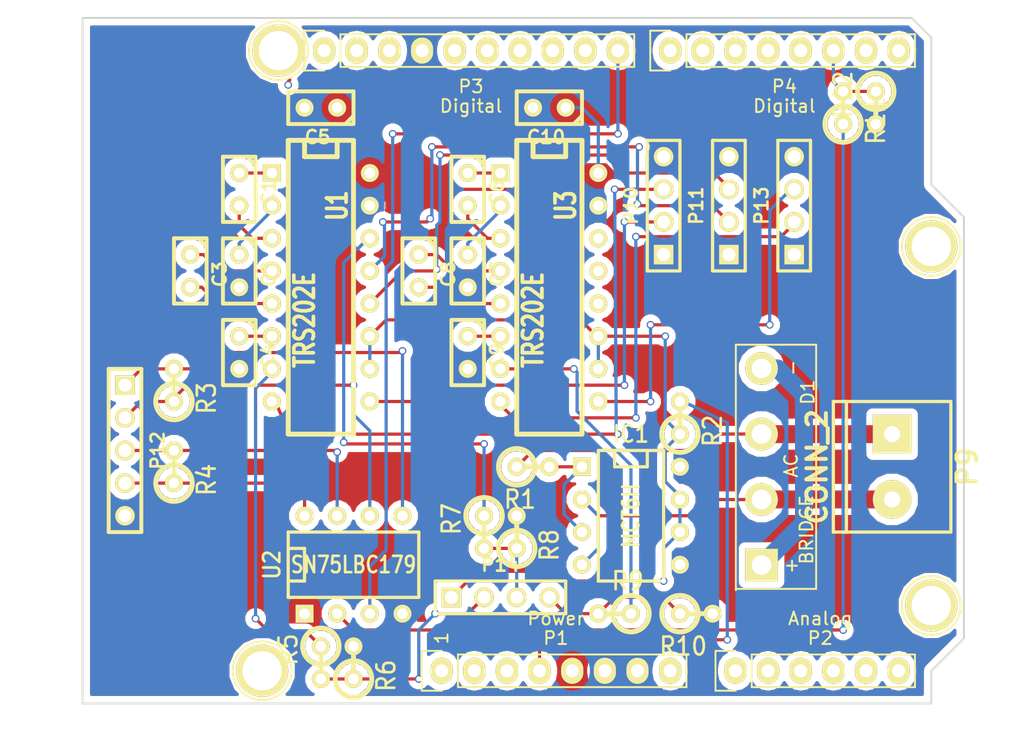
<source format=kicad_pcb>
(kicad_pcb (version 3) (host pcbnew "(2013-june-11)-stable")

  (general
    (links 84)
    (no_connects 0)
    (area 104.572999 71.628 184.277001 130.279044)
    (thickness 1.6)
    (drawings 27)
    (tracks 242)
    (zones 0)
    (modules 41)
    (nets 40)
  )

  (page A4)
  (layers
    (15 F.Cu signal)
    (0 B.Cu signal)
    (16 B.Adhes user)
    (17 F.Adhes user)
    (18 B.Paste user)
    (19 F.Paste user)
    (20 B.SilkS user)
    (21 F.SilkS user)
    (22 B.Mask user)
    (23 F.Mask user)
    (24 Dwgs.User user)
    (25 Cmts.User user)
    (26 Eco1.User user)
    (27 Eco2.User user)
    (28 Edge.Cuts user)
  )

  (setup
    (last_trace_width 0.25)
    (user_trace_width 1.4)
    (trace_clearance 0.2)
    (zone_clearance 0.508)
    (zone_45_only no)
    (trace_min 0.2)
    (segment_width 0.15)
    (edge_width 0.15)
    (via_size 0.6)
    (via_drill 0.4)
    (via_min_size 0.4)
    (via_min_drill 0.3)
    (uvia_size 0.3)
    (uvia_drill 0.1)
    (uvias_allowed no)
    (uvia_min_size 0.2)
    (uvia_min_drill 0.1)
    (pcb_text_width 0.3)
    (pcb_text_size 1.5 1.5)
    (mod_edge_width 0.15)
    (mod_text_size 1 1)
    (mod_text_width 0.15)
    (pad_size 4.064 4.064)
    (pad_drill 3.048)
    (pad_to_mask_clearance 0)
    (aux_axis_origin 110.998 126.365)
    (visible_elements FFFFFF7F)
    (pcbplotparams
      (layerselection 5242881)
      (usegerberextensions false)
      (excludeedgelayer true)
      (linewidth 0.100000)
      (plotframeref false)
      (viasonmask false)
      (mode 1)
      (useauxorigin false)
      (hpglpennumber 1)
      (hpglpenspeed 20)
      (hpglpendiameter 15)
      (hpglpenoverlay 2)
      (psnegative false)
      (psa4output false)
      (plotreference true)
      (plotvalue true)
      (plotothertext true)
      (plotinvisibletext false)
      (padsonsilk false)
      (subtractmaskfromsilk false)
      (outputformat 2)
      (mirror true)
      (drillshape 0)
      (scaleselection 1)
      (outputdirectory Postscript/))
  )

  (net 0 "")
  (net 1 +3.3V)
  (net 2 +5V)
  (net 3 /2)
  (net 4 /8)
  (net 5 "/PortA 5")
  (net 6 "/PortA 6")
  (net 7 "/PortA 7")
  (net 8 "/PortA 8")
  (net 9 GND)
  (net 10 N-000001)
  (net 11 N-0000012)
  (net 12 N-0000013)
  (net 13 N-0000014)
  (net 14 N-0000018)
  (net 15 N-000002)
  (net 16 N-0000022)
  (net 17 N-0000024)
  (net 18 N-0000026)
  (net 19 N-0000028)
  (net 20 N-0000029)
  (net 21 N-000003)
  (net 22 N-0000030)
  (net 23 N-0000032)
  (net 24 N-0000033)
  (net 25 N-0000034)
  (net 26 N-0000035)
  (net 27 N-0000036)
  (net 28 N-0000037)
  (net 29 N-0000038)
  (net 30 N-000004)
  (net 31 N-0000040)
  (net 32 N-000005)
  (net 33 N-000006)
  (net 34 N-0000068)
  (net 35 N-0000069)
  (net 36 N-000007)
  (net 37 N-0000070)
  (net 38 N-0000071)
  (net 39 N-000008)

  (net_class Default "This is the default net class."
    (clearance 0.2)
    (trace_width 0.25)
    (via_dia 0.6)
    (via_drill 0.4)
    (uvia_dia 0.3)
    (uvia_drill 0.1)
    (add_net "")
    (add_net +3.3V)
    (add_net +5V)
    (add_net /2)
    (add_net /8)
    (add_net "/PortA 5")
    (add_net "/PortA 6")
    (add_net "/PortA 7")
    (add_net "/PortA 8")
    (add_net GND)
    (add_net N-000001)
    (add_net N-0000012)
    (add_net N-0000013)
    (add_net N-0000014)
    (add_net N-0000018)
    (add_net N-000002)
    (add_net N-0000022)
    (add_net N-0000024)
    (add_net N-0000026)
    (add_net N-0000028)
    (add_net N-0000029)
    (add_net N-000003)
    (add_net N-0000030)
    (add_net N-0000032)
    (add_net N-0000033)
    (add_net N-0000034)
    (add_net N-0000035)
    (add_net N-0000036)
    (add_net N-0000037)
    (add_net N-0000038)
    (add_net N-000004)
    (add_net N-0000040)
    (add_net N-000005)
    (add_net N-000006)
    (add_net N-0000068)
    (add_net N-0000069)
    (add_net N-000007)
    (add_net N-0000070)
    (add_net N-0000071)
    (add_net N-000008)
  )

  (module Socket_Arduino_Uno:Socket_Strip_Arduino_1x08   locked (layer F.Cu) (tedit 552168D2) (tstamp 551AF9EA)
    (at 138.938 123.825)
    (descr "Through hole socket strip")
    (tags "socket strip")
    (path /56D70129)
    (fp_text reference P1 (at 8.89 -2.54) (layer F.SilkS)
      (effects (font (size 1 1) (thickness 0.15)))
    )
    (fp_text value Power (at 8.89 -4.064) (layer F.SilkS)
      (effects (font (size 1 1) (thickness 0.15)))
    )
    (fp_line (start -1.75 -1.75) (end -1.75 1.75) (layer Eco1.User) (width 0.05))
    (fp_line (start 19.55 -1.75) (end 19.55 1.75) (layer Eco1.User) (width 0.05))
    (fp_line (start -1.75 -1.75) (end 19.55 -1.75) (layer Eco1.User) (width 0.05))
    (fp_line (start -1.75 1.75) (end 19.55 1.75) (layer Eco1.User) (width 0.05))
    (fp_line (start 1.27 1.27) (end 19.05 1.27) (layer F.SilkS) (width 0.15))
    (fp_line (start 19.05 1.27) (end 19.05 -1.27) (layer F.SilkS) (width 0.15))
    (fp_line (start 19.05 -1.27) (end 1.27 -1.27) (layer F.SilkS) (width 0.15))
    (fp_line (start -1.55 1.55) (end 0 1.55) (layer F.SilkS) (width 0.15))
    (fp_line (start 1.27 1.27) (end 1.27 -1.27) (layer F.SilkS) (width 0.15))
    (fp_line (start 0 -1.55) (end -1.55 -1.55) (layer F.SilkS) (width 0.15))
    (fp_line (start -1.55 -1.55) (end -1.55 1.55) (layer F.SilkS) (width 0.15))
    (pad 1 thru_hole oval (at 0 0) (size 1.7272 2.032) (drill 1.016)
      (layers *.Cu *.Mask F.SilkS)
    )
    (pad 2 thru_hole oval (at 2.54 0) (size 1.7272 2.032) (drill 1.016)
      (layers *.Cu *.Mask F.SilkS)
    )
    (pad 3 thru_hole oval (at 5.08 0) (size 1.7272 2.032) (drill 1.016)
      (layers *.Cu *.Mask F.SilkS)
    )
    (pad 4 thru_hole oval (at 7.62 0) (size 1.7272 2.032) (drill 1.016)
      (layers *.Cu *.Mask F.SilkS)
      (net 1 +3.3V)
    )
    (pad 5 thru_hole oval (at 10.16 0) (size 1.7272 2.032) (drill 1.016)
      (layers *.Cu *.Mask F.SilkS)
      (net 2 +5V)
    )
    (pad 6 thru_hole oval (at 12.7 0) (size 1.7272 2.032) (drill 1.016)
      (layers *.Cu *.Mask F.SilkS)
      (net 9 GND)
    )
    (pad 7 thru_hole oval (at 15.24 0) (size 1.7272 2.032) (drill 1.016)
      (layers *.Cu *.Mask F.SilkS)
      (net 9 GND)
    )
    (pad 8 thru_hole oval (at 17.78 0) (size 1.7272 2.032) (drill 1.016)
      (layers *.Cu *.Mask F.SilkS)
    )
    (model ${KIPRJMOD}/Socket_Arduino_Uno.3dshapes/Socket_header_Arduino_1x08.wrl
      (at (xyz 0.35 0 0))
      (scale (xyz 1 1 1))
      (rotate (xyz 0 0 180))
    )
  )

  (module Socket_Arduino_Uno:Socket_Strip_Arduino_1x06   locked (layer F.Cu) (tedit 552168D6) (tstamp 551AF9FF)
    (at 161.798 123.825)
    (descr "Through hole socket strip")
    (tags "socket strip")
    (path /56D70DD8)
    (fp_text reference P2 (at 6.604 -2.54) (layer F.SilkS)
      (effects (font (size 1 1) (thickness 0.15)))
    )
    (fp_text value Analog (at 6.604 -4.064) (layer F.SilkS)
      (effects (font (size 1 1) (thickness 0.15)))
    )
    (fp_line (start -1.75 -1.75) (end -1.75 1.75) (layer Eco1.User) (width 0.05))
    (fp_line (start 14.45 -1.75) (end 14.45 1.75) (layer Eco1.User) (width 0.05))
    (fp_line (start -1.75 -1.75) (end 14.45 -1.75) (layer Eco1.User) (width 0.05))
    (fp_line (start -1.75 1.75) (end 14.45 1.75) (layer Eco1.User) (width 0.05))
    (fp_line (start 1.27 1.27) (end 13.97 1.27) (layer F.SilkS) (width 0.15))
    (fp_line (start 13.97 1.27) (end 13.97 -1.27) (layer F.SilkS) (width 0.15))
    (fp_line (start 13.97 -1.27) (end 1.27 -1.27) (layer F.SilkS) (width 0.15))
    (fp_line (start -1.55 1.55) (end 0 1.55) (layer F.SilkS) (width 0.15))
    (fp_line (start 1.27 1.27) (end 1.27 -1.27) (layer F.SilkS) (width 0.15))
    (fp_line (start 0 -1.55) (end -1.55 -1.55) (layer F.SilkS) (width 0.15))
    (fp_line (start -1.55 -1.55) (end -1.55 1.55) (layer F.SilkS) (width 0.15))
    (pad 1 thru_hole oval (at 0 0) (size 1.7272 2.032) (drill 1.016)
      (layers *.Cu *.Mask F.SilkS)
    )
    (pad 2 thru_hole oval (at 2.54 0) (size 1.7272 2.032) (drill 1.016)
      (layers *.Cu *.Mask F.SilkS)
    )
    (pad 3 thru_hole oval (at 5.08 0) (size 1.7272 2.032) (drill 1.016)
      (layers *.Cu *.Mask F.SilkS)
    )
    (pad 4 thru_hole oval (at 7.62 0) (size 1.7272 2.032) (drill 1.016)
      (layers *.Cu *.Mask F.SilkS)
    )
    (pad 5 thru_hole oval (at 10.16 0) (size 1.7272 2.032) (drill 1.016)
      (layers *.Cu *.Mask F.SilkS)
    )
    (pad 6 thru_hole oval (at 12.7 0) (size 1.7272 2.032) (drill 1.016)
      (layers *.Cu *.Mask F.SilkS)
    )
    (model ${KIPRJMOD}/Socket_Arduino_Uno.3dshapes/Socket_header_Arduino_1x06.wrl
      (at (xyz 0.25 0 0))
      (scale (xyz 1 1 1))
      (rotate (xyz 0 0 180))
    )
  )

  (module Socket_Arduino_Uno:Socket_Strip_Arduino_1x10   locked (layer F.Cu) (tedit 552168BF) (tstamp 551AFA18)
    (at 129.794 75.565)
    (descr "Through hole socket strip")
    (tags "socket strip")
    (path /56D721E0)
    (fp_text reference P3 (at 11.43 2.794) (layer F.SilkS)
      (effects (font (size 1 1) (thickness 0.15)))
    )
    (fp_text value Digital (at 11.43 4.318) (layer F.SilkS)
      (effects (font (size 1 1) (thickness 0.15)))
    )
    (fp_line (start -1.75 -1.75) (end -1.75 1.75) (layer Eco1.User) (width 0.05))
    (fp_line (start 24.65 -1.75) (end 24.65 1.75) (layer Eco1.User) (width 0.05))
    (fp_line (start -1.75 -1.75) (end 24.65 -1.75) (layer Eco1.User) (width 0.05))
    (fp_line (start -1.75 1.75) (end 24.65 1.75) (layer Eco1.User) (width 0.05))
    (fp_line (start 1.27 1.27) (end 24.13 1.27) (layer F.SilkS) (width 0.15))
    (fp_line (start 24.13 1.27) (end 24.13 -1.27) (layer F.SilkS) (width 0.15))
    (fp_line (start 24.13 -1.27) (end 1.27 -1.27) (layer F.SilkS) (width 0.15))
    (fp_line (start -1.55 1.55) (end 0 1.55) (layer F.SilkS) (width 0.15))
    (fp_line (start 1.27 1.27) (end 1.27 -1.27) (layer F.SilkS) (width 0.15))
    (fp_line (start 0 -1.55) (end -1.55 -1.55) (layer F.SilkS) (width 0.15))
    (fp_line (start -1.55 -1.55) (end -1.55 1.55) (layer F.SilkS) (width 0.15))
    (pad 1 thru_hole oval (at 0 0) (size 1.7272 2.032) (drill 1.016)
      (layers *.Cu *.Mask F.SilkS)
    )
    (pad 2 thru_hole oval (at 2.54 0) (size 1.7272 2.032) (drill 1.016)
      (layers *.Cu *.Mask F.SilkS)
    )
    (pad 3 thru_hole oval (at 5.08 0) (size 1.7272 2.032) (drill 1.016)
      (layers *.Cu *.Mask F.SilkS)
    )
    (pad 4 thru_hole oval (at 7.62 0) (size 1.7272 2.032) (drill 1.016)
      (layers *.Cu *.Mask F.SilkS)
      (net 9 GND)
    )
    (pad 5 thru_hole oval (at 10.16 0) (size 1.7272 2.032) (drill 1.016)
      (layers *.Cu *.Mask F.SilkS)
    )
    (pad 6 thru_hole oval (at 12.7 0) (size 1.7272 2.032) (drill 1.016)
      (layers *.Cu *.Mask F.SilkS)
    )
    (pad 7 thru_hole oval (at 15.24 0) (size 1.7272 2.032) (drill 1.016)
      (layers *.Cu *.Mask F.SilkS)
    )
    (pad 8 thru_hole oval (at 17.78 0) (size 1.7272 2.032) (drill 1.016)
      (layers *.Cu *.Mask F.SilkS)
    )
    (pad 9 thru_hole oval (at 20.32 0) (size 1.7272 2.032) (drill 1.016)
      (layers *.Cu *.Mask F.SilkS)
    )
    (pad 10 thru_hole oval (at 22.86 0) (size 1.7272 2.032) (drill 1.016)
      (layers *.Cu *.Mask F.SilkS)
      (net 4 /8)
    )
    (model ${KIPRJMOD}/Socket_Arduino_Uno.3dshapes/Socket_header_Arduino_1x10.wrl
      (at (xyz 0.45 0 0))
      (scale (xyz 1 1 1))
      (rotate (xyz 0 0 180))
    )
  )

  (module Socket_Arduino_Uno:Socket_Strip_Arduino_1x08   locked (layer F.Cu) (tedit 552168C7) (tstamp 551AFA2F)
    (at 156.718 75.565)
    (descr "Through hole socket strip")
    (tags "socket strip")
    (path /56D7164F)
    (fp_text reference P4 (at 8.89 2.794) (layer F.SilkS)
      (effects (font (size 1 1) (thickness 0.15)))
    )
    (fp_text value Digital (at 8.89 4.318) (layer F.SilkS)
      (effects (font (size 1 1) (thickness 0.15)))
    )
    (fp_line (start -1.75 -1.75) (end -1.75 1.75) (layer Eco1.User) (width 0.05))
    (fp_line (start 19.55 -1.75) (end 19.55 1.75) (layer Eco1.User) (width 0.05))
    (fp_line (start -1.75 -1.75) (end 19.55 -1.75) (layer Eco1.User) (width 0.05))
    (fp_line (start -1.75 1.75) (end 19.55 1.75) (layer Eco1.User) (width 0.05))
    (fp_line (start 1.27 1.27) (end 19.05 1.27) (layer F.SilkS) (width 0.15))
    (fp_line (start 19.05 1.27) (end 19.05 -1.27) (layer F.SilkS) (width 0.15))
    (fp_line (start 19.05 -1.27) (end 1.27 -1.27) (layer F.SilkS) (width 0.15))
    (fp_line (start -1.55 1.55) (end 0 1.55) (layer F.SilkS) (width 0.15))
    (fp_line (start 1.27 1.27) (end 1.27 -1.27) (layer F.SilkS) (width 0.15))
    (fp_line (start 0 -1.55) (end -1.55 -1.55) (layer F.SilkS) (width 0.15))
    (fp_line (start -1.55 -1.55) (end -1.55 1.55) (layer F.SilkS) (width 0.15))
    (pad 1 thru_hole oval (at 0 0) (size 1.7272 2.032) (drill 1.016)
      (layers *.Cu *.Mask F.SilkS)
    )
    (pad 2 thru_hole oval (at 2.54 0) (size 1.7272 2.032) (drill 1.016)
      (layers *.Cu *.Mask F.SilkS)
    )
    (pad 3 thru_hole oval (at 5.08 0) (size 1.7272 2.032) (drill 1.016)
      (layers *.Cu *.Mask F.SilkS)
    )
    (pad 4 thru_hole oval (at 7.62 0) (size 1.7272 2.032) (drill 1.016)
      (layers *.Cu *.Mask F.SilkS)
    )
    (pad 5 thru_hole oval (at 10.16 0) (size 1.7272 2.032) (drill 1.016)
      (layers *.Cu *.Mask F.SilkS)
    )
    (pad 6 thru_hole oval (at 12.7 0) (size 1.7272 2.032) (drill 1.016)
      (layers *.Cu *.Mask F.SilkS)
      (net 3 /2)
    )
    (pad 7 thru_hole oval (at 15.24 0) (size 1.7272 2.032) (drill 1.016)
      (layers *.Cu *.Mask F.SilkS)
    )
    (pad 8 thru_hole oval (at 17.78 0) (size 1.7272 2.032) (drill 1.016)
      (layers *.Cu *.Mask F.SilkS)
    )
    (model ${KIPRJMOD}/Socket_Arduino_Uno.3dshapes/Socket_header_Arduino_1x08.wrl
      (at (xyz 0.35 0 0))
      (scale (xyz 1 1 1))
      (rotate (xyz 0 0 180))
    )
  )

  (module Socket_Arduino_Uno:Arduino_1pin   locked (layer F.Cu) (tedit 5524FC39) (tstamp 5524FC3F)
    (at 124.968 123.825)
    (descr "module 1 pin (ou trou mecanique de percage)")
    (tags DEV)
    (path /56D71177)
    (fp_text reference P5 (at 0 -3.048) (layer F.SilkS) hide
      (effects (font (size 1 1) (thickness 0.15)))
    )
    (fp_text value CONN_01X01 (at 0 2.794) (layer F.SilkS) hide
      (effects (font (size 1 1) (thickness 0.15)))
    )
    (fp_circle (center 0 0) (end 0 -2.286) (layer F.SilkS) (width 0.15))
    (pad 1 thru_hole circle (at 0 0) (size 4.064 4.064) (drill 3.048)
      (layers *.Cu *.Mask F.SilkS)
    )
  )

  (module Socket_Arduino_Uno:Arduino_1pin   locked (layer F.Cu) (tedit 5524FC4A) (tstamp 5524FC44)
    (at 177.038 118.745)
    (descr "module 1 pin (ou trou mecanique de percage)")
    (tags DEV)
    (path /56D71274)
    (fp_text reference P6 (at 0 -3.048) (layer F.SilkS) hide
      (effects (font (size 1 1) (thickness 0.15)))
    )
    (fp_text value CONN_01X01 (at 0 2.794) (layer F.SilkS) hide
      (effects (font (size 1 1) (thickness 0.15)))
    )
    (fp_circle (center 0 0) (end 0 -2.286) (layer F.SilkS) (width 0.15))
    (pad 1 thru_hole circle (at 0 0) (size 4.064 4.064) (drill 3.048)
      (layers *.Cu *.Mask F.SilkS)
    )
  )

  (module Socket_Arduino_Uno:Arduino_1pin   locked (layer F.Cu) (tedit 5524FC2F) (tstamp 5524FC49)
    (at 126.238 75.565)
    (descr "module 1 pin (ou trou mecanique de percage)")
    (tags DEV)
    (path /56D712A8)
    (fp_text reference P7 (at 0 -3.048) (layer F.SilkS) hide
      (effects (font (size 1 1) (thickness 0.15)))
    )
    (fp_text value CONN_01X01 (at 0 2.794) (layer F.SilkS) hide
      (effects (font (size 1 1) (thickness 0.15)))
    )
    (fp_circle (center 0 0) (end 0 -2.286) (layer F.SilkS) (width 0.15))
    (pad 1 thru_hole circle (at 0 0) (size 4.064 4.064) (drill 3.048)
      (layers *.Cu *.Mask F.SilkS)
    )
  )

  (module Socket_Arduino_Uno:Arduino_1pin   locked (layer F.Cu) (tedit 5524FC41) (tstamp 5524FC4E)
    (at 177.038 90.805)
    (descr "module 1 pin (ou trou mecanique de percage)")
    (tags DEV)
    (path /56D712DB)
    (fp_text reference P8 (at 0 -3.048) (layer F.SilkS) hide
      (effects (font (size 1 1) (thickness 0.15)))
    )
    (fp_text value CONN_01X01 (at 0 2.794) (layer F.SilkS) hide
      (effects (font (size 1 1) (thickness 0.15)))
    )
    (fp_circle (center 0 0) (end 0 -2.286) (layer F.SilkS) (width 0.15))
    (pad 1 thru_hole circle (at 0 0) (size 4.064 4.064) (drill 3.048)
      (layers *.Cu *.Mask F.SilkS)
    )
  )

  (module R1 (layer F.Cu) (tedit 200000) (tstamp 5B216F07)
    (at 118.11 107.95 90)
    (descr "Resistance verticale")
    (tags R)
    (path /5B203F74)
    (autoplace_cost90 10)
    (autoplace_cost180 10)
    (fp_text reference R4 (at -1.016 2.54 90) (layer F.SilkS)
      (effects (font (size 1.397 1.27) (thickness 0.2032)))
    )
    (fp_text value "60 Ohms" (at -1.143 2.54 90) (layer F.SilkS) hide
      (effects (font (size 1.397 1.27) (thickness 0.2032)))
    )
    (fp_line (start -1.27 0) (end 1.27 0) (layer F.SilkS) (width 0.381))
    (fp_circle (center -1.27 0) (end -0.635 1.27) (layer F.SilkS) (width 0.381))
    (pad 1 thru_hole circle (at -1.27 0 90) (size 1.397 1.397) (drill 0.8128)
      (layers *.Cu *.Mask F.SilkS)
      (net 37 N-0000070)
    )
    (pad 2 thru_hole circle (at 1.27 0 90) (size 1.397 1.397) (drill 0.8128)
      (layers *.Cu *.Mask F.SilkS)
      (net 34 N-0000068)
    )
    (model discret/verti_resistor.wrl
      (at (xyz 0 0 0))
      (scale (xyz 1 1 1))
      (rotate (xyz 0 0 0))
    )
  )

  (module R1 (layer F.Cu) (tedit 200000) (tstamp 5B216F0F)
    (at 118.11 101.6 90)
    (descr "Resistance verticale")
    (tags R)
    (path /5B203F83)
    (autoplace_cost90 10)
    (autoplace_cost180 10)
    (fp_text reference R3 (at -1.016 2.54 90) (layer F.SilkS)
      (effects (font (size 1.397 1.27) (thickness 0.2032)))
    )
    (fp_text value "60 Ohms" (at -1.143 2.54 90) (layer F.SilkS) hide
      (effects (font (size 1.397 1.27) (thickness 0.2032)))
    )
    (fp_line (start -1.27 0) (end 1.27 0) (layer F.SilkS) (width 0.381))
    (fp_circle (center -1.27 0) (end -0.635 1.27) (layer F.SilkS) (width 0.381))
    (pad 1 thru_hole circle (at -1.27 0 90) (size 1.397 1.397) (drill 0.8128)
      (layers *.Cu *.Mask F.SilkS)
      (net 38 N-0000071)
    )
    (pad 2 thru_hole circle (at 1.27 0 90) (size 1.397 1.397) (drill 0.8128)
      (layers *.Cu *.Mask F.SilkS)
      (net 31 N-0000040)
    )
    (model discret/verti_resistor.wrl
      (at (xyz 0 0 0))
      (scale (xyz 1 1 1))
      (rotate (xyz 0 0 0))
    )
  )

  (module R1 (layer F.Cu) (tedit 200000) (tstamp 5B216F17)
    (at 157.48 104.14 90)
    (descr "Resistance verticale")
    (tags R)
    (path /5B216C07)
    (autoplace_cost90 10)
    (autoplace_cost180 10)
    (fp_text reference R2 (at -1.016 2.54 90) (layer F.SilkS)
      (effects (font (size 1.397 1.27) (thickness 0.2032)))
    )
    (fp_text value "10K Ohms" (at -1.143 2.54 90) (layer F.SilkS) hide
      (effects (font (size 1.397 1.27) (thickness 0.2032)))
    )
    (fp_line (start -1.27 0) (end 1.27 0) (layer F.SilkS) (width 0.381))
    (fp_circle (center -1.27 0) (end -0.635 1.27) (layer F.SilkS) (width 0.381))
    (pad 1 thru_hole circle (at -1.27 0 90) (size 1.397 1.397) (drill 0.8128)
      (layers *.Cu *.Mask F.SilkS)
      (net 5 "/PortA 5")
    )
    (pad 2 thru_hole circle (at 1.27 0 90) (size 1.397 1.397) (drill 0.8128)
      (layers *.Cu *.Mask F.SilkS)
      (net 1 +3.3V)
    )
    (model discret/verti_resistor.wrl
      (at (xyz 0 0 0))
      (scale (xyz 1 1 1))
      (rotate (xyz 0 0 0))
    )
  )

  (module R1 (layer F.Cu) (tedit 200000) (tstamp 5B216F1F)
    (at 146.05 107.95)
    (descr "Resistance verticale")
    (tags R)
    (path /5B216BD5)
    (autoplace_cost90 10)
    (autoplace_cost180 10)
    (fp_text reference R1 (at -1.016 2.54) (layer F.SilkS)
      (effects (font (size 1.397 1.27) (thickness 0.2032)))
    )
    (fp_text value "10 Ohms" (at -1.143 2.54) (layer F.SilkS) hide
      (effects (font (size 1.397 1.27) (thickness 0.2032)))
    )
    (fp_line (start -1.27 0) (end 1.27 0) (layer F.SilkS) (width 0.381))
    (fp_circle (center -1.27 0) (end -0.635 1.27) (layer F.SilkS) (width 0.381))
    (pad 1 thru_hole circle (at -1.27 0) (size 1.397 1.397) (drill 0.8128)
      (layers *.Cu *.Mask F.SilkS)
      (net 13 N-0000014)
    )
    (pad 2 thru_hole circle (at 1.27 0) (size 1.397 1.397) (drill 0.8128)
      (layers *.Cu *.Mask F.SilkS)
      (net 11 N-0000012)
    )
    (model discret/verti_resistor.wrl
      (at (xyz 0 0 0))
      (scale (xyz 1 1 1))
      (rotate (xyz 0 0 0))
    )
  )

  (module PIN_ARRAY_5x1 (layer F.Cu) (tedit 45976D86) (tstamp 5B216F2C)
    (at 114.3 106.68 270)
    (descr "Double rangee de contacts 2 x 5 pins")
    (tags CONN)
    (path /5B203C05)
    (fp_text reference P12 (at 0 -2.54 270) (layer F.SilkS)
      (effects (font (size 1.016 1.016) (thickness 0.2032)))
    )
    (fp_text value CONN_5 (at 0 2.54 270) (layer F.SilkS) hide
      (effects (font (size 1.016 1.016) (thickness 0.2032)))
    )
    (fp_line (start -6.35 -1.27) (end -6.35 1.27) (layer F.SilkS) (width 0.3048))
    (fp_line (start 6.35 1.27) (end 6.35 -1.27) (layer F.SilkS) (width 0.3048))
    (fp_line (start -6.35 -1.27) (end 6.35 -1.27) (layer F.SilkS) (width 0.3048))
    (fp_line (start 6.35 1.27) (end -6.35 1.27) (layer F.SilkS) (width 0.3048))
    (pad 1 thru_hole rect (at -5.08 0 270) (size 1.524 1.524) (drill 1.016)
      (layers *.Cu *.Mask F.SilkS)
      (net 31 N-0000040)
    )
    (pad 2 thru_hole circle (at -2.54 0 270) (size 1.524 1.524) (drill 1.016)
      (layers *.Cu *.Mask F.SilkS)
      (net 38 N-0000071)
    )
    (pad 3 thru_hole circle (at 0 0 270) (size 1.524 1.524) (drill 1.016)
      (layers *.Cu *.Mask F.SilkS)
      (net 34 N-0000068)
    )
    (pad 4 thru_hole circle (at 2.54 0 270) (size 1.524 1.524) (drill 1.016)
      (layers *.Cu *.Mask F.SilkS)
      (net 37 N-0000070)
    )
    (pad 5 thru_hole circle (at 5.08 0 270) (size 1.524 1.524) (drill 1.016)
      (layers *.Cu *.Mask F.SilkS)
      (net 9 GND)
    )
    (model pin_array/pins_array_5x1.wrl
      (at (xyz 0 0 0))
      (scale (xyz 1 1 1))
      (rotate (xyz 0 0 0))
    )
  )

  (module PIN_ARRAY_4x1 (layer F.Cu) (tedit 4C10F42E) (tstamp 5B216F38)
    (at 166.37 87.63 90)
    (descr "Double rangee de contacts 2 x 5 pins")
    (tags CONN)
    (path /5B217C40)
    (fp_text reference P13 (at 0 -2.54 90) (layer F.SilkS)
      (effects (font (size 1.016 1.016) (thickness 0.2032)))
    )
    (fp_text value "West Div. (Frog, Revesed)" (at 0 2.54 90) (layer F.SilkS) hide
      (effects (font (size 1.016 1.016) (thickness 0.2032)))
    )
    (fp_line (start 5.08 1.27) (end -5.08 1.27) (layer F.SilkS) (width 0.254))
    (fp_line (start 5.08 -1.27) (end -5.08 -1.27) (layer F.SilkS) (width 0.254))
    (fp_line (start -5.08 -1.27) (end -5.08 1.27) (layer F.SilkS) (width 0.254))
    (fp_line (start 5.08 1.27) (end 5.08 -1.27) (layer F.SilkS) (width 0.254))
    (pad 1 thru_hole rect (at -3.81 0 90) (size 1.524 1.524) (drill 1.016)
      (layers *.Cu *.Mask F.SilkS)
      (net 9 GND)
    )
    (pad 2 thru_hole circle (at -1.27 0 90) (size 1.524 1.524) (drill 1.016)
      (layers *.Cu *.Mask F.SilkS)
      (net 20 N-0000029)
    )
    (pad 3 thru_hole circle (at 1.27 0 90) (size 1.524 1.524) (drill 1.016)
      (layers *.Cu *.Mask F.SilkS)
      (net 14 N-0000018)
    )
    (pad 4 thru_hole circle (at 3.81 0 90) (size 1.524 1.524) (drill 1.016)
      (layers *.Cu *.Mask F.SilkS)
      (net 9 GND)
    )
    (model pin_array\pins_array_4x1.wrl
      (at (xyz 0 0 0))
      (scale (xyz 1 1 1))
      (rotate (xyz 0 0 0))
    )
  )

  (module PIN_ARRAY_4x1 (layer F.Cu) (tedit 4C10F42E) (tstamp 5B216F44)
    (at 161.29 87.63 90)
    (descr "Double rangee de contacts 2 x 5 pins")
    (tags CONN)
    (path /5B217C31)
    (fp_text reference P11 (at 0 -2.54 90) (layer F.SilkS)
      (effects (font (size 1.016 1.016) (thickness 0.2032)))
    )
    (fp_text value "West Main (Frog, Normal)" (at 0 2.54 90) (layer F.SilkS) hide
      (effects (font (size 1.016 1.016) (thickness 0.2032)))
    )
    (fp_line (start 5.08 1.27) (end -5.08 1.27) (layer F.SilkS) (width 0.254))
    (fp_line (start 5.08 -1.27) (end -5.08 -1.27) (layer F.SilkS) (width 0.254))
    (fp_line (start -5.08 -1.27) (end -5.08 1.27) (layer F.SilkS) (width 0.254))
    (fp_line (start 5.08 1.27) (end 5.08 -1.27) (layer F.SilkS) (width 0.254))
    (pad 1 thru_hole rect (at -3.81 0 90) (size 1.524 1.524) (drill 1.016)
      (layers *.Cu *.Mask F.SilkS)
      (net 9 GND)
    )
    (pad 2 thru_hole circle (at -1.27 0 90) (size 1.524 1.524) (drill 1.016)
      (layers *.Cu *.Mask F.SilkS)
      (net 23 N-0000032)
    )
    (pad 3 thru_hole circle (at 1.27 0 90) (size 1.524 1.524) (drill 1.016)
      (layers *.Cu *.Mask F.SilkS)
      (net 36 N-000007)
    )
    (pad 4 thru_hole circle (at 3.81 0 90) (size 1.524 1.524) (drill 1.016)
      (layers *.Cu *.Mask F.SilkS)
      (net 9 GND)
    )
    (model pin_array\pins_array_4x1.wrl
      (at (xyz 0 0 0))
      (scale (xyz 1 1 1))
      (rotate (xyz 0 0 0))
    )
  )

  (module PIN_ARRAY_4x1 (layer F.Cu) (tedit 4C10F42E) (tstamp 5B216F50)
    (at 156.21 87.63 90)
    (descr "Double rangee de contacts 2 x 5 pins")
    (tags CONN)
    (path /5B217C22)
    (fp_text reference P10 (at 0 -2.54 90) (layer F.SilkS)
      (effects (font (size 1.016 1.016) (thickness 0.2032)))
    )
    (fp_text value "East (Points)" (at 0 2.54 90) (layer F.SilkS) hide
      (effects (font (size 1.016 1.016) (thickness 0.2032)))
    )
    (fp_line (start 5.08 1.27) (end -5.08 1.27) (layer F.SilkS) (width 0.254))
    (fp_line (start 5.08 -1.27) (end -5.08 -1.27) (layer F.SilkS) (width 0.254))
    (fp_line (start -5.08 -1.27) (end -5.08 1.27) (layer F.SilkS) (width 0.254))
    (fp_line (start 5.08 1.27) (end 5.08 -1.27) (layer F.SilkS) (width 0.254))
    (pad 1 thru_hole rect (at -3.81 0 90) (size 1.524 1.524) (drill 1.016)
      (layers *.Cu *.Mask F.SilkS)
      (net 9 GND)
    )
    (pad 2 thru_hole circle (at -1.27 0 90) (size 1.524 1.524) (drill 1.016)
      (layers *.Cu *.Mask F.SilkS)
      (net 19 N-0000028)
    )
    (pad 3 thru_hole circle (at 1.27 0 90) (size 1.524 1.524) (drill 1.016)
      (layers *.Cu *.Mask F.SilkS)
      (net 39 N-000008)
    )
    (pad 4 thru_hole circle (at 3.81 0 90) (size 1.524 1.524) (drill 1.016)
      (layers *.Cu *.Mask F.SilkS)
      (net 9 GND)
    )
    (model pin_array\pins_array_4x1.wrl
      (at (xyz 0 0 0))
      (scale (xyz 1 1 1))
      (rotate (xyz 0 0 0))
    )
  )

  (module DIP-8__300 (layer F.Cu) (tedit 43A7F843) (tstamp 5B216F63)
    (at 153.67 111.76 270)
    (descr "8 pins DIL package, round pads")
    (tags DIL)
    (path /5B216BE9)
    (fp_text reference IC1 (at -6.35 0 360) (layer F.SilkS)
      (effects (font (size 1.27 1.143) (thickness 0.2032)))
    )
    (fp_text value MCT6H (at 0 0 270) (layer F.SilkS)
      (effects (font (size 1.27 1.016) (thickness 0.2032)))
    )
    (fp_line (start -5.08 -1.27) (end -3.81 -1.27) (layer F.SilkS) (width 0.254))
    (fp_line (start -3.81 -1.27) (end -3.81 1.27) (layer F.SilkS) (width 0.254))
    (fp_line (start -3.81 1.27) (end -5.08 1.27) (layer F.SilkS) (width 0.254))
    (fp_line (start -5.08 -2.54) (end 5.08 -2.54) (layer F.SilkS) (width 0.254))
    (fp_line (start 5.08 -2.54) (end 5.08 2.54) (layer F.SilkS) (width 0.254))
    (fp_line (start 5.08 2.54) (end -5.08 2.54) (layer F.SilkS) (width 0.254))
    (fp_line (start -5.08 2.54) (end -5.08 -2.54) (layer F.SilkS) (width 0.254))
    (pad 1 thru_hole rect (at -3.81 3.81 270) (size 1.397 1.397) (drill 0.8128)
      (layers *.Cu *.Mask F.SilkS)
      (net 11 N-0000012)
    )
    (pad 2 thru_hole circle (at -1.27 3.81 270) (size 1.397 1.397) (drill 0.8128)
      (layers *.Cu *.Mask F.SilkS)
      (net 12 N-0000013)
    )
    (pad 3 thru_hole circle (at 1.27 3.81 270) (size 1.397 1.397) (drill 0.8128)
      (layers *.Cu *.Mask F.SilkS)
      (net 11 N-0000012)
    )
    (pad 4 thru_hole circle (at 3.81 3.81 270) (size 1.397 1.397) (drill 0.8128)
      (layers *.Cu *.Mask F.SilkS)
      (net 12 N-0000013)
    )
    (pad 5 thru_hole circle (at 3.81 -3.81 270) (size 1.397 1.397) (drill 0.8128)
      (layers *.Cu *.Mask F.SilkS)
      (net 9 GND)
    )
    (pad 6 thru_hole circle (at 1.27 -3.81 270) (size 1.397 1.397) (drill 0.8128)
      (layers *.Cu *.Mask F.SilkS)
      (net 5 "/PortA 5")
    )
    (pad 7 thru_hole circle (at -1.27 -3.81 270) (size 1.397 1.397) (drill 0.8128)
      (layers *.Cu *.Mask F.SilkS)
      (net 5 "/PortA 5")
    )
    (pad 8 thru_hole circle (at -3.81 -3.81 270) (size 1.397 1.397) (drill 0.8128)
      (layers *.Cu *.Mask F.SilkS)
      (net 9 GND)
    )
    (model dil/dil_8.wrl
      (at (xyz 0 0 0))
      (scale (xyz 1 1 1))
      (rotate (xyz 0 0 0))
    )
  )

  (module DIP-8__300 (layer F.Cu) (tedit 43A7F843) (tstamp 5B216F76)
    (at 132.08 115.57)
    (descr "8 pins DIL package, round pads")
    (tags DIL)
    (path /5B203B6B)
    (fp_text reference U2 (at -6.35 0 90) (layer F.SilkS)
      (effects (font (size 1.27 1.143) (thickness 0.2032)))
    )
    (fp_text value SN75LBC179 (at 0 0) (layer F.SilkS)
      (effects (font (size 1.27 1.016) (thickness 0.2032)))
    )
    (fp_line (start -5.08 -1.27) (end -3.81 -1.27) (layer F.SilkS) (width 0.254))
    (fp_line (start -3.81 -1.27) (end -3.81 1.27) (layer F.SilkS) (width 0.254))
    (fp_line (start -3.81 1.27) (end -5.08 1.27) (layer F.SilkS) (width 0.254))
    (fp_line (start -5.08 -2.54) (end 5.08 -2.54) (layer F.SilkS) (width 0.254))
    (fp_line (start 5.08 -2.54) (end 5.08 2.54) (layer F.SilkS) (width 0.254))
    (fp_line (start 5.08 2.54) (end -5.08 2.54) (layer F.SilkS) (width 0.254))
    (fp_line (start -5.08 2.54) (end -5.08 -2.54) (layer F.SilkS) (width 0.254))
    (pad 1 thru_hole rect (at -3.81 3.81) (size 1.397 1.397) (drill 0.8128)
      (layers *.Cu *.Mask F.SilkS)
      (net 2 +5V)
    )
    (pad 2 thru_hole circle (at -1.27 3.81) (size 1.397 1.397) (drill 0.8128)
      (layers *.Cu *.Mask F.SilkS)
      (net 18 N-0000026)
    )
    (pad 3 thru_hole circle (at 1.27 3.81) (size 1.397 1.397) (drill 0.8128)
      (layers *.Cu *.Mask F.SilkS)
      (net 4 /8)
    )
    (pad 4 thru_hole circle (at 3.81 3.81) (size 1.397 1.397) (drill 0.8128)
      (layers *.Cu *.Mask F.SilkS)
      (net 9 GND)
    )
    (pad 5 thru_hole circle (at 3.81 -3.81) (size 1.397 1.397) (drill 0.8128)
      (layers *.Cu *.Mask F.SilkS)
      (net 31 N-0000040)
    )
    (pad 6 thru_hole circle (at 1.27 -3.81) (size 1.397 1.397) (drill 0.8128)
      (layers *.Cu *.Mask F.SilkS)
      (net 38 N-0000071)
    )
    (pad 7 thru_hole circle (at -1.27 -3.81) (size 1.397 1.397) (drill 0.8128)
      (layers *.Cu *.Mask F.SilkS)
      (net 34 N-0000068)
    )
    (pad 8 thru_hole circle (at -3.81 -3.81) (size 1.397 1.397) (drill 0.8128)
      (layers *.Cu *.Mask F.SilkS)
      (net 37 N-0000070)
    )
    (model dil/dil_8.wrl
      (at (xyz 0 0 0))
      (scale (xyz 1 1 1))
      (rotate (xyz 0 0 0))
    )
  )

  (module DIP-16__300 (layer F.Cu) (tedit 200000) (tstamp 5B216F92)
    (at 147.32 93.98 270)
    (descr "16 pins DIL package, round pads")
    (tags DIL)
    (path /5B217939)
    (fp_text reference U3 (at -6.35 -1.27 270) (layer F.SilkS)
      (effects (font (size 1.524 1.143) (thickness 0.3048)))
    )
    (fp_text value TRS202E (at 2.54 1.27 270) (layer F.SilkS)
      (effects (font (size 1.524 1.143) (thickness 0.3048)))
    )
    (fp_line (start -11.43 -1.27) (end -11.43 -1.27) (layer F.SilkS) (width 0.381))
    (fp_line (start -11.43 -1.27) (end -10.16 -1.27) (layer F.SilkS) (width 0.381))
    (fp_line (start -10.16 -1.27) (end -10.16 1.27) (layer F.SilkS) (width 0.381))
    (fp_line (start -10.16 1.27) (end -11.43 1.27) (layer F.SilkS) (width 0.381))
    (fp_line (start -11.43 -2.54) (end 11.43 -2.54) (layer F.SilkS) (width 0.381))
    (fp_line (start 11.43 -2.54) (end 11.43 2.54) (layer F.SilkS) (width 0.381))
    (fp_line (start 11.43 2.54) (end -11.43 2.54) (layer F.SilkS) (width 0.381))
    (fp_line (start -11.43 2.54) (end -11.43 -2.54) (layer F.SilkS) (width 0.381))
    (pad 1 thru_hole rect (at -8.89 3.81 270) (size 1.397 1.397) (drill 0.8128)
      (layers *.Cu *.Mask F.SilkS)
      (net 15 N-000002)
    )
    (pad 2 thru_hole circle (at -6.35 3.81 270) (size 1.397 1.397) (drill 0.8128)
      (layers *.Cu *.Mask F.SilkS)
      (net 32 N-000005)
    )
    (pad 3 thru_hole circle (at -3.81 3.81 270) (size 1.397 1.397) (drill 0.8128)
      (layers *.Cu *.Mask F.SilkS)
      (net 33 N-000006)
    )
    (pad 4 thru_hole circle (at -1.27 3.81 270) (size 1.397 1.397) (drill 0.8128)
      (layers *.Cu *.Mask F.SilkS)
      (net 10 N-000001)
    )
    (pad 5 thru_hole circle (at 1.27 3.81 270) (size 1.397 1.397) (drill 0.8128)
      (layers *.Cu *.Mask F.SilkS)
      (net 30 N-000004)
    )
    (pad 6 thru_hole circle (at 3.81 3.81 270) (size 1.397 1.397) (drill 0.8128)
      (layers *.Cu *.Mask F.SilkS)
      (net 21 N-000003)
    )
    (pad 7 thru_hole circle (at 6.35 3.81 270) (size 1.397 1.397) (drill 0.8128)
      (layers *.Cu *.Mask F.SilkS)
      (net 16 N-0000022)
    )
    (pad 8 thru_hole circle (at 8.89 3.81 270) (size 1.397 1.397) (drill 0.8128)
      (layers *.Cu *.Mask F.SilkS)
      (net 20 N-0000029)
    )
    (pad 9 thru_hole circle (at 8.89 -3.81 270) (size 1.397 1.397) (drill 0.8128)
      (layers *.Cu *.Mask F.SilkS)
      (net 14 N-0000018)
    )
    (pad 10 thru_hole circle (at 6.35 -3.81 270) (size 1.397 1.397) (drill 0.8128)
      (layers *.Cu *.Mask F.SilkS)
      (net 5 "/PortA 5")
    )
    (pad 11 thru_hole circle (at 3.81 -3.81 270) (size 1.397 1.397) (drill 0.8128)
      (layers *.Cu *.Mask F.SilkS)
      (net 5 "/PortA 5")
    )
    (pad 12 thru_hole circle (at 1.27 -3.81 270) (size 1.397 1.397) (drill 0.8128)
      (layers *.Cu *.Mask F.SilkS)
    )
    (pad 13 thru_hole circle (at -1.27 -3.81 270) (size 1.397 1.397) (drill 0.8128)
      (layers *.Cu *.Mask F.SilkS)
    )
    (pad 14 thru_hole circle (at -3.81 -3.81 270) (size 1.397 1.397) (drill 0.8128)
      (layers *.Cu *.Mask F.SilkS)
    )
    (pad 15 thru_hole circle (at -6.35 -3.81 270) (size 1.397 1.397) (drill 0.8128)
      (layers *.Cu *.Mask F.SilkS)
      (net 9 GND)
    )
    (pad 16 thru_hole circle (at -8.89 -3.81 270) (size 1.397 1.397) (drill 0.8128)
      (layers *.Cu *.Mask F.SilkS)
      (net 2 +5V)
    )
    (model dil/dil_16.wrl
      (at (xyz 0 0 0))
      (scale (xyz 1 1 1))
      (rotate (xyz 0 0 0))
    )
  )

  (module DIP-16__300 (layer F.Cu) (tedit 200000) (tstamp 5B216FAE)
    (at 129.54 93.98 270)
    (descr "16 pins DIL package, round pads")
    (tags DIL)
    (path /5B203B5C)
    (fp_text reference U1 (at -6.35 -1.27 270) (layer F.SilkS)
      (effects (font (size 1.524 1.143) (thickness 0.3048)))
    )
    (fp_text value TRS202E (at 2.54 1.27 270) (layer F.SilkS)
      (effects (font (size 1.524 1.143) (thickness 0.3048)))
    )
    (fp_line (start -11.43 -1.27) (end -11.43 -1.27) (layer F.SilkS) (width 0.381))
    (fp_line (start -11.43 -1.27) (end -10.16 -1.27) (layer F.SilkS) (width 0.381))
    (fp_line (start -10.16 -1.27) (end -10.16 1.27) (layer F.SilkS) (width 0.381))
    (fp_line (start -10.16 1.27) (end -11.43 1.27) (layer F.SilkS) (width 0.381))
    (fp_line (start -11.43 -2.54) (end 11.43 -2.54) (layer F.SilkS) (width 0.381))
    (fp_line (start 11.43 -2.54) (end 11.43 2.54) (layer F.SilkS) (width 0.381))
    (fp_line (start 11.43 2.54) (end -11.43 2.54) (layer F.SilkS) (width 0.381))
    (fp_line (start -11.43 2.54) (end -11.43 -2.54) (layer F.SilkS) (width 0.381))
    (pad 1 thru_hole rect (at -8.89 3.81 270) (size 1.397 1.397) (drill 0.8128)
      (layers *.Cu *.Mask F.SilkS)
      (net 29 N-0000038)
    )
    (pad 2 thru_hole circle (at -6.35 3.81 270) (size 1.397 1.397) (drill 0.8128)
      (layers *.Cu *.Mask F.SilkS)
      (net 28 N-0000037)
    )
    (pad 3 thru_hole circle (at -3.81 3.81 270) (size 1.397 1.397) (drill 0.8128)
      (layers *.Cu *.Mask F.SilkS)
      (net 27 N-0000036)
    )
    (pad 4 thru_hole circle (at -1.27 3.81 270) (size 1.397 1.397) (drill 0.8128)
      (layers *.Cu *.Mask F.SilkS)
      (net 26 N-0000035)
    )
    (pad 5 thru_hole circle (at 1.27 3.81 270) (size 1.397 1.397) (drill 0.8128)
      (layers *.Cu *.Mask F.SilkS)
      (net 25 N-0000034)
    )
    (pad 6 thru_hole circle (at 3.81 3.81 270) (size 1.397 1.397) (drill 0.8128)
      (layers *.Cu *.Mask F.SilkS)
      (net 24 N-0000033)
    )
    (pad 7 thru_hole circle (at 6.35 3.81 270) (size 1.397 1.397) (drill 0.8128)
      (layers *.Cu *.Mask F.SilkS)
      (net 22 N-0000030)
    )
    (pad 8 thru_hole circle (at 8.89 3.81 270) (size 1.397 1.397) (drill 0.8128)
      (layers *.Cu *.Mask F.SilkS)
      (net 39 N-000008)
    )
    (pad 9 thru_hole circle (at 8.89 -3.81 270) (size 1.397 1.397) (drill 0.8128)
      (layers *.Cu *.Mask F.SilkS)
      (net 19 N-0000028)
    )
    (pad 10 thru_hole circle (at 6.35 -3.81 270) (size 1.397 1.397) (drill 0.8128)
      (layers *.Cu *.Mask F.SilkS)
      (net 5 "/PortA 5")
    )
    (pad 11 thru_hole circle (at 3.81 -3.81 270) (size 1.397 1.397) (drill 0.8128)
      (layers *.Cu *.Mask F.SilkS)
      (net 5 "/PortA 5")
    )
    (pad 12 thru_hole circle (at 1.27 -3.81 270) (size 1.397 1.397) (drill 0.8128)
      (layers *.Cu *.Mask F.SilkS)
      (net 36 N-000007)
    )
    (pad 13 thru_hole circle (at -1.27 -3.81 270) (size 1.397 1.397) (drill 0.8128)
      (layers *.Cu *.Mask F.SilkS)
      (net 23 N-0000032)
    )
    (pad 14 thru_hole circle (at -3.81 -3.81 270) (size 1.397 1.397) (drill 0.8128)
      (layers *.Cu *.Mask F.SilkS)
      (net 17 N-0000024)
    )
    (pad 15 thru_hole circle (at -6.35 -3.81 270) (size 1.397 1.397) (drill 0.8128)
      (layers *.Cu *.Mask F.SilkS)
      (net 9 GND)
    )
    (pad 16 thru_hole circle (at -8.89 -3.81 270) (size 1.397 1.397) (drill 0.8128)
      (layers *.Cu *.Mask F.SilkS)
      (net 2 +5V)
    )
    (model dil/dil_16.wrl
      (at (xyz 0 0 0))
      (scale (xyz 1 1 1))
      (rotate (xyz 0 0 0))
    )
  )

  (module C1 (layer F.Cu) (tedit 3F92C496) (tstamp 5B216FB9)
    (at 123.19 99.06 270)
    (descr "Condensateur e = 1 pas")
    (tags C)
    (path /5B2166A7)
    (fp_text reference C4 (at 0.254 -2.286 270) (layer F.SilkS)
      (effects (font (size 1.016 1.016) (thickness 0.2032)))
    )
    (fp_text value ".1 uf" (at 0 -2.286 270) (layer F.SilkS) hide
      (effects (font (size 1.016 1.016) (thickness 0.2032)))
    )
    (fp_line (start -2.4892 -1.27) (end 2.54 -1.27) (layer F.SilkS) (width 0.3048))
    (fp_line (start 2.54 -1.27) (end 2.54 1.27) (layer F.SilkS) (width 0.3048))
    (fp_line (start 2.54 1.27) (end -2.54 1.27) (layer F.SilkS) (width 0.3048))
    (fp_line (start -2.54 1.27) (end -2.54 -1.27) (layer F.SilkS) (width 0.3048))
    (fp_line (start -2.54 -0.635) (end -1.905 -1.27) (layer F.SilkS) (width 0.3048))
    (pad 1 thru_hole circle (at -1.27 0 270) (size 1.397 1.397) (drill 0.8128)
      (layers *.Cu *.Mask F.SilkS)
      (net 24 N-0000033)
    )
    (pad 2 thru_hole circle (at 1.27 0 270) (size 1.397 1.397) (drill 0.8128)
      (layers *.Cu *.Mask F.SilkS)
      (net 9 GND)
    )
    (model discret/capa_1_pas.wrl
      (at (xyz 0 0 0))
      (scale (xyz 1 1 1))
      (rotate (xyz 0 0 0))
    )
  )

  (module C1 (layer F.Cu) (tedit 3F92C496) (tstamp 5B216FC4)
    (at 129.54 80.01 180)
    (descr "Condensateur e = 1 pas")
    (tags C)
    (path /5B2166B6)
    (fp_text reference C5 (at 0.254 -2.286 180) (layer F.SilkS)
      (effects (font (size 1.016 1.016) (thickness 0.2032)))
    )
    (fp_text value ".1 uf" (at 0 -2.286 180) (layer F.SilkS) hide
      (effects (font (size 1.016 1.016) (thickness 0.2032)))
    )
    (fp_line (start -2.4892 -1.27) (end 2.54 -1.27) (layer F.SilkS) (width 0.3048))
    (fp_line (start 2.54 -1.27) (end 2.54 1.27) (layer F.SilkS) (width 0.3048))
    (fp_line (start 2.54 1.27) (end -2.54 1.27) (layer F.SilkS) (width 0.3048))
    (fp_line (start -2.54 1.27) (end -2.54 -1.27) (layer F.SilkS) (width 0.3048))
    (fp_line (start -2.54 -0.635) (end -1.905 -1.27) (layer F.SilkS) (width 0.3048))
    (pad 1 thru_hole circle (at -1.27 0 180) (size 1.397 1.397) (drill 0.8128)
      (layers *.Cu *.Mask F.SilkS)
      (net 2 +5V)
    )
    (pad 2 thru_hole circle (at 1.27 0 180) (size 1.397 1.397) (drill 0.8128)
      (layers *.Cu *.Mask F.SilkS)
      (net 9 GND)
    )
    (model discret/capa_1_pas.wrl
      (at (xyz 0 0 0))
      (scale (xyz 1 1 1))
      (rotate (xyz 0 0 0))
    )
  )

  (module C1 (layer F.Cu) (tedit 3F92C496) (tstamp 5B216FCF)
    (at 119.38 92.71 270)
    (descr "Condensateur e = 1 pas")
    (tags C)
    (path /5B216698)
    (fp_text reference C3 (at 0.254 -2.286 270) (layer F.SilkS)
      (effects (font (size 1.016 1.016) (thickness 0.2032)))
    )
    (fp_text value ".1 uf" (at 0 -2.286 270) (layer F.SilkS) hide
      (effects (font (size 1.016 1.016) (thickness 0.2032)))
    )
    (fp_line (start -2.4892 -1.27) (end 2.54 -1.27) (layer F.SilkS) (width 0.3048))
    (fp_line (start 2.54 -1.27) (end 2.54 1.27) (layer F.SilkS) (width 0.3048))
    (fp_line (start 2.54 1.27) (end -2.54 1.27) (layer F.SilkS) (width 0.3048))
    (fp_line (start -2.54 1.27) (end -2.54 -1.27) (layer F.SilkS) (width 0.3048))
    (fp_line (start -2.54 -0.635) (end -1.905 -1.27) (layer F.SilkS) (width 0.3048))
    (pad 1 thru_hole circle (at -1.27 0 270) (size 1.397 1.397) (drill 0.8128)
      (layers *.Cu *.Mask F.SilkS)
      (net 26 N-0000035)
    )
    (pad 2 thru_hole circle (at 1.27 0 270) (size 1.397 1.397) (drill 0.8128)
      (layers *.Cu *.Mask F.SilkS)
      (net 25 N-0000034)
    )
    (model discret/capa_1_pas.wrl
      (at (xyz 0 0 0))
      (scale (xyz 1 1 1))
      (rotate (xyz 0 0 0))
    )
  )

  (module C1 (layer F.Cu) (tedit 3F92C496) (tstamp 5B216FDA)
    (at 123.19 92.71 270)
    (descr "Condensateur e = 1 pas")
    (tags C)
    (path /5B216689)
    (fp_text reference C2 (at 0.254 -2.286 270) (layer F.SilkS)
      (effects (font (size 1.016 1.016) (thickness 0.2032)))
    )
    (fp_text value ".1 uf" (at 0 -2.286 270) (layer F.SilkS) hide
      (effects (font (size 1.016 1.016) (thickness 0.2032)))
    )
    (fp_line (start -2.4892 -1.27) (end 2.54 -1.27) (layer F.SilkS) (width 0.3048))
    (fp_line (start 2.54 -1.27) (end 2.54 1.27) (layer F.SilkS) (width 0.3048))
    (fp_line (start 2.54 1.27) (end -2.54 1.27) (layer F.SilkS) (width 0.3048))
    (fp_line (start -2.54 1.27) (end -2.54 -1.27) (layer F.SilkS) (width 0.3048))
    (fp_line (start -2.54 -0.635) (end -1.905 -1.27) (layer F.SilkS) (width 0.3048))
    (pad 1 thru_hole circle (at -1.27 0 270) (size 1.397 1.397) (drill 0.8128)
      (layers *.Cu *.Mask F.SilkS)
      (net 28 N-0000037)
    )
    (pad 2 thru_hole circle (at 1.27 0 270) (size 1.397 1.397) (drill 0.8128)
      (layers *.Cu *.Mask F.SilkS)
      (net 9 GND)
    )
    (model discret/capa_1_pas.wrl
      (at (xyz 0 0 0))
      (scale (xyz 1 1 1))
      (rotate (xyz 0 0 0))
    )
  )

  (module C1 (layer F.Cu) (tedit 3F92C496) (tstamp 5B216FE5)
    (at 140.97 86.36 270)
    (descr "Condensateur e = 1 pas")
    (tags C)
    (path /5B217945)
    (fp_text reference C6 (at 0.254 -2.286 270) (layer F.SilkS)
      (effects (font (size 1.016 1.016) (thickness 0.2032)))
    )
    (fp_text value ".1 uf" (at 0 -2.286 270) (layer F.SilkS) hide
      (effects (font (size 1.016 1.016) (thickness 0.2032)))
    )
    (fp_line (start -2.4892 -1.27) (end 2.54 -1.27) (layer F.SilkS) (width 0.3048))
    (fp_line (start 2.54 -1.27) (end 2.54 1.27) (layer F.SilkS) (width 0.3048))
    (fp_line (start 2.54 1.27) (end -2.54 1.27) (layer F.SilkS) (width 0.3048))
    (fp_line (start -2.54 1.27) (end -2.54 -1.27) (layer F.SilkS) (width 0.3048))
    (fp_line (start -2.54 -0.635) (end -1.905 -1.27) (layer F.SilkS) (width 0.3048))
    (pad 1 thru_hole circle (at -1.27 0 270) (size 1.397 1.397) (drill 0.8128)
      (layers *.Cu *.Mask F.SilkS)
      (net 15 N-000002)
    )
    (pad 2 thru_hole circle (at 1.27 0 270) (size 1.397 1.397) (drill 0.8128)
      (layers *.Cu *.Mask F.SilkS)
      (net 33 N-000006)
    )
    (model discret/capa_1_pas.wrl
      (at (xyz 0 0 0))
      (scale (xyz 1 1 1))
      (rotate (xyz 0 0 0))
    )
  )

  (module C1 (layer F.Cu) (tedit 3F92C496) (tstamp 5B216FF0)
    (at 140.97 92.71 270)
    (descr "Condensateur e = 1 pas")
    (tags C)
    (path /5B21794B)
    (fp_text reference C7 (at 0.254 -2.286 270) (layer F.SilkS)
      (effects (font (size 1.016 1.016) (thickness 0.2032)))
    )
    (fp_text value ".1 uf" (at 0 -2.286 270) (layer F.SilkS) hide
      (effects (font (size 1.016 1.016) (thickness 0.2032)))
    )
    (fp_line (start -2.4892 -1.27) (end 2.54 -1.27) (layer F.SilkS) (width 0.3048))
    (fp_line (start 2.54 -1.27) (end 2.54 1.27) (layer F.SilkS) (width 0.3048))
    (fp_line (start 2.54 1.27) (end -2.54 1.27) (layer F.SilkS) (width 0.3048))
    (fp_line (start -2.54 1.27) (end -2.54 -1.27) (layer F.SilkS) (width 0.3048))
    (fp_line (start -2.54 -0.635) (end -1.905 -1.27) (layer F.SilkS) (width 0.3048))
    (pad 1 thru_hole circle (at -1.27 0 270) (size 1.397 1.397) (drill 0.8128)
      (layers *.Cu *.Mask F.SilkS)
      (net 32 N-000005)
    )
    (pad 2 thru_hole circle (at 1.27 0 270) (size 1.397 1.397) (drill 0.8128)
      (layers *.Cu *.Mask F.SilkS)
      (net 9 GND)
    )
    (model discret/capa_1_pas.wrl
      (at (xyz 0 0 0))
      (scale (xyz 1 1 1))
      (rotate (xyz 0 0 0))
    )
  )

  (module C1 (layer F.Cu) (tedit 3F92C496) (tstamp 5B216FFB)
    (at 137.16 92.71 270)
    (descr "Condensateur e = 1 pas")
    (tags C)
    (path /5B217951)
    (fp_text reference C8 (at 0.254 -2.286 270) (layer F.SilkS)
      (effects (font (size 1.016 1.016) (thickness 0.2032)))
    )
    (fp_text value ".1 uf" (at 0 -2.286 270) (layer F.SilkS) hide
      (effects (font (size 1.016 1.016) (thickness 0.2032)))
    )
    (fp_line (start -2.4892 -1.27) (end 2.54 -1.27) (layer F.SilkS) (width 0.3048))
    (fp_line (start 2.54 -1.27) (end 2.54 1.27) (layer F.SilkS) (width 0.3048))
    (fp_line (start 2.54 1.27) (end -2.54 1.27) (layer F.SilkS) (width 0.3048))
    (fp_line (start -2.54 1.27) (end -2.54 -1.27) (layer F.SilkS) (width 0.3048))
    (fp_line (start -2.54 -0.635) (end -1.905 -1.27) (layer F.SilkS) (width 0.3048))
    (pad 1 thru_hole circle (at -1.27 0 270) (size 1.397 1.397) (drill 0.8128)
      (layers *.Cu *.Mask F.SilkS)
      (net 10 N-000001)
    )
    (pad 2 thru_hole circle (at 1.27 0 270) (size 1.397 1.397) (drill 0.8128)
      (layers *.Cu *.Mask F.SilkS)
      (net 30 N-000004)
    )
    (model discret/capa_1_pas.wrl
      (at (xyz 0 0 0))
      (scale (xyz 1 1 1))
      (rotate (xyz 0 0 0))
    )
  )

  (module C1 (layer F.Cu) (tedit 3F92C496) (tstamp 5B217006)
    (at 140.97 99.06 270)
    (descr "Condensateur e = 1 pas")
    (tags C)
    (path /5B217957)
    (fp_text reference C9 (at 0.254 -2.286 270) (layer F.SilkS)
      (effects (font (size 1.016 1.016) (thickness 0.2032)))
    )
    (fp_text value ".1 uf" (at 0 -2.286 270) (layer F.SilkS) hide
      (effects (font (size 1.016 1.016) (thickness 0.2032)))
    )
    (fp_line (start -2.4892 -1.27) (end 2.54 -1.27) (layer F.SilkS) (width 0.3048))
    (fp_line (start 2.54 -1.27) (end 2.54 1.27) (layer F.SilkS) (width 0.3048))
    (fp_line (start 2.54 1.27) (end -2.54 1.27) (layer F.SilkS) (width 0.3048))
    (fp_line (start -2.54 1.27) (end -2.54 -1.27) (layer F.SilkS) (width 0.3048))
    (fp_line (start -2.54 -0.635) (end -1.905 -1.27) (layer F.SilkS) (width 0.3048))
    (pad 1 thru_hole circle (at -1.27 0 270) (size 1.397 1.397) (drill 0.8128)
      (layers *.Cu *.Mask F.SilkS)
      (net 21 N-000003)
    )
    (pad 2 thru_hole circle (at 1.27 0 270) (size 1.397 1.397) (drill 0.8128)
      (layers *.Cu *.Mask F.SilkS)
      (net 9 GND)
    )
    (model discret/capa_1_pas.wrl
      (at (xyz 0 0 0))
      (scale (xyz 1 1 1))
      (rotate (xyz 0 0 0))
    )
  )

  (module C1 (layer F.Cu) (tedit 3F92C496) (tstamp 5B217011)
    (at 147.32 80.01 180)
    (descr "Condensateur e = 1 pas")
    (tags C)
    (path /5B21795D)
    (fp_text reference C10 (at 0.254 -2.286 180) (layer F.SilkS)
      (effects (font (size 1.016 1.016) (thickness 0.2032)))
    )
    (fp_text value ".1 uf" (at 0 -2.286 180) (layer F.SilkS) hide
      (effects (font (size 1.016 1.016) (thickness 0.2032)))
    )
    (fp_line (start -2.4892 -1.27) (end 2.54 -1.27) (layer F.SilkS) (width 0.3048))
    (fp_line (start 2.54 -1.27) (end 2.54 1.27) (layer F.SilkS) (width 0.3048))
    (fp_line (start 2.54 1.27) (end -2.54 1.27) (layer F.SilkS) (width 0.3048))
    (fp_line (start -2.54 1.27) (end -2.54 -1.27) (layer F.SilkS) (width 0.3048))
    (fp_line (start -2.54 -0.635) (end -1.905 -1.27) (layer F.SilkS) (width 0.3048))
    (pad 1 thru_hole circle (at -1.27 0 180) (size 1.397 1.397) (drill 0.8128)
      (layers *.Cu *.Mask F.SilkS)
      (net 2 +5V)
    )
    (pad 2 thru_hole circle (at 1.27 0 180) (size 1.397 1.397) (drill 0.8128)
      (layers *.Cu *.Mask F.SilkS)
      (net 9 GND)
    )
    (model discret/capa_1_pas.wrl
      (at (xyz 0 0 0))
      (scale (xyz 1 1 1))
      (rotate (xyz 0 0 0))
    )
  )

  (module C1 (layer F.Cu) (tedit 3F92C496) (tstamp 5B21701C)
    (at 123.19 86.36 270)
    (descr "Condensateur e = 1 pas")
    (tags C)
    (path /5B21667A)
    (fp_text reference C1 (at 0.254 -2.286 270) (layer F.SilkS)
      (effects (font (size 1.016 1.016) (thickness 0.2032)))
    )
    (fp_text value ".1 uf" (at 0 -2.286 270) (layer F.SilkS) hide
      (effects (font (size 1.016 1.016) (thickness 0.2032)))
    )
    (fp_line (start -2.4892 -1.27) (end 2.54 -1.27) (layer F.SilkS) (width 0.3048))
    (fp_line (start 2.54 -1.27) (end 2.54 1.27) (layer F.SilkS) (width 0.3048))
    (fp_line (start 2.54 1.27) (end -2.54 1.27) (layer F.SilkS) (width 0.3048))
    (fp_line (start -2.54 1.27) (end -2.54 -1.27) (layer F.SilkS) (width 0.3048))
    (fp_line (start -2.54 -0.635) (end -1.905 -1.27) (layer F.SilkS) (width 0.3048))
    (pad 1 thru_hole circle (at -1.27 0 270) (size 1.397 1.397) (drill 0.8128)
      (layers *.Cu *.Mask F.SilkS)
      (net 29 N-0000038)
    )
    (pad 2 thru_hole circle (at 1.27 0 270) (size 1.397 1.397) (drill 0.8128)
      (layers *.Cu *.Mask F.SilkS)
      (net 27 N-0000036)
    )
    (model discret/capa_1_pas.wrl
      (at (xyz 0 0 0))
      (scale (xyz 1 1 1))
      (rotate (xyz 0 0 0))
    )
  )

  (module mors_2p (layer F.Cu) (tedit 4B90D9AA) (tstamp 5B229984)
    (at 173.99 107.95 270)
    (descr "Terminal block 2 pins")
    (tags DEV)
    (path /5B216BC6)
    (fp_text reference P9 (at 0 -5.842 270) (layer F.SilkS)
      (effects (font (size 1.524 1.524) (thickness 0.3048)))
    )
    (fp_text value CONN_2 (at 0 5.842 270) (layer F.SilkS)
      (effects (font (size 1.524 1.524) (thickness 0.3048)))
    )
    (fp_line (start 5.08 -3.81) (end 5.08 -4.572) (layer F.SilkS) (width 0.254))
    (fp_line (start 5.08 -4.572) (end -5.08 -4.572) (layer F.SilkS) (width 0.254))
    (fp_line (start -5.08 -4.572) (end -5.08 -3.81) (layer F.SilkS) (width 0.254))
    (fp_line (start 5.08 4.572) (end -5.08 4.572) (layer F.SilkS) (width 0.254))
    (fp_line (start -5.08 4.572) (end -5.08 3.556) (layer F.SilkS) (width 0.254))
    (fp_line (start -5.08 3.556) (end 5.08 3.556) (layer F.SilkS) (width 0.254))
    (fp_line (start 5.08 3.556) (end 5.08 4.572) (layer F.SilkS) (width 0.254))
    (fp_line (start 5.08 3.81) (end 5.08 -3.81) (layer F.SilkS) (width 0.254))
    (fp_line (start -5.08 -3.81) (end -5.08 3.81) (layer F.SilkS) (width 0.254))
    (pad 1 thru_hole rect (at -2.54 0 270) (size 2.99974 2.99974) (drill 1.24968)
      (layers *.Cu *.Mask F.SilkS)
      (net 13 N-0000014)
    )
    (pad 2 thru_hole circle (at 2.54 0 270) (size 2.99974 2.99974) (drill 1.24968)
      (layers *.Cu *.Mask F.SilkS)
      (net 12 N-0000013)
    )
    (model walter/conn_screw/mors_2p.wrl
      (at (xyz 0 0 0))
      (scale (xyz 1 1 1))
      (rotate (xyz 0 0 0))
    )
  )

  (module KBL (layer F.Cu) (tedit 5B02DD83) (tstamp 5B229979)
    (at 163.83 107.95 90)
    (tags "Bridge Rectifier")
    (path /5B216B56)
    (fp_text reference D1 (at 5.8 3.6 90) (layer F.SilkS)
      (effects (font (size 1 1) (thickness 0.15)))
    )
    (fp_text value BRIDGE (at -4.9 3.5 90) (layer F.SilkS)
      (effects (font (size 1 1) (thickness 0.15)))
    )
    (fp_text user AC (at 0.1 2.3 90) (layer F.SilkS)
      (effects (font (size 1 1) (thickness 0.15)))
    )
    (fp_text user - (at 7.7 2.4 90) (layer F.SilkS)
      (effects (font (size 1 1) (thickness 0.15)))
    )
    (fp_text user + (at -7.7 2.3 90) (layer F.SilkS)
      (effects (font (size 1 1) (thickness 0.15)))
    )
    (fp_line (start -9.5 -2) (end 9.5 -2) (layer F.SilkS) (width 0.15))
    (fp_line (start 9.5 -2) (end 9.5 4.25) (layer F.SilkS) (width 0.15))
    (fp_line (start 9.5 4.25) (end -9.5 4.25) (layer F.SilkS) (width 0.15))
    (fp_line (start -9.5 4.25) (end -9.5 -2) (layer F.SilkS) (width 0.15))
    (fp_line (start -9.5 -2) (end -9.6 -2) (layer F.SilkS) (width 0.15))
    (pad 1 thru_hole rect (at -7.65 0 90) (size 2.54 2.54) (drill 1.524)
      (layers *.Cu *.Mask F.SilkS)
      (net 35 N-0000069)
    )
    (pad 2 thru_hole circle (at -2.55 0 90) (size 2.54 2.54) (drill 1.524)
      (layers *.Cu *.Mask F.SilkS)
      (net 12 N-0000013)
    )
    (pad 3 thru_hole circle (at 2.55 0 90) (size 2.54 2.54) (drill 1.524)
      (layers *.Cu *.Mask F.SilkS)
      (net 13 N-0000014)
    )
    (pad 4 thru_hole circle (at 7.65 0 90) (size 2.54 2.54) (drill 1.524)
      (layers *.Cu *.Mask F.SilkS)
      (net 35 N-0000069)
    )
  )

  (module R1 (layer F.Cu) (tedit 200000) (tstamp 5B2273BD)
    (at 129.54 123.19 270)
    (descr "Resistance verticale")
    (tags R)
    (path /5B22734A)
    (autoplace_cost90 10)
    (autoplace_cost180 10)
    (fp_text reference R5 (at -1.016 2.54 270) (layer F.SilkS)
      (effects (font (size 1.397 1.27) (thickness 0.2032)))
    )
    (fp_text value "4.7K Ohms" (at -1.143 2.54 270) (layer F.SilkS) hide
      (effects (font (size 1.397 1.27) (thickness 0.2032)))
    )
    (fp_line (start -1.27 0) (end 1.27 0) (layer F.SilkS) (width 0.381))
    (fp_circle (center -1.27 0) (end -0.635 1.27) (layer F.SilkS) (width 0.381))
    (pad 1 thru_hole circle (at -1.27 0 270) (size 1.397 1.397) (drill 0.8128)
      (layers *.Cu *.Mask F.SilkS)
      (net 22 N-0000030)
    )
    (pad 2 thru_hole circle (at 1.27 0 270) (size 1.397 1.397) (drill 0.8128)
      (layers *.Cu *.Mask F.SilkS)
      (net 6 "/PortA 6")
    )
    (model discret/verti_resistor.wrl
      (at (xyz 0 0 0))
      (scale (xyz 1 1 1))
      (rotate (xyz 0 0 0))
    )
  )

  (module R1 (layer F.Cu) (tedit 200000) (tstamp 5B2273C5)
    (at 132.08 123.19 90)
    (descr "Resistance verticale")
    (tags R)
    (path /5B227368)
    (autoplace_cost90 10)
    (autoplace_cost180 10)
    (fp_text reference R6 (at -1.016 2.54 90) (layer F.SilkS)
      (effects (font (size 1.397 1.27) (thickness 0.2032)))
    )
    (fp_text value "10K Ohms" (at -1.143 2.54 90) (layer F.SilkS) hide
      (effects (font (size 1.397 1.27) (thickness 0.2032)))
    )
    (fp_line (start -1.27 0) (end 1.27 0) (layer F.SilkS) (width 0.381))
    (fp_circle (center -1.27 0) (end -0.635 1.27) (layer F.SilkS) (width 0.381))
    (pad 1 thru_hole circle (at -1.27 0 90) (size 1.397 1.397) (drill 0.8128)
      (layers *.Cu *.Mask F.SilkS)
      (net 6 "/PortA 6")
    )
    (pad 2 thru_hole circle (at 1.27 0 90) (size 1.397 1.397) (drill 0.8128)
      (layers *.Cu *.Mask F.SilkS)
      (net 9 GND)
    )
    (model discret/verti_resistor.wrl
      (at (xyz 0 0 0))
      (scale (xyz 1 1 1))
      (rotate (xyz 0 0 0))
    )
  )

  (module R1 (layer F.Cu) (tedit 200000) (tstamp 5B2273CD)
    (at 142.24 113.03 270)
    (descr "Resistance verticale")
    (tags R)
    (path /5B227529)
    (autoplace_cost90 10)
    (autoplace_cost180 10)
    (fp_text reference R7 (at -1.016 2.54 270) (layer F.SilkS)
      (effects (font (size 1.397 1.27) (thickness 0.2032)))
    )
    (fp_text value "4.7K Ohms" (at -1.143 2.54 270) (layer F.SilkS) hide
      (effects (font (size 1.397 1.27) (thickness 0.2032)))
    )
    (fp_line (start -1.27 0) (end 1.27 0) (layer F.SilkS) (width 0.381))
    (fp_circle (center -1.27 0) (end -0.635 1.27) (layer F.SilkS) (width 0.381))
    (pad 1 thru_hole circle (at -1.27 0 270) (size 1.397 1.397) (drill 0.8128)
      (layers *.Cu *.Mask F.SilkS)
      (net 17 N-0000024)
    )
    (pad 2 thru_hole circle (at 1.27 0 270) (size 1.397 1.397) (drill 0.8128)
      (layers *.Cu *.Mask F.SilkS)
      (net 7 "/PortA 7")
    )
    (model discret/verti_resistor.wrl
      (at (xyz 0 0 0))
      (scale (xyz 1 1 1))
      (rotate (xyz 0 0 0))
    )
  )

  (module R1 (layer F.Cu) (tedit 200000) (tstamp 5B2273D5)
    (at 144.78 113.03 90)
    (descr "Resistance verticale")
    (tags R)
    (path /5B227538)
    (autoplace_cost90 10)
    (autoplace_cost180 10)
    (fp_text reference R8 (at -1.016 2.54 90) (layer F.SilkS)
      (effects (font (size 1.397 1.27) (thickness 0.2032)))
    )
    (fp_text value "10K Ohms" (at -1.143 2.54 90) (layer F.SilkS) hide
      (effects (font (size 1.397 1.27) (thickness 0.2032)))
    )
    (fp_line (start -1.27 0) (end 1.27 0) (layer F.SilkS) (width 0.381))
    (fp_circle (center -1.27 0) (end -0.635 1.27) (layer F.SilkS) (width 0.381))
    (pad 1 thru_hole circle (at -1.27 0 90) (size 1.397 1.397) (drill 0.8128)
      (layers *.Cu *.Mask F.SilkS)
      (net 7 "/PortA 7")
    )
    (pad 2 thru_hole circle (at 1.27 0 90) (size 1.397 1.397) (drill 0.8128)
      (layers *.Cu *.Mask F.SilkS)
      (net 9 GND)
    )
    (model discret/verti_resistor.wrl
      (at (xyz 0 0 0))
      (scale (xyz 1 1 1))
      (rotate (xyz 0 0 0))
    )
  )

  (module R1 (layer F.Cu) (tedit 200000) (tstamp 5B2273DD)
    (at 152.4 119.38 180)
    (descr "Resistance verticale")
    (tags R)
    (path /5B227709)
    (autoplace_cost90 10)
    (autoplace_cost180 10)
    (fp_text reference R9 (at -1.016 2.54 180) (layer F.SilkS)
      (effects (font (size 1.397 1.27) (thickness 0.2032)))
    )
    (fp_text value "4.7K Ohms" (at -1.143 2.54 180) (layer F.SilkS) hide
      (effects (font (size 1.397 1.27) (thickness 0.2032)))
    )
    (fp_line (start -1.27 0) (end 1.27 0) (layer F.SilkS) (width 0.381))
    (fp_circle (center -1.27 0) (end -0.635 1.27) (layer F.SilkS) (width 0.381))
    (pad 1 thru_hole circle (at -1.27 0 180) (size 1.397 1.397) (drill 0.8128)
      (layers *.Cu *.Mask F.SilkS)
      (net 16 N-0000022)
    )
    (pad 2 thru_hole circle (at 1.27 0 180) (size 1.397 1.397) (drill 0.8128)
      (layers *.Cu *.Mask F.SilkS)
      (net 8 "/PortA 8")
    )
    (model discret/verti_resistor.wrl
      (at (xyz 0 0 0))
      (scale (xyz 1 1 1))
      (rotate (xyz 0 0 0))
    )
  )

  (module R1 (layer F.Cu) (tedit 200000) (tstamp 5B2273E5)
    (at 158.75 119.38)
    (descr "Resistance verticale")
    (tags R)
    (path /5B227722)
    (autoplace_cost90 10)
    (autoplace_cost180 10)
    (fp_text reference R10 (at -1.016 2.54) (layer F.SilkS)
      (effects (font (size 1.397 1.27) (thickness 0.2032)))
    )
    (fp_text value "10K Ohms" (at -1.143 2.54) (layer F.SilkS) hide
      (effects (font (size 1.397 1.27) (thickness 0.2032)))
    )
    (fp_line (start -1.27 0) (end 1.27 0) (layer F.SilkS) (width 0.381))
    (fp_circle (center -1.27 0) (end -0.635 1.27) (layer F.SilkS) (width 0.381))
    (pad 1 thru_hole circle (at -1.27 0) (size 1.397 1.397) (drill 0.8128)
      (layers *.Cu *.Mask F.SilkS)
      (net 8 "/PortA 8")
    )
    (pad 2 thru_hole circle (at 1.27 0) (size 1.397 1.397) (drill 0.8128)
      (layers *.Cu *.Mask F.SilkS)
      (net 9 GND)
    )
    (model discret/verti_resistor.wrl
      (at (xyz 0 0 0))
      (scale (xyz 1 1 1))
      (rotate (xyz 0 0 0))
    )
  )

  (module PIN_ARRAY_4x1 (layer F.Cu) (tedit 4C10F42E) (tstamp 5B258D91)
    (at 143.51 118.11)
    (descr "Double rangee de contacts 2 x 5 pins")
    (tags CONN)
    (path /5B266F75)
    (fp_text reference P14 (at 0 -2.54) (layer F.SilkS)
      (effects (font (size 1.016 1.016) (thickness 0.2032)))
    )
    (fp_text value "PortA Jumper" (at 0 2.54) (layer F.SilkS) hide
      (effects (font (size 1.016 1.016) (thickness 0.2032)))
    )
    (fp_line (start 5.08 1.27) (end -5.08 1.27) (layer F.SilkS) (width 0.254))
    (fp_line (start 5.08 -1.27) (end -5.08 -1.27) (layer F.SilkS) (width 0.254))
    (fp_line (start -5.08 -1.27) (end -5.08 1.27) (layer F.SilkS) (width 0.254))
    (fp_line (start 5.08 1.27) (end 5.08 -1.27) (layer F.SilkS) (width 0.254))
    (pad 1 thru_hole rect (at -3.81 0) (size 1.524 1.524) (drill 1.016)
      (layers *.Cu *.Mask F.SilkS)
      (net 5 "/PortA 5")
    )
    (pad 2 thru_hole circle (at -1.27 0) (size 1.524 1.524) (drill 1.016)
      (layers *.Cu *.Mask F.SilkS)
      (net 6 "/PortA 6")
    )
    (pad 3 thru_hole circle (at 1.27 0) (size 1.524 1.524) (drill 1.016)
      (layers *.Cu *.Mask F.SilkS)
      (net 7 "/PortA 7")
    )
    (pad 4 thru_hole circle (at 3.81 0) (size 1.524 1.524) (drill 1.016)
      (layers *.Cu *.Mask F.SilkS)
      (net 8 "/PortA 8")
    )
    (model pin_array\pins_array_4x1.wrl
      (at (xyz 0 0 0))
      (scale (xyz 1 1 1))
      (rotate (xyz 0 0 0))
    )
  )

  (module R1 (layer F.Cu) (tedit 200000) (tstamp 5B2671E3)
    (at 172.72 80.01 270)
    (descr "Resistance verticale")
    (tags R)
    (path /5B266C10)
    (autoplace_cost90 10)
    (autoplace_cost180 10)
    (fp_text reference R12 (at -1.016 2.54 270) (layer F.SilkS)
      (effects (font (size 1.397 1.27) (thickness 0.2032)))
    )
    (fp_text value "10K Ohms" (at -1.143 2.54 270) (layer F.SilkS) hide
      (effects (font (size 1.397 1.27) (thickness 0.2032)))
    )
    (fp_line (start -1.27 0) (end 1.27 0) (layer F.SilkS) (width 0.381))
    (fp_circle (center -1.27 0) (end -0.635 1.27) (layer F.SilkS) (width 0.381))
    (pad 1 thru_hole circle (at -1.27 0 270) (size 1.397 1.397) (drill 0.8128)
      (layers *.Cu *.Mask F.SilkS)
      (net 3 /2)
    )
    (pad 2 thru_hole circle (at 1.27 0 270) (size 1.397 1.397) (drill 0.8128)
      (layers *.Cu *.Mask F.SilkS)
      (net 9 GND)
    )
    (model discret/verti_resistor.wrl
      (at (xyz 0 0 0))
      (scale (xyz 1 1 1))
      (rotate (xyz 0 0 0))
    )
  )

  (module R1 (layer F.Cu) (tedit 200000) (tstamp 5B2671EB)
    (at 170.18 80.01 90)
    (descr "Resistance verticale")
    (tags R)
    (path /5B266C1F)
    (autoplace_cost90 10)
    (autoplace_cost180 10)
    (fp_text reference R11 (at -1.016 2.54 90) (layer F.SilkS)
      (effects (font (size 1.397 1.27) (thickness 0.2032)))
    )
    (fp_text value "4.7K Ohms" (at -1.143 2.54 90) (layer F.SilkS) hide
      (effects (font (size 1.397 1.27) (thickness 0.2032)))
    )
    (fp_line (start -1.27 0) (end 1.27 0) (layer F.SilkS) (width 0.381))
    (fp_circle (center -1.27 0) (end -0.635 1.27) (layer F.SilkS) (width 0.381))
    (pad 1 thru_hole circle (at -1.27 0 90) (size 1.397 1.397) (drill 0.8128)
      (layers *.Cu *.Mask F.SilkS)
      (net 18 N-0000026)
    )
    (pad 2 thru_hole circle (at 1.27 0 90) (size 1.397 1.397) (drill 0.8128)
      (layers *.Cu *.Mask F.SilkS)
      (net 3 /2)
    )
    (model discret/verti_resistor.wrl
      (at (xyz 0 0 0))
      (scale (xyz 1 1 1))
      (rotate (xyz 0 0 0))
    )
  )

  (gr_text 1 (at 138.938 121.285 90) (layer F.SilkS)
    (effects (font (size 1 1) (thickness 0.15)))
  )
  (gr_circle (center 117.348 76.962) (end 118.618 76.962) (layer Dwgs.User) (width 0.15))
  (gr_line (start 114.427 78.994) (end 114.427 74.93) (angle 90) (layer Dwgs.User) (width 0.15))
  (gr_line (start 120.269 78.994) (end 114.427 78.994) (angle 90) (layer Dwgs.User) (width 0.15))
  (gr_line (start 120.269 74.93) (end 120.269 78.994) (angle 90) (layer Dwgs.User) (width 0.15))
  (gr_line (start 114.427 74.93) (end 120.269 74.93) (angle 90) (layer Dwgs.User) (width 0.15))
  (gr_line (start 120.523 93.98) (end 104.648 93.98) (angle 90) (layer Dwgs.User) (width 0.15))
  (gr_line (start 177.038 74.549) (end 175.514 73.025) (angle 90) (layer Edge.Cuts) (width 0.15))
  (gr_line (start 177.038 85.979) (end 177.038 74.549) (angle 90) (layer Edge.Cuts) (width 0.15))
  (gr_line (start 179.578 88.519) (end 177.038 85.979) (angle 90) (layer Edge.Cuts) (width 0.15))
  (gr_line (start 179.578 121.285) (end 179.578 88.519) (angle 90) (layer Edge.Cuts) (width 0.15))
  (gr_line (start 177.038 123.825) (end 179.578 121.285) (angle 90) (layer Edge.Cuts) (width 0.15))
  (gr_line (start 177.038 126.365) (end 177.038 123.825) (angle 90) (layer Edge.Cuts) (width 0.15))
  (gr_line (start 110.998 126.365) (end 177.038 126.365) (angle 90) (layer Edge.Cuts) (width 0.15))
  (gr_line (start 110.998 73.025) (end 110.998 126.365) (angle 90) (layer Edge.Cuts) (width 0.15))
  (gr_line (start 175.514 73.025) (end 110.998 73.025) (angle 90) (layer Edge.Cuts) (width 0.15))
  (gr_line (start 173.355 102.235) (end 173.355 94.615) (angle 90) (layer Dwgs.User) (width 0.15))
  (gr_line (start 178.435 102.235) (end 173.355 102.235) (angle 90) (layer Dwgs.User) (width 0.15))
  (gr_line (start 178.435 94.615) (end 178.435 102.235) (angle 90) (layer Dwgs.User) (width 0.15))
  (gr_line (start 173.355 94.615) (end 178.435 94.615) (angle 90) (layer Dwgs.User) (width 0.15))
  (gr_line (start 109.093 123.19) (end 109.093 114.3) (angle 90) (layer Dwgs.User) (width 0.15))
  (gr_line (start 122.428 123.19) (end 109.093 123.19) (angle 90) (layer Dwgs.User) (width 0.15))
  (gr_line (start 122.428 114.3) (end 122.428 123.19) (angle 90) (layer Dwgs.User) (width 0.15))
  (gr_line (start 109.093 114.3) (end 122.428 114.3) (angle 90) (layer Dwgs.User) (width 0.15))
  (gr_line (start 104.648 93.98) (end 104.648 82.55) (angle 90) (layer Dwgs.User) (width 0.15))
  (gr_line (start 120.523 82.55) (end 120.523 93.98) (angle 90) (layer Dwgs.User) (width 0.15))
  (gr_line (start 104.648 82.55) (end 120.523 82.55) (angle 90) (layer Dwgs.User) (width 0.15))

  (segment (start 127 77.978) (end 127.127 77.851) (width 0.25) (layer F.Cu) (net 0) (tstamp 5B2358DF))
  (via (at 127 78.232) (size 0.6) (layers F.Cu B.Cu) (net 0))
  (segment (start 157.48 102.87) (end 157.734 102.87) (width 0.25) (layer B.Cu) (net 1))
  (segment (start 146.558 122.174) (end 146.558 123.825) (width 0.25) (layer F.Cu) (net 1) (tstamp 5B227900))
  (segment (start 147.32 121.412) (end 146.558 122.174) (width 0.25) (layer F.Cu) (net 1) (tstamp 5B2278FD))
  (segment (start 161.163 121.412) (end 147.32 121.412) (width 0.25) (layer F.Cu) (net 1) (tstamp 5B2278FC))
  (via (at 161.163 121.412) (size 0.6) (layers F.Cu B.Cu) (net 1))
  (segment (start 161.163 104.521) (end 161.163 121.412) (width 0.25) (layer B.Cu) (net 1) (tstamp 5B2278ED))
  (segment (start 157.734 102.87) (end 161.163 104.521) (width 0.25) (layer B.Cu) (net 1) (tstamp 5B2278E8))
  (segment (start 151.13 85.09) (end 151.13 85.217) (width 0.25) (layer F.Cu) (net 2))
  (segment (start 134.62 86.36) (end 133.35 85.09) (width 0.25) (layer F.Cu) (net 2) (tstamp 5B227AAD))
  (segment (start 149.987 86.36) (end 134.62 86.36) (width 0.25) (layer F.Cu) (net 2) (tstamp 5B227AA8))
  (segment (start 151.13 85.217) (end 149.987 86.36) (width 0.25) (layer F.Cu) (net 2) (tstamp 5B227AA5))
  (segment (start 148.59 80.01) (end 149.86 80.01) (width 0.25) (layer B.Cu) (net 2))
  (segment (start 151.13 81.28) (end 151.13 85.09) (width 0.25) (layer B.Cu) (net 2) (tstamp 5B217FC6))
  (segment (start 149.86 80.01) (end 151.13 81.28) (width 0.25) (layer B.Cu) (net 2) (tstamp 5B217FC1))
  (segment (start 170.18 78.74) (end 172.72 78.74) (width 0.25) (layer F.Cu) (net 3) (status C00000))
  (segment (start 169.418 75.565) (end 169.418 77.978) (width 0.25) (layer B.Cu) (net 3) (status 400000))
  (segment (start 169.418 77.978) (end 170.18 78.74) (width 0.25) (layer B.Cu) (net 3) (tstamp 5B2677A6) (status 800000))
  (via (at 135.128 82.042) (size 0.6) (layers F.Cu B.Cu) (net 4))
  (segment (start 152.654 75.565) (end 152.654 82.042) (width 0.25) (layer B.Cu) (net 4) (tstamp 5B2678CC) (status 400000))
  (via (at 152.654 82.042) (size 0.6) (layers F.Cu B.Cu) (net 4))
  (segment (start 152.654 82.042) (end 135.128 82.042) (width 0.25) (layer F.Cu) (net 4) (tstamp 5B2678B7))
  (segment (start 134.62 96.266) (end 134.62 92.456) (width 0.25) (layer B.Cu) (net 4))
  (segment (start 135.128 91.948) (end 135.128 82.423) (width 0.25) (layer B.Cu) (net 4) (tstamp 5B267785))
  (segment (start 135.128 82.423) (end 135.128 82.042) (width 0.25) (layer B.Cu) (net 4) (tstamp 5B2678A9))
  (segment (start 135.128 82.042) (end 135.128 81.915) (width 0.25) (layer B.Cu) (net 4) (tstamp 5B2678B4))
  (segment (start 134.62 92.456) (end 135.128 91.948) (width 0.25) (layer B.Cu) (net 4) (tstamp 5B267783))
  (segment (start 133.35 119.38) (end 133.35 115.697) (width 0.25) (layer B.Cu) (net 4) (status 400000))
  (segment (start 134.62 114.427) (end 134.62 96.266) (width 0.25) (layer B.Cu) (net 4) (tstamp 5B2676D0))
  (segment (start 134.62 96.266) (end 134.62 96.139) (width 0.25) (layer B.Cu) (net 4) (tstamp 5B267781))
  (segment (start 133.35 115.697) (end 134.62 114.427) (width 0.25) (layer B.Cu) (net 4) (tstamp 5B2676CC))
  (segment (start 139.7 118.11) (end 140.97 116.84) (width 0.25) (layer F.Cu) (net 5) (status 400000))
  (segment (start 156.21 114.3) (end 157.48 113.03) (width 0.25) (layer B.Cu) (net 5) (tstamp 5B2675F5) (status 800000))
  (segment (start 156.21 116.84) (end 156.21 114.3) (width 0.25) (layer B.Cu) (net 5) (tstamp 5B2675F4))
  (via (at 156.21 116.84) (size 0.6) (layers F.Cu B.Cu) (net 5))
  (segment (start 140.97 116.84) (end 156.21 116.84) (width 0.25) (layer F.Cu) (net 5) (tstamp 5B2675E6))
  (via (at 156.337 97.79) (size 0.6) (layers F.Cu B.Cu) (net 5))
  (segment (start 156.337 104.267) (end 156.337 97.79) (width 0.25) (layer B.Cu) (net 5) (tstamp 5B217C82))
  (segment (start 151.13 97.79) (end 151.003 97.79) (width 0.25) (layer F.Cu) (net 5))
  (segment (start 134.62 96.52) (end 133.35 97.79) (width 0.25) (layer F.Cu) (net 5) (tstamp 5B217C9B))
  (segment (start 149.733 96.52) (end 134.62 96.52) (width 0.25) (layer F.Cu) (net 5) (tstamp 5B217C98))
  (segment (start 151.003 97.79) (end 149.733 96.52) (width 0.25) (layer F.Cu) (net 5) (tstamp 5B217C96))
  (segment (start 157.48 105.41) (end 156.337 104.267) (width 0.25) (layer B.Cu) (net 5))
  (segment (start 156.337 97.79) (end 151.13 97.79) (width 0.25) (layer F.Cu) (net 5) (tstamp 5B217C8E))
  (segment (start 151.13 100.33) (end 151.13 97.79) (width 0.25) (layer B.Cu) (net 5))
  (segment (start 133.35 100.33) (end 133.35 97.79) (width 0.25) (layer B.Cu) (net 5))
  (segment (start 157.48 110.49) (end 157.48 110.236) (width 0.25) (layer B.Cu) (net 5))
  (segment (start 156.337 106.553) (end 157.48 105.41) (width 0.25) (layer B.Cu) (net 5) (tstamp 5B2358A5))
  (segment (start 156.337 109.093) (end 156.337 106.553) (width 0.25) (layer B.Cu) (net 5) (tstamp 5B2358A3))
  (segment (start 157.48 110.236) (end 156.337 109.093) (width 0.25) (layer B.Cu) (net 5) (tstamp 5B2358A2))
  (segment (start 157.48 113.03) (end 157.48 110.49) (width 0.25) (layer B.Cu) (net 5))
  (segment (start 142.24 118.11) (end 140.97 119.38) (width 0.25) (layer F.Cu) (net 6) (status 400000))
  (segment (start 137.16 124.46) (end 132.08 124.46) (width 0.25) (layer F.Cu) (net 6) (tstamp 5B2675DD) (status 800000))
  (via (at 137.16 124.46) (size 0.6) (layers F.Cu B.Cu) (net 6))
  (segment (start 137.16 120.65) (end 137.16 124.46) (width 0.25) (layer B.Cu) (net 6) (tstamp 5B2675D6))
  (segment (start 138.43 119.38) (end 137.16 120.65) (width 0.25) (layer B.Cu) (net 6) (tstamp 5B2675D5))
  (via (at 138.43 119.38) (size 0.6) (layers F.Cu B.Cu) (net 6))
  (segment (start 140.97 119.38) (end 138.43 119.38) (width 0.25) (layer F.Cu) (net 6) (tstamp 5B2675C7))
  (segment (start 129.54 124.46) (end 132.08 124.46) (width 0.25) (layer F.Cu) (net 6) (status C00000))
  (segment (start 144.78 114.3) (end 144.78 118.11) (width 0.25) (layer B.Cu) (net 7) (status C00000))
  (segment (start 142.24 114.3) (end 144.78 114.3) (width 0.25) (layer F.Cu) (net 7) (status C00000))
  (segment (start 157.48 119.38) (end 156.21 118.11) (width 0.25) (layer F.Cu) (net 8) (status 400000))
  (segment (start 152.4 118.11) (end 151.13 119.38) (width 0.25) (layer F.Cu) (net 8) (tstamp 5B2675A5) (status 800000))
  (segment (start 156.21 118.11) (end 152.4 118.11) (width 0.25) (layer F.Cu) (net 8) (tstamp 5B2675A3))
  (segment (start 151.13 119.38) (end 148.59 119.38) (width 0.25) (layer F.Cu) (net 8) (status 400000))
  (segment (start 148.59 119.38) (end 147.32 118.11) (width 0.25) (layer F.Cu) (net 8) (tstamp 5B26759D) (status 800000))
  (segment (start 140.97 93.98) (end 142.24 95.25) (width 0.25) (layer B.Cu) (net 9))
  (segment (start 142.24 99.06) (end 140.97 100.33) (width 0.25) (layer B.Cu) (net 9) (tstamp 5B218015))
  (segment (start 142.24 95.25) (end 142.24 99.06) (width 0.25) (layer B.Cu) (net 9) (tstamp 5B21800E))
  (segment (start 137.16 91.44) (end 138.557 91.44) (width 0.25) (layer F.Cu) (net 10))
  (segment (start 139.827 92.71) (end 143.51 92.71) (width 0.25) (layer F.Cu) (net 10) (tstamp 5B2358CB))
  (segment (start 138.557 91.44) (end 139.827 92.71) (width 0.25) (layer F.Cu) (net 10) (tstamp 5B2358C9))
  (segment (start 149.86 107.95) (end 148.463 109.347) (width 0.25) (layer B.Cu) (net 11))
  (segment (start 148.463 111.633) (end 149.86 113.03) (width 0.25) (layer B.Cu) (net 11) (tstamp 5B23589C))
  (segment (start 148.463 109.347) (end 148.463 111.633) (width 0.25) (layer B.Cu) (net 11) (tstamp 5B23589B))
  (segment (start 147.32 107.95) (end 149.86 107.95) (width 0.25) (layer F.Cu) (net 11))
  (segment (start 149.86 110.49) (end 151.13 111.76) (width 0.25) (layer B.Cu) (net 12))
  (segment (start 151.13 114.3) (end 149.86 115.57) (width 0.25) (layer B.Cu) (net 12) (tstamp 5B23588D))
  (segment (start 151.13 111.76) (end 151.13 114.3) (width 0.25) (layer B.Cu) (net 12) (tstamp 5B23588C))
  (segment (start 163.83 110.5) (end 159.883 110.5) (width 0.25) (layer F.Cu) (net 12))
  (segment (start 151.13 111.76) (end 149.86 110.49) (width 0.25) (layer F.Cu) (net 12) (tstamp 5B235888))
  (segment (start 158.623 111.76) (end 151.13 111.76) (width 0.25) (layer F.Cu) (net 12) (tstamp 5B235886))
  (segment (start 159.883 110.5) (end 158.623 111.76) (width 0.25) (layer F.Cu) (net 12) (tstamp 5B235884))
  (segment (start 173.99 110.49) (end 163.84 110.49) (width 1.4) (layer F.Cu) (net 12))
  (segment (start 163.84 110.49) (end 163.83 110.5) (width 1.4) (layer F.Cu) (net 12) (tstamp 5B23587C))
  (segment (start 163.83 105.4) (end 159.522 105.4) (width 0.25) (layer F.Cu) (net 13))
  (segment (start 146.05 106.68) (end 144.78 107.95) (width 0.25) (layer F.Cu) (net 13) (tstamp 5B235895))
  (segment (start 158.242 106.68) (end 146.05 106.68) (width 0.25) (layer F.Cu) (net 13) (tstamp 5B235893))
  (segment (start 159.522 105.4) (end 158.242 106.68) (width 0.25) (layer F.Cu) (net 13) (tstamp 5B235891))
  (segment (start 173.99 105.41) (end 163.84 105.41) (width 1.4) (layer F.Cu) (net 13))
  (segment (start 163.84 105.41) (end 163.83 105.4) (width 1.4) (layer F.Cu) (net 13) (tstamp 5B235879))
  (segment (start 166.37 86.36) (end 166.116 86.36) (width 0.25) (layer B.Cu) (net 14))
  (segment (start 155.194 102.87) (end 151.13 102.87) (width 0.25) (layer F.Cu) (net 14) (tstamp 5B217DF3))
  (via (at 155.194 102.87) (size 0.6) (layers F.Cu B.Cu) (net 14))
  (segment (start 155.194 96.901) (end 155.194 102.87) (width 0.25) (layer B.Cu) (net 14) (tstamp 5B217DEE))
  (via (at 155.194 96.901) (size 0.6) (layers F.Cu B.Cu) (net 14))
  (segment (start 164.465 96.901) (end 155.194 96.901) (width 0.25) (layer F.Cu) (net 14) (tstamp 5B217DE9))
  (via (at 164.465 96.901) (size 0.6) (layers F.Cu B.Cu) (net 14))
  (segment (start 164.465 88.011) (end 164.465 96.901) (width 0.25) (layer B.Cu) (net 14) (tstamp 5B217DDB))
  (segment (start 166.116 86.36) (end 164.465 88.011) (width 0.25) (layer B.Cu) (net 14) (tstamp 5B217DD9))
  (segment (start 140.97 85.09) (end 143.51 85.09) (width 0.25) (layer F.Cu) (net 15))
  (segment (start 143.51 100.33) (end 149.225 100.33) (width 0.25) (layer F.Cu) (net 16) (status 400000))
  (segment (start 153.67 107.823) (end 153.67 119.38) (width 0.25) (layer B.Cu) (net 16) (tstamp 5B2676BB) (status 800000))
  (segment (start 149.479 103.632) (end 153.67 107.823) (width 0.25) (layer B.Cu) (net 16) (tstamp 5B2676B1))
  (segment (start 149.479 100.584) (end 149.479 103.632) (width 0.25) (layer B.Cu) (net 16) (tstamp 5B2676AB))
  (segment (start 149.225 100.33) (end 149.479 100.584) (width 0.25) (layer B.Cu) (net 16) (tstamp 5B2676AA))
  (via (at 149.225 100.33) (size 0.6) (layers F.Cu B.Cu) (net 16))
  (segment (start 133.35 90.17) (end 133.223 90.17) (width 0.25) (layer B.Cu) (net 17) (status C00000))
  (segment (start 142.24 106.172) (end 142.24 111.76) (width 0.25) (layer B.Cu) (net 17) (tstamp 5B267670) (status 800000))
  (via (at 142.24 106.172) (size 0.6) (layers F.Cu B.Cu) (net 17))
  (segment (start 131.445 106.172) (end 142.24 106.172) (width 0.25) (layer F.Cu) (net 17) (tstamp 5B267669))
  (segment (start 131.318 106.045) (end 131.445 106.172) (width 0.25) (layer F.Cu) (net 17) (tstamp 5B267668))
  (via (at 131.318 106.045) (size 0.6) (layers F.Cu B.Cu) (net 17))
  (segment (start 131.318 92.075) (end 131.318 106.045) (width 0.25) (layer B.Cu) (net 17) (tstamp 5B26765B))
  (segment (start 133.223 90.17) (end 131.318 92.075) (width 0.25) (layer B.Cu) (net 17) (tstamp 5B267656) (status 400000))
  (segment (start 163.068 120.65) (end 132.08 120.65) (width 0.25) (layer F.Cu) (net 18))
  (via (at 170.18 120.65) (size 0.6) (layers F.Cu B.Cu) (net 18))
  (segment (start 170.18 120.65) (end 169.418 120.65) (width 0.25) (layer F.Cu) (net 18) (tstamp 5B2677C4))
  (segment (start 169.418 120.65) (end 163.068 120.65) (width 0.25) (layer F.Cu) (net 18) (tstamp 5B2677C5))
  (segment (start 170.18 81.28) (end 170.18 120.65) (width 0.25) (layer B.Cu) (net 18) (status 400000))
  (segment (start 132.08 120.65) (end 130.81 119.38) (width 0.25) (layer F.Cu) (net 18) (tstamp 5B2677E3) (status 800000))
  (segment (start 133.35 102.87) (end 141.351 102.87) (width 0.25) (layer F.Cu) (net 19))
  (segment (start 153.162 88.9) (end 156.21 88.9) (width 0.25) (layer F.Cu) (net 19) (tstamp 5B217C63))
  (via (at 153.162 88.9) (size 0.6) (layers F.Cu B.Cu) (net 19))
  (segment (start 153.162 101.6) (end 153.162 88.9) (width 0.25) (layer B.Cu) (net 19) (tstamp 5B217C56))
  (via (at 153.162 101.6) (size 0.6) (layers F.Cu B.Cu) (net 19))
  (segment (start 142.621 101.6) (end 153.162 101.6) (width 0.25) (layer F.Cu) (net 19) (tstamp 5B217C4A))
  (segment (start 141.351 102.87) (end 142.621 101.6) (width 0.25) (layer F.Cu) (net 19) (tstamp 5B217C38))
  (segment (start 143.51 102.87) (end 143.51 103.124) (width 0.25) (layer F.Cu) (net 20))
  (segment (start 166.37 89.027) (end 166.37 88.9) (width 0.25) (layer F.Cu) (net 20) (tstamp 5B217D42))
  (segment (start 165.354 90.043) (end 166.37 89.027) (width 0.25) (layer F.Cu) (net 20) (tstamp 5B217D3D))
  (segment (start 154.051 90.043) (end 165.354 90.043) (width 0.25) (layer F.Cu) (net 20) (tstamp 5B217D3C))
  (via (at 154.051 90.043) (size 0.6) (layers F.Cu B.Cu) (net 20))
  (segment (start 154.051 104.14) (end 154.051 90.043) (width 0.25) (layer B.Cu) (net 20) (tstamp 5B217D26))
  (via (at 154.051 104.14) (size 0.6) (layers F.Cu B.Cu) (net 20))
  (segment (start 144.526 104.14) (end 154.051 104.14) (width 0.25) (layer F.Cu) (net 20) (tstamp 5B217D1B))
  (segment (start 143.51 103.124) (end 144.526 104.14) (width 0.25) (layer F.Cu) (net 20) (tstamp 5B217D1A))
  (segment (start 140.97 97.79) (end 143.51 97.79) (width 0.25) (layer F.Cu) (net 21))
  (segment (start 125.73 100.33) (end 125.73 100.584) (width 0.25) (layer B.Cu) (net 22) (status C00000))
  (segment (start 128.397 120.777) (end 129.54 121.92) (width 0.25) (layer F.Cu) (net 22) (tstamp 5B267630) (status 800000))
  (segment (start 125.476 120.777) (end 128.397 120.777) (width 0.25) (layer F.Cu) (net 22) (tstamp 5B26762C))
  (segment (start 124.46 119.761) (end 125.476 120.777) (width 0.25) (layer F.Cu) (net 22) (tstamp 5B26762B))
  (via (at 124.46 119.761) (size 0.6) (layers F.Cu B.Cu) (net 22))
  (segment (start 124.46 101.854) (end 124.46 119.761) (width 0.25) (layer B.Cu) (net 22) (tstamp 5B267614))
  (segment (start 125.73 100.584) (end 124.46 101.854) (width 0.25) (layer B.Cu) (net 22) (tstamp 5B267612) (status 400000))
  (segment (start 138.176 83.058) (end 138.176 88.519) (width 0.25) (layer B.Cu) (net 23))
  (via (at 138.176 83.058) (size 0.6) (layers F.Cu B.Cu) (net 23))
  (segment (start 138.176 83.058) (end 138.303 83.185) (width 0.25) (layer F.Cu) (net 23) (tstamp 5B217D81))
  (segment (start 138.43 83.058) (end 154.305 83.058) (width 0.25) (layer F.Cu) (net 23) (tstamp 5B227A6F))
  (segment (start 138.303 83.185) (end 138.43 83.058) (width 0.25) (layer F.Cu) (net 23) (tstamp 5B217D82))
  (via (at 154.305 83.058) (size 0.6) (layers F.Cu B.Cu) (net 23))
  (segment (start 154.305 83.058) (end 154.178 83.185) (width 0.25) (layer B.Cu) (net 23) (tstamp 5B217D93))
  (segment (start 154.178 83.185) (end 154.178 87.503) (width 0.25) (layer B.Cu) (net 23) (tstamp 5B217D94))
  (via (at 154.178 87.503) (size 0.6) (layers F.Cu B.Cu) (net 23))
  (segment (start 154.178 87.503) (end 154.305 87.63) (width 0.25) (layer F.Cu) (net 23) (tstamp 5B217D9E))
  (segment (start 154.305 87.63) (end 160.02 87.63) (width 0.25) (layer F.Cu) (net 23) (tstamp 5B217D9F))
  (segment (start 161.29 88.9) (end 160.02 87.63) (width 0.25) (layer F.Cu) (net 23) (tstamp 5B217DA0))
  (segment (start 134.493 91.567) (end 133.35 92.71) (width 0.25) (layer B.Cu) (net 23) (tstamp 5B26771A) (status 800000))
  (segment (start 134.493 89.027) (end 134.493 91.567) (width 0.25) (layer B.Cu) (net 23) (tstamp 5B267716))
  (segment (start 134.366 88.9) (end 134.493 89.027) (width 0.25) (layer B.Cu) (net 23) (tstamp 5B267715))
  (via (at 134.366 88.9) (size 0.6) (layers F.Cu B.Cu) (net 23))
  (segment (start 137.795 88.9) (end 134.366 88.9) (width 0.25) (layer F.Cu) (net 23) (tstamp 5B267712))
  (segment (start 138.049 88.646) (end 137.795 88.9) (width 0.25) (layer F.Cu) (net 23) (tstamp 5B267711))
  (via (at 138.049 88.646) (size 0.6) (layers F.Cu B.Cu) (net 23))
  (segment (start 138.176 88.519) (end 138.049 88.646) (width 0.25) (layer B.Cu) (net 23) (tstamp 5B267707))
  (segment (start 123.19 97.79) (end 125.73 97.79) (width 0.25) (layer F.Cu) (net 24))
  (segment (start 119.38 93.98) (end 120.269 93.98) (width 0.25) (layer F.Cu) (net 25))
  (segment (start 121.539 95.25) (end 125.73 95.25) (width 0.25) (layer F.Cu) (net 25) (tstamp 5B2358BB))
  (segment (start 120.269 93.98) (end 121.539 95.25) (width 0.25) (layer F.Cu) (net 25) (tstamp 5B2358BA))
  (segment (start 119.38 91.44) (end 120.396 91.44) (width 0.25) (layer F.Cu) (net 26))
  (segment (start 121.666 92.71) (end 125.73 92.71) (width 0.25) (layer F.Cu) (net 26) (tstamp 5B2358B6))
  (segment (start 120.396 91.44) (end 121.666 92.71) (width 0.25) (layer F.Cu) (net 26) (tstamp 5B2358B4))
  (segment (start 123.19 87.63) (end 123.19 89.154) (width 0.25) (layer F.Cu) (net 27))
  (segment (start 124.206 90.17) (end 125.73 90.17) (width 0.25) (layer F.Cu) (net 27) (tstamp 5B2358AC))
  (segment (start 123.19 89.154) (end 124.206 90.17) (width 0.25) (layer F.Cu) (net 27) (tstamp 5B2358AB))
  (segment (start 125.73 87.63) (end 125.73 88.011) (width 0.25) (layer B.Cu) (net 28))
  (segment (start 123.19 90.551) (end 123.19 91.44) (width 0.25) (layer B.Cu) (net 28) (tstamp 5B2358B1))
  (segment (start 125.73 88.011) (end 123.19 90.551) (width 0.25) (layer B.Cu) (net 28) (tstamp 5B2358B0))
  (segment (start 125.73 85.09) (end 123.19 85.09) (width 0.25) (layer F.Cu) (net 29))
  (segment (start 137.16 93.98) (end 138.43 93.98) (width 0.25) (layer F.Cu) (net 30))
  (segment (start 139.7 95.25) (end 143.51 95.25) (width 0.25) (layer F.Cu) (net 30) (tstamp 5B2358D1))
  (segment (start 138.43 93.98) (end 139.7 95.25) (width 0.25) (layer F.Cu) (net 30) (tstamp 5B2358CF))
  (segment (start 118.11 100.33) (end 120.777 100.33) (width 0.25) (layer F.Cu) (net 31))
  (segment (start 135.89 98.933) (end 135.89 111.76) (width 0.25) (layer B.Cu) (net 31) (tstamp 5B256541))
  (via (at 135.89 98.933) (size 0.6) (layers F.Cu B.Cu) (net 31))
  (segment (start 135.763 99.06) (end 135.89 98.933) (width 0.25) (layer F.Cu) (net 31) (tstamp 5B256536))
  (segment (start 122.047 99.06) (end 135.763 99.06) (width 0.25) (layer F.Cu) (net 31) (tstamp 5B256530))
  (segment (start 120.777 100.33) (end 122.047 99.06) (width 0.25) (layer F.Cu) (net 31) (tstamp 5B256529))
  (segment (start 118.11 100.33) (end 115.57 100.33) (width 0.25) (layer F.Cu) (net 31))
  (segment (start 115.57 100.33) (end 114.3 101.6) (width 0.25) (layer F.Cu) (net 31) (tstamp 5B217EF0))
  (segment (start 143.51 87.63) (end 143.51 88.011) (width 0.25) (layer B.Cu) (net 32))
  (segment (start 140.97 90.551) (end 140.97 91.44) (width 0.25) (layer B.Cu) (net 32) (tstamp 5B2358D8))
  (segment (start 143.51 88.011) (end 140.97 90.551) (width 0.25) (layer B.Cu) (net 32) (tstamp 5B2358D7))
  (segment (start 140.97 87.63) (end 140.97 88.646) (width 0.25) (layer F.Cu) (net 33))
  (segment (start 142.494 90.17) (end 143.51 90.17) (width 0.25) (layer F.Cu) (net 33) (tstamp 5B2358C5))
  (segment (start 140.97 88.646) (end 142.494 90.17) (width 0.25) (layer F.Cu) (net 33) (tstamp 5B2358C3))
  (segment (start 118.11 106.68) (end 130.683 106.68) (width 0.25) (layer F.Cu) (net 34))
  (segment (start 130.81 106.807) (end 130.81 111.76) (width 0.25) (layer B.Cu) (net 34) (tstamp 5B25659F))
  (via (at 130.81 106.807) (size 0.6) (layers F.Cu B.Cu) (net 34))
  (segment (start 130.683 106.68) (end 130.81 106.807) (width 0.25) (layer F.Cu) (net 34) (tstamp 5B256597))
  (segment (start 118.11 106.68) (end 114.3 106.68) (width 0.25) (layer F.Cu) (net 34))
  (segment (start 163.83 100.3) (end 165.07 100.3) (width 1.4) (layer B.Cu) (net 35))
  (segment (start 167.132 112.298) (end 163.83 115.6) (width 1.4) (layer B.Cu) (net 35) (tstamp 5B235881))
  (segment (start 167.132 102.362) (end 167.132 112.298) (width 1.4) (layer B.Cu) (net 35) (tstamp 5B235880))
  (segment (start 165.07 100.3) (end 167.132 102.362) (width 1.4) (layer B.Cu) (net 35) (tstamp 5B23587F))
  (segment (start 138.557 89.789) (end 138.557 89.154) (width 0.25) (layer B.Cu) (net 36))
  (segment (start 161.29 86.233) (end 160.147 85.09) (width 0.25) (layer F.Cu) (net 36) (tstamp 5B217DAB))
  (segment (start 160.147 85.09) (end 153.416 85.09) (width 0.25) (layer F.Cu) (net 36) (tstamp 5B217DAD))
  (segment (start 153.416 85.09) (end 152.019 83.693) (width 0.25) (layer F.Cu) (net 36) (tstamp 5B217DB3))
  (segment (start 152.019 83.693) (end 138.811 83.693) (width 0.25) (layer F.Cu) (net 36) (tstamp 5B217DB5))
  (via (at 138.811 83.693) (size 0.6) (layers F.Cu B.Cu) (net 36))
  (segment (start 161.29 86.233) (end 161.29 86.36) (width 0.25) (layer F.Cu) (net 36))
  (segment (start 138.811 88.9) (end 138.811 83.693) (width 0.25) (layer B.Cu) (net 36) (tstamp 5B267770))
  (segment (start 138.557 89.154) (end 138.811 88.9) (width 0.25) (layer B.Cu) (net 36) (tstamp 5B26776F))
  (segment (start 135.89 92.71) (end 138.43 92.71) (width 0.25) (layer F.Cu) (net 36))
  (segment (start 133.35 95.25) (end 135.89 92.71) (width 0.25) (layer F.Cu) (net 36) (tstamp 5B217DCC))
  (segment (start 138.557 92.583) (end 138.557 89.789) (width 0.25) (layer B.Cu) (net 36) (tstamp 5B26775A))
  (segment (start 138.557 89.789) (end 138.557 89.662) (width 0.25) (layer B.Cu) (net 36) (tstamp 5B26776D))
  (via (at 138.557 92.583) (size 0.6) (layers F.Cu B.Cu) (net 36))
  (segment (start 138.43 92.71) (end 138.557 92.583) (width 0.25) (layer F.Cu) (net 36) (tstamp 5B267751))
  (segment (start 128.27 111.76) (end 128.27 110.363) (width 0.25) (layer F.Cu) (net 37))
  (segment (start 127.127 109.22) (end 118.11 109.22) (width 0.25) (layer F.Cu) (net 37) (tstamp 5B2565B0))
  (segment (start 128.27 110.363) (end 127.127 109.22) (width 0.25) (layer F.Cu) (net 37) (tstamp 5B2565AA))
  (segment (start 118.11 109.22) (end 114.3 109.22) (width 0.25) (layer F.Cu) (net 37))
  (segment (start 133.35 111.76) (end 133.35 105.156) (width 0.25) (layer B.Cu) (net 38))
  (segment (start 118.11 102.616) (end 118.11 102.87) (width 0.25) (layer F.Cu) (net 38) (tstamp 5B25655F))
  (segment (start 119.126 101.6) (end 118.11 102.616) (width 0.25) (layer F.Cu) (net 38) (tstamp 5B25655C))
  (segment (start 132.08 101.6) (end 119.126 101.6) (width 0.25) (layer F.Cu) (net 38) (tstamp 5B25655B))
  (via (at 132.08 101.6) (size 0.6) (layers F.Cu B.Cu) (net 38))
  (segment (start 132.08 103.886) (end 132.08 101.6) (width 0.25) (layer B.Cu) (net 38) (tstamp 5B25654D))
  (segment (start 133.35 105.156) (end 132.08 103.886) (width 0.25) (layer B.Cu) (net 38) (tstamp 5B256546))
  (segment (start 118.11 102.87) (end 115.57 102.87) (width 0.25) (layer F.Cu) (net 38))
  (segment (start 115.57 102.87) (end 114.3 104.14) (width 0.25) (layer F.Cu) (net 38) (tstamp 5B217EC2))
  (segment (start 125.73 102.87) (end 125.984 102.87) (width 0.25) (layer F.Cu) (net 39))
  (segment (start 152.4 86.36) (end 156.21 86.36) (width 0.25) (layer F.Cu) (net 39) (tstamp 5B2358F6))
  (via (at 152.4 86.36) (size 0.6) (layers F.Cu B.Cu) (net 39))
  (segment (start 152.527 105.283) (end 152.4 86.36) (width 0.25) (layer B.Cu) (net 39) (tstamp 5B2358F4))
  (segment (start 152.654 105.41) (end 152.527 105.283) (width 0.25) (layer B.Cu) (net 39) (tstamp 5B2358F3))
  (via (at 152.654 105.41) (size 0.6) (layers F.Cu B.Cu) (net 39))
  (segment (start 127.127 105.41) (end 152.654 105.41) (width 0.25) (layer F.Cu) (net 39) (tstamp 5B2358EF))
  (segment (start 125.984 102.87) (end 127.127 105.41) (width 0.25) (layer F.Cu) (net 39) (tstamp 5B2358EE))

  (zone (net 9) (net_name GND) (layer B.Cu) (tstamp 5B217F27) (hatch edge 0.508)
    (connect_pads yes (clearance 0.508))
    (min_thickness 0.254)
    (fill (arc_segments 16) (thermal_gap 0.508) (thermal_bridge_width 0.508))
    (polygon
      (pts
        (xy 183.388 72.136) (xy 183.261 127.762) (xy 109.855 127.889) (xy 110.363 72.39)
      )
    )
    (filled_polygon
      (pts
        (xy 178.868 120.990908) (xy 176.535954 123.322954) (xy 176.382046 123.553295) (xy 176.328 123.825) (xy 176.328 125.655)
        (xy 175.9966 125.655) (xy 175.9966 124.009745) (xy 175.9966 123.640255) (xy 175.882526 123.066766) (xy 175.55767 122.580585)
        (xy 175.071489 122.255729) (xy 174.498 122.141655) (xy 173.924511 122.255729) (xy 173.43833 122.580585) (xy 173.228 122.895365)
        (xy 173.01767 122.580585) (xy 172.531489 122.255729) (xy 171.958 122.141655) (xy 171.384511 122.255729) (xy 170.89833 122.580585)
        (xy 170.688 122.895365) (xy 170.47767 122.580585) (xy 169.991489 122.255729) (xy 169.418 122.141655) (xy 168.844511 122.255729)
        (xy 168.467001 122.507973) (xy 168.467001 112.298) (xy 168.467 112.297994) (xy 168.467 102.362) (xy 168.365379 101.851118)
        (xy 168.365379 101.851117) (xy 168.249465 101.677639) (xy 168.075988 101.418012) (xy 168.075984 101.418009) (xy 167.767241 101.109265)
        (xy 167.767241 88.623339) (xy 167.555009 88.109697) (xy 167.16237 87.716372) (xy 166.954485 87.63005) (xy 167.160303 87.545009)
        (xy 167.553628 87.15237) (xy 167.766756 86.639099) (xy 167.767241 86.083339) (xy 167.555009 85.569697) (xy 167.16237 85.176372)
        (xy 166.649099 84.963244) (xy 166.093339 84.962759) (xy 165.579697 85.174991) (xy 165.186372 85.56763) (xy 164.973244 86.080901)
        (xy 164.97294 86.428256) (xy 163.927599 87.473599) (xy 163.762852 87.720161) (xy 163.705 88.011) (xy 163.705 96.338537)
        (xy 163.672808 96.370673) (xy 163.530162 96.714201) (xy 163.529838 97.086167) (xy 163.671883 97.429943) (xy 163.934673 97.693192)
        (xy 164.278201 97.835838) (xy 164.650167 97.836162) (xy 164.993943 97.694117) (xy 165.257192 97.431327) (xy 165.399838 97.087799)
        (xy 165.400162 96.715833) (xy 165.258117 96.372057) (xy 165.225 96.338882) (xy 165.225 89.730381) (xy 165.57763 90.083628)
        (xy 166.090901 90.296756) (xy 166.646661 90.297241) (xy 167.160303 90.085009) (xy 167.553628 89.69237) (xy 167.766756 89.179099)
        (xy 167.767241 88.623339) (xy 167.767241 101.109265) (xy 166.013988 99.356012) (xy 165.580883 99.066621) (xy 165.218554 98.994548)
        (xy 164.910505 98.685961) (xy 164.21059 98.395332) (xy 163.452735 98.39467) (xy 162.752314 98.684078) (xy 162.687241 98.749037)
        (xy 162.687241 88.623339) (xy 162.475009 88.109697) (xy 162.08237 87.716372) (xy 161.874485 87.63005) (xy 162.080303 87.545009)
        (xy 162.473628 87.15237) (xy 162.686756 86.639099) (xy 162.687241 86.083339) (xy 162.475009 85.569697) (xy 162.08237 85.176372)
        (xy 161.569099 84.963244) (xy 161.013339 84.962759) (xy 160.499697 85.174991) (xy 160.106372 85.56763) (xy 159.893244 86.080901)
        (xy 159.892759 86.636661) (xy 160.104991 87.150303) (xy 160.49763 87.543628) (xy 160.705514 87.629949) (xy 160.499697 87.714991)
        (xy 160.106372 88.10763) (xy 159.893244 88.620901) (xy 159.892759 89.176661) (xy 160.104991 89.690303) (xy 160.49763 90.083628)
        (xy 161.010901 90.296756) (xy 161.566661 90.297241) (xy 162.080303 90.085009) (xy 162.473628 89.69237) (xy 162.686756 89.179099)
        (xy 162.687241 88.623339) (xy 162.687241 98.749037) (xy 162.215961 99.219495) (xy 161.925332 99.91941) (xy 161.92467 100.677265)
        (xy 162.214078 101.377686) (xy 162.749495 101.914039) (xy 163.44941 102.204668) (xy 164.207265 102.20533) (xy 164.830032 101.948007)
        (xy 165.797 102.914975) (xy 165.797 111.745024) (xy 165.73533 111.806694) (xy 165.73533 110.122735) (xy 165.73533 105.022735)
        (xy 165.445922 104.322314) (xy 164.910505 103.785961) (xy 164.21059 103.495332) (xy 163.452735 103.49467) (xy 162.752314 103.784078)
        (xy 162.215961 104.319495) (xy 161.925332 105.01941) (xy 161.92467 105.777265) (xy 162.214078 106.477686) (xy 162.749495 107.014039)
        (xy 163.44941 107.304668) (xy 164.207265 107.30533) (xy 164.907686 107.015922) (xy 165.444039 106.480505) (xy 165.734668 105.78059)
        (xy 165.73533 105.022735) (xy 165.73533 110.122735) (xy 165.445922 109.422314) (xy 164.910505 108.885961) (xy 164.21059 108.595332)
        (xy 163.452735 108.59467) (xy 162.752314 108.884078) (xy 162.215961 109.419495) (xy 161.925332 110.11941) (xy 161.92467 110.877265)
        (xy 162.214078 111.577686) (xy 162.749495 112.114039) (xy 163.44941 112.404668) (xy 164.207265 112.40533) (xy 164.907686 112.115922)
        (xy 165.444039 111.580505) (xy 165.734668 110.88059) (xy 165.73533 110.122735) (xy 165.73533 111.806694) (xy 163.847134 113.69489)
        (xy 162.434245 113.69489) (xy 162.200771 113.791359) (xy 162.021987 113.969832) (xy 161.925111 114.203136) (xy 161.92489 114.455755)
        (xy 161.92489 116.995755) (xy 162.021359 117.229229) (xy 162.199832 117.408013) (xy 162.433136 117.504889) (xy 162.685755 117.50511)
        (xy 165.225755 117.50511) (xy 165.459229 117.408641) (xy 165.638013 117.230168) (xy 165.734889 116.996864) (xy 165.73511 116.744245)
        (xy 165.73511 115.582865) (xy 168.075984 113.24199) (xy 168.075987 113.241988) (xy 168.075988 113.241988) (xy 168.249465 112.98236)
        (xy 168.365379 112.808883) (xy 168.365379 112.808882) (xy 168.467 112.298) (xy 168.467001 112.298) (xy 168.467001 122.507973)
        (xy 168.35833 122.580585) (xy 168.148 122.895365) (xy 167.93767 122.580585) (xy 167.451489 122.255729) (xy 166.878 122.141655)
        (xy 166.304511 122.255729) (xy 165.81833 122.580585) (xy 165.608 122.895365) (xy 165.39767 122.580585) (xy 164.911489 122.255729)
        (xy 164.338 122.141655) (xy 163.764511 122.255729) (xy 163.27833 122.580585) (xy 163.068 122.895365) (xy 162.85767 122.580585)
        (xy 162.371489 122.255729) (xy 161.798 122.141655) (xy 161.744943 122.152208) (xy 161.955192 121.942327) (xy 162.097838 121.598799)
        (xy 162.098162 121.226833) (xy 161.956117 120.883057) (xy 161.923 120.849882) (xy 161.923 104.521) (xy 161.899418 104.402448)
        (xy 161.880575 104.269213) (xy 161.869022 104.24964) (xy 161.865148 104.230161) (xy 161.799813 104.13238) (xy 161.729848 104.01384)
        (xy 161.71127 103.999866) (xy 161.700401 103.983599) (xy 161.604086 103.919244) (xy 161.492867 103.835586) (xy 158.782934 102.531382)
        (xy 158.611145 102.11562) (xy 158.236353 101.740174) (xy 157.746413 101.536733) (xy 157.215914 101.53627) (xy 157.097 101.585404)
        (xy 157.097 98.352462) (xy 157.129192 98.320327) (xy 157.271838 97.976799) (xy 157.272162 97.604833) (xy 157.130117 97.261057)
        (xy 156.867327 96.997808) (xy 156.523799 96.855162) (xy 156.151833 96.854838) (xy 156.129032 96.864258) (xy 156.129162 96.715833)
        (xy 155.987117 96.372057) (xy 155.724327 96.108808) (xy 155.380799 95.966162) (xy 155.008833 95.965838) (xy 154.811 96.04758)
        (xy 154.811 90.605462) (xy 154.843192 90.573327) (xy 154.985838 90.229799) (xy 154.986162 89.857833) (xy 154.844117 89.514057)
        (xy 154.581327 89.250808) (xy 154.237799 89.108162) (xy 154.088021 89.108031) (xy 154.096838 89.086799) (xy 154.097162 88.714833)
        (xy 153.980951 88.433582) (xy 153.991201 88.437838) (xy 154.363167 88.438162) (xy 154.706943 88.296117) (xy 154.970192 88.033327)
        (xy 155.112838 87.689799) (xy 155.113162 87.317833) (xy 155.057322 87.182691) (xy 155.41763 87.543628) (xy 155.625514 87.629949)
        (xy 155.419697 87.714991) (xy 155.026372 88.10763) (xy 154.813244 88.620901) (xy 154.812759 89.176661) (xy 155.024991 89.690303)
        (xy 155.41763 90.083628) (xy 155.930901 90.296756) (xy 156.486661 90.297241) (xy 157.000303 90.085009) (xy 157.393628 89.69237)
        (xy 157.606756 89.179099) (xy 157.607241 88.623339) (xy 157.395009 88.109697) (xy 157.00237 87.716372) (xy 156.794485 87.63005)
        (xy 157.000303 87.545009) (xy 157.393628 87.15237) (xy 157.606756 86.639099) (xy 157.607241 86.083339) (xy 157.395009 85.569697)
        (xy 157.00237 85.176372) (xy 156.489099 84.963244) (xy 155.933339 84.962759) (xy 155.419697 85.174991) (xy 155.026372 85.56763)
        (xy 154.938 85.780454) (xy 154.938 83.747241) (xy 155.097192 83.588327) (xy 155.239838 83.244799) (xy 155.240162 82.872833)
        (xy 155.098117 82.529057) (xy 154.835327 82.265808) (xy 154.491799 82.123162) (xy 154.119833 82.122838) (xy 153.776057 82.264883)
        (xy 153.512808 82.527673) (xy 153.370162 82.871201) (xy 153.369838 83.243167) (xy 153.418 83.359728) (xy 153.418 86.940537)
        (xy 153.385808 86.972673) (xy 153.243162 87.316201) (xy 153.242838 87.688167) (xy 153.359048 87.969417) (xy 153.348799 87.965162)
        (xy 153.171223 87.965007) (xy 153.163917 86.918552) (xy 153.192192 86.890327) (xy 153.334838 86.546799) (xy 153.335162 86.174833)
        (xy 153.193117 85.831057) (xy 152.930327 85.567808) (xy 152.586799 85.425162) (xy 152.434774 85.425029) (xy 152.463267 85.356413)
        (xy 152.46373 84.825914) (xy 152.261145 84.33562) (xy 151.89 83.963827) (xy 151.89 82.60011) (xy 152.123673 82.834192)
        (xy 152.467201 82.976838) (xy 152.839167 82.977162) (xy 153.182943 82.835117) (xy 153.446192 82.572327) (xy 153.588838 82.228799)
        (xy 153.589162 81.856833) (xy 153.447117 81.513057) (xy 153.414 81.479882) (xy 153.414 77.009648) (xy 153.71367 76.809415)
        (xy 154.038526 76.323234) (xy 154.1526 75.749745) (xy 154.1526 75.380255) (xy 154.038526 74.806766) (xy 153.71367 74.320585)
        (xy 153.227489 73.995729) (xy 152.654 73.881655) (xy 152.080511 73.995729) (xy 151.59433 74.320585) (xy 151.384 74.635365)
        (xy 151.17367 74.320585) (xy 150.687489 73.995729) (xy 150.114 73.881655) (xy 149.540511 73.995729) (xy 149.05433 74.320585)
        (xy 148.844 74.635365) (xy 148.63367 74.320585) (xy 148.147489 73.995729) (xy 147.574 73.881655) (xy 147.000511 73.995729)
        (xy 146.51433 74.320585) (xy 146.304 74.635365) (xy 146.09367 74.320585) (xy 145.607489 73.995729) (xy 145.034 73.881655)
        (xy 144.460511 73.995729) (xy 143.97433 74.320585) (xy 143.764 74.635365) (xy 143.55367 74.320585) (xy 143.067489 73.995729)
        (xy 142.494 73.881655) (xy 141.920511 73.995729) (xy 141.43433 74.320585) (xy 141.224 74.635365) (xy 141.01367 74.320585)
        (xy 140.527489 73.995729) (xy 139.954 73.881655) (xy 139.380511 73.995729) (xy 138.89433 74.320585) (xy 138.569474 74.806766)
        (xy 138.4554 75.380255) (xy 138.4554 75.749745) (xy 138.569474 76.323234) (xy 138.89433 76.809415) (xy 139.380511 77.134271)
        (xy 139.954 77.248345) (xy 140.527489 77.134271) (xy 141.01367 76.809415) (xy 141.224 76.494634) (xy 141.43433 76.809415)
        (xy 141.920511 77.134271) (xy 142.494 77.248345) (xy 143.067489 77.134271) (xy 143.55367 76.809415) (xy 143.764 76.494634)
        (xy 143.97433 76.809415) (xy 144.460511 77.134271) (xy 145.034 77.248345) (xy 145.607489 77.134271) (xy 146.09367 76.809415)
        (xy 146.304 76.494634) (xy 146.51433 76.809415) (xy 147.000511 77.134271) (xy 147.574 77.248345) (xy 148.147489 77.134271)
        (xy 148.63367 76.809415) (xy 148.844 76.494634) (xy 149.05433 76.809415) (xy 149.540511 77.134271) (xy 150.114 77.248345)
        (xy 150.687489 77.134271) (xy 151.17367 76.809415) (xy 151.384 76.494634) (xy 151.59433 76.809415) (xy 151.894 77.009648)
        (xy 151.894 81.479537) (xy 151.89 81.48353) (xy 151.89 81.28) (xy 151.832148 80.989161) (xy 151.832148 80.98916)
        (xy 151.667401 80.742599) (xy 150.397401 79.472599) (xy 150.150839 79.307852) (xy 149.86 79.25) (xy 149.715534 79.25)
        (xy 149.346353 78.880174) (xy 148.856413 78.676733) (xy 148.325914 78.67627) (xy 147.83562 78.878855) (xy 147.460174 79.253647)
        (xy 147.256733 79.743587) (xy 147.25627 80.274086) (xy 147.458855 80.76438) (xy 147.833647 81.139826) (xy 148.323587 81.343267)
        (xy 148.854086 81.34373) (xy 149.34438 81.141145) (xy 149.63061 80.855412) (xy 150.37 81.594802) (xy 150.37 83.964465)
        (xy 150.000174 84.333647) (xy 149.796733 84.823587) (xy 149.79627 85.354086) (xy 149.998855 85.84438) (xy 150.373647 86.219826)
        (xy 150.863587 86.423267) (xy 151.394086 86.42373) (xy 151.464969 86.394441) (xy 151.464838 86.545167) (xy 151.606883 86.888943)
        (xy 151.643933 86.926058) (xy 151.658031 88.945366) (xy 151.396413 88.836733) (xy 150.865914 88.83627) (xy 150.37562 89.038855)
        (xy 150.000174 89.413647) (xy 149.796733 89.903587) (xy 149.79627 90.434086) (xy 149.998855 90.92438) (xy 150.373647 91.299826)
        (xy 150.711448 91.440093) (xy 150.37562 91.578855) (xy 150.000174 91.953647) (xy 149.796733 92.443587) (xy 149.79627 92.974086)
        (xy 149.998855 93.46438) (xy 150.373647 93.839826) (xy 150.711448 93.980093) (xy 150.37562 94.118855) (xy 150.000174 94.493647)
        (xy 149.796733 94.983587) (xy 149.79627 95.514086) (xy 149.998855 96.00438) (xy 150.373647 96.379826) (xy 150.711448 96.520093)
        (xy 150.37562 96.658855) (xy 150.000174 97.033647) (xy 149.796733 97.523587) (xy 149.79627 98.054086) (xy 149.998855 98.54438)
        (xy 150.37 98.916172) (xy 150.37 99.204465) (xy 150.000174 99.573647) (xy 149.938756 99.721557) (xy 149.755327 99.537808)
        (xy 149.411799 99.395162) (xy 149.039833 99.394838) (xy 148.696057 99.536883) (xy 148.432808 99.799673) (xy 148.290162 100.143201)
        (xy 148.289838 100.515167) (xy 148.431883 100.858943) (xy 148.694673 101.122192) (xy 148.719 101.132293) (xy 148.719 103.632)
        (xy 148.776852 103.922839) (xy 148.941599 104.169401) (xy 152.91 108.137802) (xy 152.91 118.254465) (xy 152.540174 118.623647)
        (xy 152.399906 118.961448) (xy 152.261145 118.62562) (xy 151.89 118.253827) (xy 151.89 114.3) (xy 151.89 111.76)
        (xy 151.832148 111.469161) (xy 151.832148 111.46916) (xy 151.667401 111.222599) (xy 151.193273 110.748471) (xy 151.19373 110.225914)
        (xy 150.991145 109.73562) (xy 150.616353 109.360174) (xy 150.431966 109.28361) (xy 150.684255 109.28361) (xy 150.917729 109.187141)
        (xy 151.096513 109.008668) (xy 151.193389 108.775364) (xy 151.19361 108.522745) (xy 151.19361 107.125745) (xy 151.097141 106.892271)
        (xy 150.918668 106.713487) (xy 150.685364 106.616611) (xy 150.432745 106.61639) (xy 149.035745 106.61639) (xy 148.802271 106.712859)
        (xy 148.623487 106.891332) (xy 148.526611 107.124636) (xy 148.52639 107.377255) (xy 148.52639 107.377727) (xy 148.451145 107.19562)
        (xy 148.076353 106.820174) (xy 147.586413 106.616733) (xy 147.055914 106.61627) (xy 146.56562 106.818855) (xy 146.190174 107.193647)
        (xy 146.049906 107.531448) (xy 145.911145 107.19562) (xy 145.536353 106.820174) (xy 145.046413 106.616733) (xy 144.84373 106.616556)
        (xy 144.84373 102.605914) (xy 144.641145 102.11562) (xy 144.266353 101.740174) (xy 143.928551 101.599906) (xy 144.26438 101.461145)
        (xy 144.639826 101.086353) (xy 144.843267 100.596413) (xy 144.84373 100.065914) (xy 144.641145 99.57562) (xy 144.266353 99.200174)
        (xy 143.928551 99.059906) (xy 144.26438 98.921145) (xy 144.639826 98.546353) (xy 144.843267 98.056413) (xy 144.84373 97.525914)
        (xy 144.641145 97.03562) (xy 144.266353 96.660174) (xy 143.928551 96.519906) (xy 144.26438 96.381145) (xy 144.639826 96.006353)
        (xy 144.843267 95.516413) (xy 144.84373 94.985914) (xy 144.641145 94.49562) (xy 144.266353 94.120174) (xy 143.928551 93.979906)
        (xy 144.26438 93.841145) (xy 144.639826 93.466353) (xy 144.843267 92.976413) (xy 144.84373 92.445914) (xy 144.641145 91.95562)
        (xy 144.266353 91.580174) (xy 143.928551 91.439906) (xy 144.26438 91.301145) (xy 144.639826 90.926353) (xy 144.843267 90.436413)
        (xy 144.84373 89.905914) (xy 144.641145 89.41562) (xy 144.266353 89.040174) (xy 143.928551 88.899906) (xy 144.26438 88.761145)
        (xy 144.639826 88.386353) (xy 144.843267 87.896413) (xy 144.84373 87.365914) (xy 144.641145 86.87562) (xy 144.266353 86.500174)
        (xy 144.081966 86.42361) (xy 144.334255 86.42361) (xy 144.567729 86.327141) (xy 144.746513 86.148668) (xy 144.843389 85.915364)
        (xy 144.84361 85.662745) (xy 144.84361 84.265745) (xy 144.747141 84.032271) (xy 144.568668 83.853487) (xy 144.335364 83.756611)
        (xy 144.082745 83.75639) (xy 142.685745 83.75639) (xy 142.452271 83.852859) (xy 142.273487 84.031332) (xy 142.176611 84.264636)
        (xy 142.17639 84.517255) (xy 142.17639 84.517727) (xy 142.101145 84.33562) (xy 141.726353 83.960174) (xy 141.236413 83.756733)
        (xy 140.705914 83.75627) (xy 140.21562 83.958855) (xy 139.840174 84.333647) (xy 139.636733 84.823587) (xy 139.63627 85.354086)
        (xy 139.838855 85.84438) (xy 140.213647 86.219826) (xy 140.551448 86.360093) (xy 140.21562 86.498855) (xy 139.840174 86.873647)
        (xy 139.636733 87.363587) (xy 139.63627 87.894086) (xy 139.838855 88.38438) (xy 140.213647 88.759826) (xy 140.703587 88.963267)
        (xy 141.234086 88.96373) (xy 141.657361 88.788836) (xy 140.432599 90.013599) (xy 140.267852 90.260161) (xy 140.261976 90.289701)
        (xy 140.21562 90.308855) (xy 139.840174 90.683647) (xy 139.636733 91.173587) (xy 139.63627 91.704086) (xy 139.838855 92.19438)
        (xy 140.213647 92.569826) (xy 140.703587 92.773267) (xy 141.234086 92.77373) (xy 141.72438 92.571145) (xy 142.099826 92.196353)
        (xy 142.303267 91.706413) (xy 142.30373 91.175914) (xy 142.101145 90.68562) (xy 142.005746 90.590055) (xy 142.176282 90.419519)
        (xy 142.17627 90.434086) (xy 142.378855 90.92438) (xy 142.753647 91.299826) (xy 143.091448 91.440093) (xy 142.75562 91.578855)
        (xy 142.380174 91.953647) (xy 142.176733 92.443587) (xy 142.17627 92.974086) (xy 142.378855 93.46438) (xy 142.753647 93.839826)
        (xy 143.091448 93.980093) (xy 142.75562 94.118855) (xy 142.380174 94.493647) (xy 142.176733 94.983587) (xy 142.17627 95.514086)
        (xy 142.378855 96.00438) (xy 142.753647 96.379826) (xy 143.091448 96.520093) (xy 142.75562 96.658855) (xy 142.380174 97.033647)
        (xy 142.239906 97.371448) (xy 142.101145 97.03562) (xy 141.726353 96.660174) (xy 141.236413 96.456733) (xy 140.705914 96.45627)
        (xy 140.21562 96.658855) (xy 139.840174 97.033647) (xy 139.636733 97.523587) (xy 139.63627 98.054086) (xy 139.838855 98.54438)
        (xy 140.213647 98.919826) (xy 140.703587 99.123267) (xy 141.234086 99.12373) (xy 141.72438 98.921145) (xy 142.099826 98.546353)
        (xy 142.240093 98.208551) (xy 142.378855 98.54438) (xy 142.753647 98.919826) (xy 143.091448 99.060093) (xy 142.75562 99.198855)
        (xy 142.380174 99.573647) (xy 142.176733 100.063587) (xy 142.17627 100.594086) (xy 142.378855 101.08438) (xy 142.753647 101.459826)
        (xy 143.091448 101.600093) (xy 142.75562 101.738855) (xy 142.380174 102.113647) (xy 142.176733 102.603587) (xy 142.17627 103.134086)
        (xy 142.378855 103.62438) (xy 142.753647 103.999826) (xy 143.243587 104.203267) (xy 143.774086 104.20373) (xy 144.26438 104.001145)
        (xy 144.639826 103.626353) (xy 144.843267 103.136413) (xy 144.84373 102.605914) (xy 144.84373 106.616556) (xy 144.515914 106.61627)
        (xy 144.02562 106.818855) (xy 143.650174 107.193647) (xy 143.446733 107.683587) (xy 143.44627 108.214086) (xy 143.648855 108.70438)
        (xy 144.023647 109.079826) (xy 144.513587 109.283267) (xy 145.044086 109.28373) (xy 145.53438 109.081145) (xy 145.909826 108.706353)
        (xy 146.050093 108.368551) (xy 146.188855 108.70438) (xy 146.563647 109.079826) (xy 147.053587 109.283267) (xy 147.584086 109.28373)
        (xy 147.727361 109.22453) (xy 147.703 109.347) (xy 147.703 111.633) (xy 147.760852 111.923839) (xy 147.925599 112.170401)
        (xy 148.526726 112.771528) (xy 148.52627 113.294086) (xy 148.728855 113.78438) (xy 149.103647 114.159826) (xy 149.441448 114.300093)
        (xy 149.10562 114.438855) (xy 148.730174 114.813647) (xy 148.526733 115.303587) (xy 148.52627 115.834086) (xy 148.728855 116.32438)
        (xy 149.103647 116.699826) (xy 149.593587 116.903267) (xy 150.124086 116.90373) (xy 150.61438 116.701145) (xy 150.989826 116.326353)
        (xy 151.193267 115.836413) (xy 151.193725 115.311076) (xy 151.667401 114.837401) (xy 151.832148 114.59084) (xy 151.832148 114.590839)
        (xy 151.89 114.3) (xy 151.89 118.253827) (xy 151.886353 118.250174) (xy 151.396413 118.046733) (xy 150.865914 118.04627)
        (xy 150.37562 118.248855) (xy 150.000174 118.623647) (xy 149.796733 119.113587) (xy 149.79627 119.644086) (xy 149.998855 120.13438)
        (xy 150.373647 120.509826) (xy 150.863587 120.713267) (xy 151.394086 120.71373) (xy 151.88438 120.511145) (xy 152.259826 120.136353)
        (xy 152.400093 119.798551) (xy 152.538855 120.13438) (xy 152.913647 120.509826) (xy 153.403587 120.713267) (xy 153.934086 120.71373)
        (xy 154.42438 120.511145) (xy 154.799826 120.136353) (xy 155.003267 119.646413) (xy 155.00373 119.115914) (xy 154.801145 118.62562)
        (xy 154.43 118.253827) (xy 154.43 107.823) (xy 154.372148 107.532161) (xy 154.207401 107.285599) (xy 153.141884 106.220082)
        (xy 153.182943 106.203117) (xy 153.446192 105.940327) (xy 153.588838 105.596799) (xy 153.589162 105.224833) (xy 153.447117 104.881057)
        (xy 153.28821 104.721873) (xy 153.288052 104.699164) (xy 153.520673 104.932192) (xy 153.864201 105.074838) (xy 154.236167 105.075162)
        (xy 154.579943 104.933117) (xy 154.843192 104.670327) (xy 154.985838 104.326799) (xy 154.986162 103.954833) (xy 154.906992 103.763227)
        (xy 155.007201 103.804838) (xy 155.379167 103.805162) (xy 155.577 103.723419) (xy 155.577 104.267) (xy 155.634852 104.557839)
        (xy 155.799599 104.804401) (xy 156.146726 105.151528) (xy 156.146274 105.668923) (xy 155.799599 106.015599) (xy 155.634852 106.262161)
        (xy 155.577 106.553) (xy 155.577 109.093) (xy 155.634852 109.383839) (xy 155.799599 109.630401) (xy 156.218925 110.049727)
        (xy 156.146733 110.223587) (xy 156.14627 110.754086) (xy 156.348855 111.24438) (xy 156.72 111.616172) (xy 156.72 111.904465)
        (xy 156.350174 112.273647) (xy 156.146733 112.763587) (xy 156.146274 113.288923) (xy 155.672599 113.762599) (xy 155.507852 114.009161)
        (xy 155.45 114.3) (xy 155.45 116.277537) (xy 155.417808 116.309673) (xy 155.275162 116.653201) (xy 155.274838 117.025167)
        (xy 155.416883 117.368943) (xy 155.679673 117.632192) (xy 156.023201 117.774838) (xy 156.395167 117.775162) (xy 156.738943 117.633117)
        (xy 157.002192 117.370327) (xy 157.144838 117.026799) (xy 157.145162 116.654833) (xy 157.003117 116.311057) (xy 156.97 116.277882)
        (xy 156.97 114.614802) (xy 157.221528 114.363273) (xy 157.744086 114.36373) (xy 158.23438 114.161145) (xy 158.609826 113.786353)
        (xy 158.813267 113.296413) (xy 158.81373 112.765914) (xy 158.611145 112.27562) (xy 158.24 111.903827) (xy 158.24 111.615534)
        (xy 158.609826 111.246353) (xy 158.813267 110.756413) (xy 158.81373 110.225914) (xy 158.611145 109.73562) (xy 158.236353 109.360174)
        (xy 157.746413 109.156733) (xy 157.475298 109.156496) (xy 157.097 108.778198) (xy 157.097 106.867802) (xy 157.221528 106.743273)
        (xy 157.744086 106.74373) (xy 158.23438 106.541145) (xy 158.609826 106.166353) (xy 158.813267 105.676413) (xy 158.81373 105.145914)
        (xy 158.611145 104.65562) (xy 158.236353 104.280174) (xy 157.898551 104.139906) (xy 158.23438 104.001145) (xy 158.266074 103.969505)
        (xy 160.403 104.997938) (xy 160.403 120.849537) (xy 160.370808 120.881673) (xy 160.228162 121.225201) (xy 160.227838 121.597167)
        (xy 160.369883 121.940943) (xy 160.632673 122.204192) (xy 160.976201 122.346838) (xy 161.088011 122.346935) (xy 160.73833 122.580585)
        (xy 160.413474 123.066766) (xy 160.2994 123.640255) (xy 160.2994 124.009745) (xy 160.413474 124.583234) (xy 160.73833 125.069415)
        (xy 161.224511 125.394271) (xy 161.798 125.508345) (xy 162.371489 125.394271) (xy 162.85767 125.069415) (xy 163.068 124.754634)
        (xy 163.27833 125.069415) (xy 163.764511 125.394271) (xy 164.338 125.508345) (xy 164.911489 125.394271) (xy 165.39767 125.069415)
        (xy 165.608 124.754634) (xy 165.81833 125.069415) (xy 166.304511 125.394271) (xy 166.878 125.508345) (xy 167.451489 125.394271)
        (xy 167.93767 125.069415) (xy 168.148 124.754634) (xy 168.35833 125.069415) (xy 168.844511 125.394271) (xy 169.418 125.508345)
        (xy 169.991489 125.394271) (xy 170.47767 125.069415) (xy 170.688 124.754634) (xy 170.89833 125.069415) (xy 171.384511 125.394271)
        (xy 171.958 125.508345) (xy 172.531489 125.394271) (xy 173.01767 125.069415) (xy 173.228 124.754634) (xy 173.43833 125.069415)
        (xy 173.924511 125.394271) (xy 174.498 125.508345) (xy 175.071489 125.394271) (xy 175.55767 125.069415) (xy 175.882526 124.583234)
        (xy 175.9966 124.009745) (xy 175.9966 125.655) (xy 158.81373 125.655) (xy 158.81373 119.115914) (xy 158.611145 118.62562)
        (xy 158.236353 118.250174) (xy 157.746413 118.046733) (xy 157.215914 118.04627) (xy 156.72562 118.248855) (xy 156.350174 118.623647)
        (xy 156.146733 119.113587) (xy 156.14627 119.644086) (xy 156.348855 120.13438) (xy 156.723647 120.509826) (xy 157.213587 120.713267)
        (xy 157.744086 120.71373) (xy 158.23438 120.511145) (xy 158.609826 120.136353) (xy 158.813267 119.646413) (xy 158.81373 119.115914)
        (xy 158.81373 125.655) (xy 158.2166 125.655) (xy 158.2166 124.009745) (xy 158.2166 123.640255) (xy 158.102526 123.066766)
        (xy 157.77767 122.580585) (xy 157.291489 122.255729) (xy 156.718 122.141655) (xy 156.144511 122.255729) (xy 155.65833 122.580585)
        (xy 155.333474 123.066766) (xy 155.2194 123.640255) (xy 155.2194 124.009745) (xy 155.333474 124.583234) (xy 155.65833 125.069415)
        (xy 156.144511 125.394271) (xy 156.718 125.508345) (xy 157.291489 125.394271) (xy 157.77767 125.069415) (xy 158.102526 124.583234)
        (xy 158.2166 124.009745) (xy 158.2166 125.655) (xy 150.5966 125.655) (xy 150.5966 124.009745) (xy 150.5966 123.640255)
        (xy 150.482526 123.066766) (xy 150.15767 122.580585) (xy 149.671489 122.255729) (xy 149.098 122.141655) (xy 148.524511 122.255729)
        (xy 148.03833 122.580585) (xy 147.828 122.895365) (xy 147.61767 122.580585) (xy 147.131489 122.255729) (xy 146.558 122.141655)
        (xy 145.984511 122.255729) (xy 145.49833 122.580585) (xy 145.288 122.895365) (xy 145.07767 122.580585) (xy 144.591489 122.255729)
        (xy 144.018 122.141655) (xy 143.444511 122.255729) (xy 142.95833 122.580585) (xy 142.748 122.895365) (xy 142.53767 122.580585)
        (xy 142.051489 122.255729) (xy 141.478 122.141655) (xy 140.904511 122.255729) (xy 140.41833 122.580585) (xy 140.208 122.895365)
        (xy 139.99767 122.580585) (xy 139.511489 122.255729) (xy 138.938 122.141655) (xy 138.364511 122.255729) (xy 137.92 122.552741)
        (xy 137.92 120.964802) (xy 138.569679 120.315122) (xy 138.615167 120.315162) (xy 138.958943 120.173117) (xy 139.222192 119.910327)
        (xy 139.364838 119.566799) (xy 139.364889 119.50711) (xy 140.587755 119.50711) (xy 140.821229 119.410641) (xy 141.000013 119.232168)
        (xy 141.096889 118.998864) (xy 141.096938 118.942323) (xy 141.44763 119.293628) (xy 141.960901 119.506756) (xy 142.516661 119.507241)
        (xy 143.030303 119.295009) (xy 143.423628 118.90237) (xy 143.509949 118.694485) (xy 143.594991 118.900303) (xy 143.98763 119.293628)
        (xy 144.500901 119.506756) (xy 145.056661 119.507241) (xy 145.570303 119.295009) (xy 145.963628 118.90237) (xy 146.049949 118.694485)
        (xy 146.134991 118.900303) (xy 146.52763 119.293628) (xy 147.040901 119.506756) (xy 147.596661 119.507241) (xy 148.110303 119.295009)
        (xy 148.503628 118.90237) (xy 148.716756 118.389099) (xy 148.717241 117.833339) (xy 148.505009 117.319697) (xy 148.11237 116.926372)
        (xy 147.599099 116.713244) (xy 147.043339 116.712759) (xy 146.529697 116.924991) (xy 146.136372 117.31763) (xy 146.05005 117.525514)
        (xy 145.965009 117.319697) (xy 145.57237 116.926372) (xy 145.54 116.91293) (xy 145.54 115.425534) (xy 145.909826 115.056353)
        (xy 146.113267 114.566413) (xy 146.11373 114.035914) (xy 145.911145 113.54562) (xy 145.536353 113.170174) (xy 145.046413 112.966733)
        (xy 144.515914 112.96627) (xy 144.02562 113.168855) (xy 143.650174 113.543647) (xy 143.509906 113.881448) (xy 143.371145 113.54562)
        (xy 142.996353 113.170174) (xy 142.658551 113.029906) (xy 142.99438 112.891145) (xy 143.369826 112.516353) (xy 143.573267 112.026413)
        (xy 143.57373 111.495914) (xy 143.371145 111.00562) (xy 143 110.633827) (xy 143 106.734462) (xy 143.032192 106.702327)
        (xy 143.174838 106.358799) (xy 143.175162 105.986833) (xy 143.033117 105.643057) (xy 142.770327 105.379808) (xy 142.426799 105.237162)
        (xy 142.054833 105.236838) (xy 141.711057 105.378883) (xy 141.447808 105.641673) (xy 141.305162 105.985201) (xy 141.304838 106.357167)
        (xy 141.446883 106.700943) (xy 141.48 106.734117) (xy 141.48 110.634465) (xy 141.110174 111.003647) (xy 140.906733 111.493587)
        (xy 140.90627 112.024086) (xy 141.108855 112.51438) (xy 141.483647 112.889826) (xy 141.821448 113.030093) (xy 141.48562 113.168855)
        (xy 141.110174 113.543647) (xy 140.906733 114.033587) (xy 140.90627 114.564086) (xy 141.108855 115.05438) (xy 141.483647 115.429826)
        (xy 141.973587 115.633267) (xy 142.504086 115.63373) (xy 142.99438 115.431145) (xy 143.369826 115.056353) (xy 143.510093 114.718551)
        (xy 143.648855 115.05438) (xy 144.02 115.426172) (xy 144.02 116.91247) (xy 143.989697 116.924991) (xy 143.596372 117.31763)
        (xy 143.51005 117.525514) (xy 143.425009 117.319697) (xy 143.03237 116.926372) (xy 142.519099 116.713244) (xy 141.963339 116.712759)
        (xy 141.449697 116.924991) (xy 141.09711 117.276963) (xy 141.09711 117.222245) (xy 141.000641 116.988771) (xy 140.822168 116.809987)
        (xy 140.588864 116.713111) (xy 140.336245 116.71289) (xy 138.812245 116.71289) (xy 138.578771 116.809359) (xy 138.399987 116.987832)
        (xy 138.303111 117.221136) (xy 138.30289 117.473755) (xy 138.30289 118.444888) (xy 138.244833 118.444838) (xy 137.901057 118.586883)
        (xy 137.637808 118.849673) (xy 137.495162 119.193201) (xy 137.495121 119.240076) (xy 136.622599 120.112599) (xy 136.457852 120.359161)
        (xy 136.4 120.65) (xy 136.4 123.897537) (xy 136.367808 123.929673) (xy 136.225162 124.273201) (xy 136.224838 124.645167)
        (xy 136.366883 124.988943) (xy 136.629673 125.252192) (xy 136.973201 125.394838) (xy 137.345167 125.395162) (xy 137.688943 125.253117)
        (xy 137.876183 125.066202) (xy 137.87833 125.069415) (xy 138.364511 125.394271) (xy 138.938 125.508345) (xy 139.511489 125.394271)
        (xy 139.99767 125.069415) (xy 140.208 124.754634) (xy 140.41833 125.069415) (xy 140.904511 125.394271) (xy 141.478 125.508345)
        (xy 142.051489 125.394271) (xy 142.53767 125.069415) (xy 142.748 124.754634) (xy 142.95833 125.069415) (xy 143.444511 125.394271)
        (xy 144.018 125.508345) (xy 144.591489 125.394271) (xy 145.07767 125.069415) (xy 145.288 124.754634) (xy 145.49833 125.069415)
        (xy 145.984511 125.394271) (xy 146.558 125.508345) (xy 147.131489 125.394271) (xy 147.61767 125.069415) (xy 147.828 124.754634)
        (xy 148.03833 125.069415) (xy 148.524511 125.394271) (xy 149.098 125.508345) (xy 149.671489 125.394271) (xy 150.15767 125.069415)
        (xy 150.482526 124.583234) (xy 150.5966 124.009745) (xy 150.5966 125.655) (xy 132.679838 125.655) (xy 132.83438 125.591145)
        (xy 133.209826 125.216353) (xy 133.413267 124.726413) (xy 133.41373 124.195914) (xy 133.211145 123.70562) (xy 132.836353 123.330174)
        (xy 132.346413 123.126733) (xy 131.815914 123.12627) (xy 131.32562 123.328855) (xy 130.950174 123.703647) (xy 130.809906 124.041448)
        (xy 130.671145 123.70562) (xy 130.296353 123.330174) (xy 129.958551 123.189906) (xy 130.29438 123.051145) (xy 130.669826 122.676353)
        (xy 130.873267 122.186413) (xy 130.87373 121.655914) (xy 130.671145 121.16562) (xy 130.296353 120.790174) (xy 129.806413 120.586733)
        (xy 129.358581 120.586342) (xy 129.506513 120.438668) (xy 129.603389 120.205364) (xy 129.60361 119.952745) (xy 129.60361 119.952272)
        (xy 129.678855 120.13438) (xy 130.053647 120.509826) (xy 130.543587 120.713267) (xy 131.074086 120.71373) (xy 131.56438 120.511145)
        (xy 131.939826 120.136353) (xy 132.080093 119.798551) (xy 132.218855 120.13438) (xy 132.593647 120.509826) (xy 133.083587 120.713267)
        (xy 133.614086 120.71373) (xy 134.10438 120.511145) (xy 134.479826 120.136353) (xy 134.683267 119.646413) (xy 134.68373 119.115914)
        (xy 134.481145 118.62562) (xy 134.11 118.253827) (xy 134.11 116.011802) (xy 135.157401 114.964401) (xy 135.322148 114.71784)
        (xy 135.322148 114.717839) (xy 135.38 114.427) (xy 135.38 112.99212) (xy 135.623587 113.093267) (xy 136.154086 113.09373)
        (xy 136.64438 112.891145) (xy 137.019826 112.516353) (xy 137.223267 112.026413) (xy 137.22373 111.495914) (xy 137.021145 111.00562)
        (xy 136.65 110.633827) (xy 136.65 99.495462) (xy 136.682192 99.463327) (xy 136.824838 99.119799) (xy 136.825162 98.747833)
        (xy 136.683117 98.404057) (xy 136.420327 98.140808) (xy 136.076799 97.998162) (xy 135.704833 97.997838) (xy 135.38 98.132055)
        (xy 135.38 96.266) (xy 135.38 96.139) (xy 135.38 92.770802) (xy 135.665401 92.485401) (xy 135.830147 92.23884)
        (xy 135.830148 92.238839) (xy 135.887999 91.948) (xy 135.888 91.948) (xy 135.888 91.853484) (xy 136.028855 92.19438)
        (xy 136.403647 92.569826) (xy 136.741448 92.710093) (xy 136.40562 92.848855) (xy 136.030174 93.223647) (xy 135.826733 93.713587)
        (xy 135.82627 94.244086) (xy 136.028855 94.73438) (xy 136.403647 95.109826) (xy 136.893587 95.313267) (xy 137.424086 95.31373)
        (xy 137.91438 95.111145) (xy 138.289826 94.736353) (xy 138.493267 94.246413) (xy 138.49373 93.715914) (xy 138.411901 93.517874)
        (xy 138.742167 93.518162) (xy 139.085943 93.376117) (xy 139.349192 93.113327) (xy 139.491838 92.769799) (xy 139.492162 92.397833)
        (xy 139.350117 92.054057) (xy 139.317 92.020882) (xy 139.317 89.789) (xy 139.317 89.662) (xy 139.317 89.468802)
        (xy 139.348401 89.437401) (xy 139.513148 89.19084) (xy 139.513148 89.190839) (xy 139.571 88.9) (xy 139.571 84.255462)
        (xy 139.603192 84.223327) (xy 139.745838 83.879799) (xy 139.746162 83.507833) (xy 139.604117 83.164057) (xy 139.341327 82.900808)
        (xy 139.077446 82.791234) (xy 138.969117 82.529057) (xy 138.706327 82.265808) (xy 138.362799 82.123162) (xy 137.990833 82.122838)
        (xy 137.647057 82.264883) (xy 137.383808 82.527673) (xy 137.241162 82.871201) (xy 137.240838 83.243167) (xy 137.382883 83.586943)
        (xy 137.416 83.620117) (xy 137.416 87.956758) (xy 137.256808 88.115673) (xy 137.114162 88.459201) (xy 137.113838 88.831167)
        (xy 137.255883 89.174943) (xy 137.518673 89.438192) (xy 137.797 89.553764) (xy 137.797 89.662) (xy 137.797 89.789)
        (xy 137.797 90.260614) (xy 137.426413 90.106733) (xy 136.895914 90.10627) (xy 136.40562 90.308855) (xy 136.030174 90.683647)
        (xy 135.888 91.026039) (xy 135.888 82.604462) (xy 135.920192 82.572327) (xy 136.062838 82.228799) (xy 136.063162 81.856833)
        (xy 135.921117 81.513057) (xy 135.658327 81.249808) (xy 135.314799 81.107162) (xy 134.942833 81.106838) (xy 134.599057 81.248883)
        (xy 134.335808 81.511673) (xy 134.193162 81.855201) (xy 134.192838 82.227167) (xy 134.334883 82.570943) (xy 134.368 82.604117)
        (xy 134.368 84.222277) (xy 134.106353 83.960174) (xy 133.616413 83.756733) (xy 133.085914 83.75627) (xy 132.59562 83.958855)
        (xy 132.220174 84.333647) (xy 132.14373 84.517744) (xy 132.14373 79.745914) (xy 131.941145 79.25562) (xy 131.566353 78.880174)
        (xy 131.076413 78.676733) (xy 130.545914 78.67627) (xy 130.05562 78.878855) (xy 129.680174 79.253647) (xy 129.476733 79.743587)
        (xy 129.47627 80.274086) (xy 129.678855 80.76438) (xy 130.053647 81.139826) (xy 130.543587 81.343267) (xy 131.074086 81.34373)
        (xy 131.56438 81.141145) (xy 131.939826 80.766353) (xy 132.143267 80.276413) (xy 132.14373 79.745914) (xy 132.14373 84.517744)
        (xy 132.016733 84.823587) (xy 132.01627 85.354086) (xy 132.218855 85.84438) (xy 132.593647 86.219826) (xy 133.083587 86.423267)
        (xy 133.614086 86.42373) (xy 134.10438 86.221145) (xy 134.368 85.957984) (xy 134.368 87.965001) (xy 134.180833 87.964838)
        (xy 133.837057 88.106883) (xy 133.573808 88.369673) (xy 133.431162 88.713201) (xy 133.431054 88.836571) (xy 133.085914 88.83627)
        (xy 132.59562 89.038855) (xy 132.220174 89.413647) (xy 132.016733 89.903587) (xy 132.016385 90.301811) (xy 130.780599 91.537599)
        (xy 130.615852 91.784161) (xy 130.558 92.075) (xy 130.558 105.482537) (xy 130.525808 105.514673) (xy 130.383162 105.858201)
        (xy 130.383063 105.971735) (xy 130.281057 106.013883) (xy 130.017808 106.276673) (xy 129.875162 106.620201) (xy 129.874838 106.992167)
        (xy 130.016883 107.335943) (xy 130.05 107.369117) (xy 130.05 110.634465) (xy 129.680174 111.003647) (xy 129.539906 111.341448)
        (xy 129.401145 111.00562) (xy 129.026353 110.630174) (xy 128.536413 110.426733) (xy 128.005914 110.42627) (xy 127.51562 110.628855)
        (xy 127.140174 111.003647) (xy 127.06373 111.187744) (xy 127.06373 102.605914) (xy 126.861145 102.11562) (xy 126.486353 101.740174)
        (xy 126.148551 101.599906) (xy 126.48438 101.461145) (xy 126.859826 101.086353) (xy 127.063267 100.596413) (xy 127.06373 100.065914)
        (xy 126.861145 99.57562) (xy 126.486353 99.200174) (xy 126.148551 99.059906) (xy 126.48438 98.921145) (xy 126.859826 98.546353)
        (xy 127.063267 98.056413) (xy 127.06373 97.525914) (xy 126.861145 97.03562) (xy 126.486353 96.660174) (xy 126.148551 96.519906)
        (xy 126.48438 96.381145) (xy 126.859826 96.006353) (xy 127.063267 95.516413) (xy 127.06373 94.985914) (xy 126.861145 94.49562)
        (xy 126.486353 94.120174) (xy 126.148551 93.979906) (xy 126.48438 93.841145) (xy 126.859826 93.466353) (xy 127.063267 92.976413)
        (xy 127.06373 92.445914) (xy 126.861145 91.95562) (xy 126.486353 91.580174) (xy 126.148551 91.439906) (xy 126.48438 91.301145)
        (xy 126.859826 90.926353) (xy 127.063267 90.436413) (xy 127.06373 89.905914) (xy 126.861145 89.41562) (xy 126.486353 89.040174)
        (xy 126.148551 88.899906) (xy 126.48438 88.761145) (xy 126.859826 88.386353) (xy 127.063267 87.896413) (xy 127.06373 87.365914)
        (xy 126.861145 86.87562) (xy 126.486353 86.500174) (xy 126.301966 86.42361) (xy 126.554255 86.42361) (xy 126.787729 86.327141)
        (xy 126.966513 86.148668) (xy 127.063389 85.915364) (xy 127.06361 85.662745) (xy 127.06361 84.265745) (xy 126.967141 84.032271)
        (xy 126.788668 83.853487) (xy 126.555364 83.756611) (xy 126.302745 83.75639) (xy 124.905745 83.75639) (xy 124.672271 83.852859)
        (xy 124.493487 84.031332) (xy 124.396611 84.264636) (xy 124.39639 84.517255) (xy 124.39639 84.517727) (xy 124.321145 84.33562)
        (xy 123.946353 83.960174) (xy 123.456413 83.756733) (xy 122.925914 83.75627) (xy 122.43562 83.958855) (xy 122.060174 84.333647)
        (xy 121.856733 84.823587) (xy 121.85627 85.354086) (xy 122.058855 85.84438) (xy 122.433647 86.219826) (xy 122.771448 86.360093)
        (xy 122.43562 86.498855) (xy 122.060174 86.873647) (xy 121.856733 87.363587) (xy 121.85627 87.894086) (xy 122.058855 88.38438)
        (xy 122.433647 88.759826) (xy 122.923587 88.963267) (xy 123.454086 88.96373) (xy 123.877361 88.788836) (xy 122.652599 90.013599)
        (xy 122.487852 90.260161) (xy 122.481976 90.289701) (xy 122.43562 90.308855) (xy 122.060174 90.683647) (xy 121.856733 91.173587)
        (xy 121.85627 91.704086) (xy 122.058855 92.19438) (xy 122.433647 92.569826) (xy 122.923587 92.773267) (xy 123.454086 92.77373)
        (xy 123.94438 92.571145) (xy 124.319826 92.196353) (xy 124.523267 91.706413) (xy 124.52373 91.175914) (xy 124.321145 90.68562)
        (xy 124.225746 90.590055) (xy 124.396282 90.419519) (xy 124.39627 90.434086) (xy 124.598855 90.92438) (xy 124.973647 91.299826)
        (xy 125.311448 91.440093) (xy 124.97562 91.578855) (xy 124.600174 91.953647) (xy 124.396733 92.443587) (xy 124.39627 92.974086)
        (xy 124.598855 93.46438) (xy 124.973647 93.839826) (xy 125.311448 93.980093) (xy 124.97562 94.118855) (xy 124.600174 94.493647)
        (xy 124.396733 94.983587) (xy 124.39627 95.514086) (xy 124.598855 96.00438) (xy 124.973647 96.379826) (xy 125.311448 96.520093)
        (xy 124.97562 96.658855) (xy 124.600174 97.033647) (xy 124.459906 97.371448) (xy 124.321145 97.03562) (xy 123.946353 96.660174)
        (xy 123.456413 96.456733) (xy 122.925914 96.45627) (xy 122.43562 96.658855) (xy 122.060174 97.033647) (xy 121.856733 97.523587)
        (xy 121.85627 98.054086) (xy 122.058855 98.54438) (xy 122.433647 98.919826) (xy 122.923587 99.123267) (xy 123.454086 99.12373)
        (xy 123.94438 98.921145) (xy 124.319826 98.546353) (xy 124.460093 98.208551) (xy 124.598855 98.54438) (xy 124.973647 98.919826)
        (xy 125.311448 99.060093) (xy 124.97562 99.198855) (xy 124.600174 99.573647) (xy 124.396733 100.063587) (xy 124.39627 100.594086)
        (xy 124.469026 100.770171) (xy 123.922599 101.316599) (xy 123.757852 101.563161) (xy 123.7 101.854) (xy 123.7 119.198537)
        (xy 123.667808 119.230673) (xy 123.525162 119.574201) (xy 123.524838 119.946167) (xy 123.666883 120.289943) (xy 123.929673 120.553192)
        (xy 124.273201 120.695838) (xy 124.645167 120.696162) (xy 124.988943 120.554117) (xy 125.252192 120.291327) (xy 125.394838 119.947799)
        (xy 125.395162 119.575833) (xy 125.253117 119.232057) (xy 125.22 119.198882) (xy 125.22 104.10212) (xy 125.463587 104.203267)
        (xy 125.994086 104.20373) (xy 126.48438 104.001145) (xy 126.859826 103.626353) (xy 127.063267 103.136413) (xy 127.06373 102.605914)
        (xy 127.06373 111.187744) (xy 126.936733 111.493587) (xy 126.93627 112.024086) (xy 127.138855 112.51438) (xy 127.513647 112.889826)
        (xy 128.003587 113.093267) (xy 128.534086 113.09373) (xy 129.02438 112.891145) (xy 129.399826 112.516353) (xy 129.540093 112.178551)
        (xy 129.678855 112.51438) (xy 130.053647 112.889826) (xy 130.543587 113.093267) (xy 131.074086 113.09373) (xy 131.56438 112.891145)
        (xy 131.939826 112.516353) (xy 132.080093 112.178551) (xy 132.218855 112.51438) (xy 132.593647 112.889826) (xy 133.083587 113.093267)
        (xy 133.614086 113.09373) (xy 133.86 112.99212) (xy 133.86 114.112198) (xy 132.812599 115.159599) (xy 132.647852 115.406161)
        (xy 132.59 115.697) (xy 132.59 118.254465) (xy 132.220174 118.623647) (xy 132.079906 118.961448) (xy 131.941145 118.62562)
        (xy 131.566353 118.250174) (xy 131.076413 118.046733) (xy 130.545914 118.04627) (xy 130.05562 118.248855) (xy 129.680174 118.623647)
        (xy 129.60361 118.808033) (xy 129.60361 118.555745) (xy 129.507141 118.322271) (xy 129.328668 118.143487) (xy 129.095364 118.046611)
        (xy 128.842745 118.04639) (xy 127.445745 118.04639) (xy 127.212271 118.142859) (xy 127.033487 118.321332) (xy 126.936611 118.554636)
        (xy 126.93639 118.807255) (xy 126.93639 120.204255) (xy 127.032859 120.437729) (xy 127.211332 120.616513) (xy 127.444636 120.713389)
        (xy 127.697255 120.71361) (xy 128.967727 120.71361) (xy 128.78562 120.788855) (xy 128.410174 121.163647) (xy 128.206733 121.653587)
        (xy 128.20627 122.184086) (xy 128.408855 122.67438) (xy 128.783647 123.049826) (xy 129.121448 123.190093) (xy 128.78562 123.328855)
        (xy 128.410174 123.703647) (xy 128.206733 124.193587) (xy 128.20627 124.724086) (xy 128.408855 125.21438) (xy 128.783647 125.589826)
        (xy 128.940603 125.655) (xy 126.909805 125.655) (xy 127.227654 125.337706) (xy 127.634535 124.357826) (xy 127.635461 123.296828)
        (xy 127.23029 122.31624) (xy 126.480706 121.565346) (xy 125.500826 121.158465) (xy 124.439828 121.157539) (xy 123.45924 121.56271)
        (xy 122.708346 122.312294) (xy 122.301465 123.292174) (xy 122.300539 124.353172) (xy 122.70571 125.33376) (xy 123.026389 125.655)
        (xy 120.71373 125.655) (xy 120.71373 93.715914) (xy 120.511145 93.22562) (xy 120.136353 92.850174) (xy 119.798551 92.709906)
        (xy 120.13438 92.571145) (xy 120.509826 92.196353) (xy 120.713267 91.706413) (xy 120.71373 91.175914) (xy 120.511145 90.68562)
        (xy 120.136353 90.310174) (xy 119.646413 90.106733) (xy 119.115914 90.10627) (xy 118.62562 90.308855) (xy 118.250174 90.683647)
        (xy 118.046733 91.173587) (xy 118.04627 91.704086) (xy 118.248855 92.19438) (xy 118.623647 92.569826) (xy 118.961448 92.710093)
        (xy 118.62562 92.848855) (xy 118.250174 93.223647) (xy 118.046733 93.713587) (xy 118.04627 94.244086) (xy 118.248855 94.73438)
        (xy 118.623647 95.109826) (xy 119.113587 95.313267) (xy 119.644086 95.31373) (xy 120.13438 95.111145) (xy 120.509826 94.736353)
        (xy 120.713267 94.246413) (xy 120.71373 93.715914) (xy 120.71373 125.655) (xy 119.44373 125.655) (xy 119.44373 108.955914)
        (xy 119.241145 108.46562) (xy 118.866353 108.090174) (xy 118.528551 107.949906) (xy 118.86438 107.811145) (xy 119.239826 107.436353)
        (xy 119.443267 106.946413) (xy 119.44373 106.415914) (xy 119.44373 102.605914) (xy 119.241145 102.11562) (xy 118.866353 101.740174)
        (xy 118.528551 101.599906) (xy 118.86438 101.461145) (xy 119.239826 101.086353) (xy 119.443267 100.596413) (xy 119.44373 100.065914)
        (xy 119.241145 99.57562) (xy 118.866353 99.200174) (xy 118.376413 98.996733) (xy 117.845914 98.99627) (xy 117.35562 99.198855)
        (xy 116.980174 99.573647) (xy 116.776733 100.063587) (xy 116.77627 100.594086) (xy 116.978855 101.08438) (xy 117.353647 101.459826)
        (xy 117.691448 101.600093) (xy 117.35562 101.738855) (xy 116.980174 102.113647) (xy 116.776733 102.603587) (xy 116.77627 103.134086)
        (xy 116.978855 103.62438) (xy 117.353647 103.999826) (xy 117.843587 104.203267) (xy 118.374086 104.20373) (xy 118.86438 104.001145)
        (xy 119.239826 103.626353) (xy 119.443267 103.136413) (xy 119.44373 102.605914) (xy 119.44373 106.415914) (xy 119.241145 105.92562)
        (xy 118.866353 105.550174) (xy 118.376413 105.346733) (xy 117.845914 105.34627) (xy 117.35562 105.548855) (xy 116.980174 105.923647)
        (xy 116.776733 106.413587) (xy 116.77627 106.944086) (xy 116.978855 107.43438) (xy 117.353647 107.809826) (xy 117.691448 107.950093)
        (xy 117.35562 108.088855) (xy 116.980174 108.463647) (xy 116.776733 108.953587) (xy 116.77627 109.484086) (xy 116.978855 109.97438)
        (xy 117.353647 110.349826) (xy 117.843587 110.553267) (xy 118.374086 110.55373) (xy 118.86438 110.351145) (xy 119.239826 109.976353)
        (xy 119.443267 109.486413) (xy 119.44373 108.955914) (xy 119.44373 125.655) (xy 115.697241 125.655) (xy 115.697241 108.943339)
        (xy 115.485009 108.429697) (xy 115.09237 108.036372) (xy 114.884485 107.95005) (xy 115.090303 107.865009) (xy 115.483628 107.47237)
        (xy 115.696756 106.959099) (xy 115.697241 106.403339) (xy 115.485009 105.889697) (xy 115.09237 105.496372) (xy 114.884485 105.41005)
        (xy 115.090303 105.325009) (xy 115.483628 104.93237) (xy 115.696756 104.419099) (xy 115.697241 103.863339) (xy 115.485009 103.349697)
        (xy 115.133036 102.99711) (xy 115.187755 102.99711) (xy 115.421229 102.900641) (xy 115.600013 102.722168) (xy 115.696889 102.488864)
        (xy 115.69711 102.236245) (xy 115.69711 100.712245) (xy 115.600641 100.478771) (xy 115.422168 100.299987) (xy 115.188864 100.203111)
        (xy 114.936245 100.20289) (xy 113.412245 100.20289) (xy 113.178771 100.299359) (xy 112.999987 100.477832) (xy 112.903111 100.711136)
        (xy 112.90289 100.963755) (xy 112.90289 102.487755) (xy 112.999359 102.721229) (xy 113.177832 102.900013) (xy 113.411136 102.996889)
        (xy 113.467676 102.996938) (xy 113.116372 103.34763) (xy 112.903244 103.860901) (xy 112.902759 104.416661) (xy 113.114991 104.930303)
        (xy 113.50763 105.323628) (xy 113.715514 105.409949) (xy 113.509697 105.494991) (xy 113.116372 105.88763) (xy 112.903244 106.400901)
        (xy 112.902759 106.956661) (xy 113.114991 107.470303) (xy 113.50763 107.863628) (xy 113.715514 107.949949) (xy 113.509697 108.034991)
        (xy 113.116372 108.42763) (xy 112.903244 108.940901) (xy 112.902759 109.496661) (xy 113.114991 110.010303) (xy 113.50763 110.403628)
        (xy 114.020901 110.616756) (xy 114.576661 110.617241) (xy 115.090303 110.405009) (xy 115.483628 110.01237) (xy 115.696756 109.499099)
        (xy 115.697241 108.943339) (xy 115.697241 125.655) (xy 111.708 125.655) (xy 111.708 73.735) (xy 124.296194 73.735)
        (xy 123.978346 74.052294) (xy 123.571465 75.032174) (xy 123.570539 76.093172) (xy 123.97571 77.07376) (xy 124.725294 77.824654)
        (xy 125.705174 78.231535) (xy 126.064999 78.231849) (xy 126.064838 78.417167) (xy 126.206883 78.760943) (xy 126.469673 79.024192)
        (xy 126.813201 79.166838) (xy 127.185167 79.167162) (xy 127.528943 79.025117) (xy 127.792192 78.762327) (xy 127.934838 78.418799)
        (xy 127.935162 78.046833) (xy 127.815921 77.758248) (xy 128.497654 77.077706) (xy 128.65707 76.693787) (xy 128.73433 76.809415)
        (xy 129.220511 77.134271) (xy 129.794 77.248345) (xy 130.367489 77.134271) (xy 130.85367 76.809415) (xy 131.064 76.494634)
        (xy 131.27433 76.809415) (xy 131.760511 77.134271) (xy 132.334 77.248345) (xy 132.907489 77.134271) (xy 133.39367 76.809415)
        (xy 133.604 76.494634) (xy 133.81433 76.809415) (xy 134.300511 77.134271) (xy 134.874 77.248345) (xy 135.447489 77.134271)
        (xy 135.93367 76.809415) (xy 136.258526 76.323234) (xy 136.3726 75.749745) (xy 136.3726 75.380255) (xy 136.258526 74.806766)
        (xy 135.93367 74.320585) (xy 135.447489 73.995729) (xy 134.874 73.881655) (xy 134.300511 73.995729) (xy 133.81433 74.320585)
        (xy 133.604 74.635365) (xy 133.39367 74.320585) (xy 132.907489 73.995729) (xy 132.334 73.881655) (xy 131.760511 73.995729)
        (xy 131.27433 74.320585) (xy 131.064 74.635365) (xy 130.85367 74.320585) (xy 130.367489 73.995729) (xy 129.794 73.881655)
        (xy 129.220511 73.995729) (xy 128.73433 74.320585) (xy 128.657206 74.436007) (xy 128.50029 74.05624) (xy 128.17961 73.735)
        (xy 175.219908 73.735) (xy 176.328 74.843091) (xy 176.328 85.979) (xy 176.382046 86.250705) (xy 176.535954 86.481046)
        (xy 178.868 88.813091) (xy 178.868 88.863194) (xy 178.550706 88.545346) (xy 177.570826 88.138465) (xy 176.509828 88.137539)
        (xy 175.9966 88.3496) (xy 175.9966 75.749745) (xy 175.9966 75.380255) (xy 175.882526 74.806766) (xy 175.55767 74.320585)
        (xy 175.071489 73.995729) (xy 174.498 73.881655) (xy 173.924511 73.995729) (xy 173.43833 74.320585) (xy 173.228 74.635365)
        (xy 173.01767 74.320585) (xy 172.531489 73.995729) (xy 171.958 73.881655) (xy 171.384511 73.995729) (xy 170.89833 74.320585)
        (xy 170.688 74.635365) (xy 170.47767 74.320585) (xy 169.991489 73.995729) (xy 169.418 73.881655) (xy 168.844511 73.995729)
        (xy 168.35833 74.320585) (xy 168.148 74.635365) (xy 167.93767 74.320585) (xy 167.451489 73.995729) (xy 166.878 73.881655)
        (xy 166.304511 73.995729) (xy 165.81833 74.320585) (xy 165.608 74.635365) (xy 165.39767 74.320585) (xy 164.911489 73.995729)
        (xy 164.338 73.881655) (xy 163.764511 73.995729) (xy 163.27833 74.320585) (xy 163.068 74.635365) (xy 162.85767 74.320585)
        (xy 162.371489 73.995729) (xy 161.798 73.881655) (xy 161.224511 73.995729) (xy 160.73833 74.320585) (xy 160.528 74.635365)
        (xy 160.31767 74.320585) (xy 159.831489 73.995729) (xy 159.258 73.881655) (xy 158.684511 73.995729) (xy 158.19833 74.320585)
        (xy 157.988 74.635365) (xy 157.77767 74.320585) (xy 157.291489 73.995729) (xy 156.718 73.881655) (xy 156.144511 73.995729)
        (xy 155.65833 74.320585) (xy 155.333474 74.806766) (xy 155.2194 75.380255) (xy 155.2194 75.749745) (xy 155.333474 76.323234)
        (xy 155.65833 76.809415) (xy 156.144511 77.134271) (xy 156.718 77.248345) (xy 157.291489 77.134271) (xy 157.77767 76.809415)
        (xy 157.988 76.494634) (xy 158.19833 76.809415) (xy 158.684511 77.134271) (xy 159.258 77.248345) (xy 159.831489 77.134271)
        (xy 160.31767 76.809415) (xy 160.528 76.494634) (xy 160.73833 76.809415) (xy 161.224511 77.134271) (xy 161.798 77.248345)
        (xy 162.371489 77.134271) (xy 162.85767 76.809415) (xy 163.068 76.494634) (xy 163.27833 76.809415) (xy 163.764511 77.134271)
        (xy 164.338 77.248345) (xy 164.911489 77.134271) (xy 165.39767 76.809415) (xy 165.608 76.494634) (xy 165.81833 76.809415)
        (xy 166.304511 77.134271) (xy 166.878 77.248345) (xy 167.451489 77.134271) (xy 167.93767 76.809415) (xy 168.148 76.494634)
        (xy 168.35833 76.809415) (xy 168.658 77.009648) (xy 168.658 77.978) (xy 168.715852 78.268839) (xy 168.849004 78.468116)
        (xy 168.846733 78.473587) (xy 168.84627 79.004086) (xy 169.048855 79.49438) (xy 169.423647 79.869826) (xy 169.761448 80.010093)
        (xy 169.42562 80.148855) (xy 169.050174 80.523647) (xy 168.846733 81.013587) (xy 168.84627 81.544086) (xy 169.048855 82.03438)
        (xy 169.42 82.406172) (xy 169.42 120.087537) (xy 169.387808 120.119673) (xy 169.245162 120.463201) (xy 169.244838 120.835167)
        (xy 169.386883 121.178943) (xy 169.649673 121.442192) (xy 169.993201 121.584838) (xy 170.365167 121.585162) (xy 170.708943 121.443117)
        (xy 170.972192 121.180327) (xy 171.114838 120.836799) (xy 171.115162 120.464833) (xy 170.973117 120.121057) (xy 170.94 120.087882)
        (xy 170.94 82.405534) (xy 171.309826 82.036353) (xy 171.513267 81.546413) (xy 171.51373 81.015914) (xy 171.311145 80.52562)
        (xy 170.936353 80.150174) (xy 170.598551 80.009906) (xy 170.93438 79.871145) (xy 171.309826 79.496353) (xy 171.450093 79.158551)
        (xy 171.588855 79.49438) (xy 171.963647 79.869826) (xy 172.453587 80.073267) (xy 172.984086 80.07373) (xy 173.47438 79.871145)
        (xy 173.849826 79.496353) (xy 174.053267 79.006413) (xy 174.05373 78.475914) (xy 173.851145 77.98562) (xy 173.476353 77.610174)
        (xy 172.986413 77.406733) (xy 172.455914 77.40627) (xy 171.96562 77.608855) (xy 171.590174 77.983647) (xy 171.449906 78.321448)
        (xy 171.311145 77.98562) (xy 170.936353 77.610174) (xy 170.446413 77.406733) (xy 170.178 77.406498) (xy 170.178 77.009648)
        (xy 170.47767 76.809415) (xy 170.688 76.494634) (xy 170.89833 76.809415) (xy 171.384511 77.134271) (xy 171.958 77.248345)
        (xy 172.531489 77.134271) (xy 173.01767 76.809415) (xy 173.228 76.494634) (xy 173.43833 76.809415) (xy 173.924511 77.134271)
        (xy 174.498 77.248345) (xy 175.071489 77.134271) (xy 175.55767 76.809415) (xy 175.882526 76.323234) (xy 175.9966 75.749745)
        (xy 175.9966 88.3496) (xy 175.52924 88.54271) (xy 174.778346 89.292294) (xy 174.371465 90.272174) (xy 174.370539 91.333172)
        (xy 174.77571 92.31376) (xy 175.525294 93.064654) (xy 176.505174 93.471535) (xy 177.566172 93.472461) (xy 178.54676 93.06729)
        (xy 178.868 92.74661) (xy 178.868 116.803194) (xy 178.550706 116.485346) (xy 177.570826 116.078465) (xy 176.509828 116.077539)
        (xy 176.125239 116.236448) (xy 176.125239 110.067211) (xy 176.12498 110.066584) (xy 176.12498 106.784115) (xy 176.12498 103.784375)
        (xy 176.028511 103.550901) (xy 175.850038 103.372117) (xy 175.616734 103.275241) (xy 175.364115 103.27502) (xy 172.364375 103.27502)
        (xy 172.130901 103.371489) (xy 171.952117 103.549962) (xy 171.855241 103.783266) (xy 171.85502 104.035885) (xy 171.85502 107.035625)
        (xy 171.951489 107.269099) (xy 172.129962 107.447883) (xy 172.363266 107.544759) (xy 172.615885 107.54498) (xy 175.615625 107.54498)
        (xy 175.849099 107.448511) (xy 176.027883 107.270038) (xy 176.124759 107.036734) (xy 176.12498 106.784115) (xy 176.12498 110.066584)
        (xy 175.80091 109.282273) (xy 175.200885 108.681201) (xy 174.416515 108.355502) (xy 173.567211 108.354761) (xy 172.782273 108.67909)
        (xy 172.181201 109.279115) (xy 171.855502 110.063485) (xy 171.854761 110.912789) (xy 172.17909 111.697727) (xy 172.779115 112.298799)
        (xy 173.563485 112.624498) (xy 174.412789 112.625239) (xy 175.197727 112.30091) (xy 175.798799 111.700885) (xy 176.124498 110.916515)
        (xy 176.125239 110.067211) (xy 176.125239 116.236448) (xy 175.52924 116.48271) (xy 174.778346 117.232294) (xy 174.371465 118.212174)
        (xy 174.370539 119.273172) (xy 174.77571 120.25376) (xy 175.525294 121.004654) (xy 176.505174 121.411535) (xy 177.566172 121.412461)
        (xy 178.54676 121.00729) (xy 178.868 120.68661) (xy 178.868 120.990908)
      )
    )
  )
  (zone (net 2) (net_name +5V) (layer F.Cu) (tstamp 5B217F62) (hatch edge 0.508)
    (connect_pads yes (clearance 0.508))
    (min_thickness 0.254)
    (fill (arc_segments 16) (thermal_gap 0.508) (thermal_bridge_width 0.508))
    (polygon
      (pts
        (xy 110.109 71.755) (xy 184.277 71.628) (xy 183.769 128.651) (xy 109.093 127.635) (xy 109.982 71.755)
      )
    )
    (filled_polygon
      (pts
        (xy 152.739957 85.488759) (xy 152.586799 85.425162) (xy 152.214833 85.424838) (xy 151.871057 85.566883) (xy 151.607808 85.829673)
        (xy 151.465162 86.173201) (xy 151.465029 86.325225) (xy 151.396413 86.296733) (xy 150.865914 86.29627) (xy 150.37562 86.498855)
        (xy 150.000174 86.873647) (xy 149.796733 87.363587) (xy 149.79627 87.894086) (xy 149.998855 88.38438) (xy 150.373647 88.759826)
        (xy 150.711448 88.900093) (xy 150.37562 89.038855) (xy 150.000174 89.413647) (xy 149.796733 89.903587) (xy 149.79627 90.434086)
        (xy 149.998855 90.92438) (xy 150.373647 91.299826) (xy 150.711448 91.440093) (xy 150.37562 91.578855) (xy 150.000174 91.953647)
        (xy 149.796733 92.443587) (xy 149.79627 92.974086) (xy 149.998855 93.46438) (xy 150.373647 93.839826) (xy 150.711448 93.980093)
        (xy 150.37562 94.118855) (xy 150.000174 94.493647) (xy 149.796733 94.983587) (xy 149.79627 95.514086) (xy 149.912644 95.795733)
        (xy 149.733 95.76) (xy 144.74212 95.76) (xy 144.843267 95.516413) (xy 144.84373 94.985914) (xy 144.641145 94.49562)
        (xy 144.266353 94.120174) (xy 143.928551 93.979906) (xy 144.26438 93.841145) (xy 144.639826 93.466353) (xy 144.843267 92.976413)
        (xy 144.84373 92.445914) (xy 144.641145 91.95562) (xy 144.266353 91.580174) (xy 143.928551 91.439906) (xy 144.26438 91.301145)
        (xy 144.639826 90.926353) (xy 144.843267 90.436413) (xy 144.84373 89.905914) (xy 144.641145 89.41562) (xy 144.266353 89.040174)
        (xy 143.928551 88.899906) (xy 144.26438 88.761145) (xy 144.639826 88.386353) (xy 144.843267 87.896413) (xy 144.84373 87.365914)
        (xy 144.641145 86.87562) (xy 144.266353 86.500174) (xy 144.081966 86.42361) (xy 144.334255 86.42361) (xy 144.567729 86.327141)
        (xy 144.746513 86.148668) (xy 144.843389 85.915364) (xy 144.84361 85.662745) (xy 144.84361 84.453) (xy 151.704198 84.453)
        (xy 152.739957 85.488759)
      )
    )
    (filled_polygon
      (pts
        (xy 178.868 120.990908) (xy 176.535954 123.322954) (xy 176.382046 123.553295) (xy 176.328 123.825) (xy 176.328 125.655)
        (xy 132.679838 125.655) (xy 132.83438 125.591145) (xy 133.206172 125.22) (xy 136.597537 125.22) (xy 136.629673 125.252192)
        (xy 136.973201 125.394838) (xy 137.345167 125.395162) (xy 137.688943 125.253117) (xy 137.876183 125.066202) (xy 137.87833 125.069415)
        (xy 138.364511 125.394271) (xy 138.938 125.508345) (xy 139.511489 125.394271) (xy 139.99767 125.069415) (xy 140.208 124.754634)
        (xy 140.41833 125.069415) (xy 140.904511 125.394271) (xy 141.478 125.508345) (xy 142.051489 125.394271) (xy 142.53767 125.069415)
        (xy 142.748 124.754634) (xy 142.95833 125.069415) (xy 143.444511 125.394271) (xy 144.018 125.508345) (xy 144.591489 125.394271)
        (xy 145.07767 125.069415) (xy 145.288 124.754634) (xy 145.49833 125.069415) (xy 145.984511 125.394271) (xy 146.558 125.508345)
        (xy 147.131489 125.394271) (xy 147.61767 125.069415) (xy 147.942526 124.583234) (xy 148.0566 124.009745) (xy 148.0566 123.640255)
        (xy 147.942526 123.066766) (xy 147.61767 122.580585) (xy 147.383011 122.423791) (xy 147.634802 122.172) (xy 151.485445 122.172)
        (xy 151.064511 122.255729) (xy 150.57833 122.580585) (xy 150.253474 123.066766) (xy 150.1394 123.640255) (xy 150.1394 124.009745)
        (xy 150.253474 124.583234) (xy 150.57833 125.069415) (xy 151.064511 125.394271) (xy 151.638 125.508345) (xy 152.211489 125.394271)
        (xy 152.69767 125.069415) (xy 152.908 124.754634) (xy 153.11833 125.069415) (xy 153.604511 125.394271) (xy 154.178 125.508345)
        (xy 154.751489 125.394271) (xy 155.23767 125.069415) (xy 155.448 124.754634) (xy 155.65833 125.069415) (xy 156.144511 125.394271)
        (xy 156.718 125.508345) (xy 157.291489 125.394271) (xy 157.77767 125.069415) (xy 158.102526 124.583234) (xy 158.2166 124.009745)
        (xy 158.2166 123.640255) (xy 158.102526 123.066766) (xy 157.77767 122.580585) (xy 157.291489 122.255729) (xy 156.870554 122.172)
        (xy 160.600537 122.172) (xy 160.632673 122.204192) (xy 160.976201 122.346838) (xy 161.088011 122.346935) (xy 160.73833 122.580585)
        (xy 160.413474 123.066766) (xy 160.2994 123.640255) (xy 160.2994 124.009745) (xy 160.413474 124.583234) (xy 160.73833 125.069415)
        (xy 161.224511 125.394271) (xy 161.798 125.508345) (xy 162.371489 125.394271) (xy 162.85767 125.069415) (xy 163.068 124.754634)
        (xy 163.27833 125.069415) (xy 163.764511 125.394271) (xy 164.338 125.508345) (xy 164.911489 125.394271) (xy 165.39767 125.069415)
        (xy 165.608 124.754634) (xy 165.81833 125.069415) (xy 166.304511 125.394271) (xy 166.878 125.508345) (xy 167.451489 125.394271)
        (xy 167.93767 125.069415) (xy 168.148 124.754634) (xy 168.35833 125.069415) (xy 168.844511 125.394271) (xy 169.418 125.508345)
        (xy 169.991489 125.394271) (xy 170.47767 125.069415) (xy 170.688 124.754634) (xy 170.89833 125.069415) (xy 171.384511 125.394271)
        (xy 171.958 125.508345) (xy 172.531489 125.394271) (xy 173.01767 125.069415) (xy 173.228 124.754634) (xy 173.43833 125.069415)
        (xy 173.924511 125.394271) (xy 174.498 125.508345) (xy 175.071489 125.394271) (xy 175.55767 125.069415) (xy 175.882526 124.583234)
        (xy 175.9966 124.009745) (xy 175.9966 123.640255) (xy 175.882526 123.066766) (xy 175.55767 122.580585) (xy 175.071489 122.255729)
        (xy 174.498 122.141655) (xy 173.924511 122.255729) (xy 173.43833 122.580585) (xy 173.228 122.895365) (xy 173.01767 122.580585)
        (xy 172.531489 122.255729) (xy 171.958 122.141655) (xy 171.384511 122.255729) (xy 170.89833 122.580585) (xy 170.688 122.895365)
        (xy 170.47767 122.580585) (xy 169.991489 122.255729) (xy 169.418 122.141655) (xy 168.844511 122.255729) (xy 168.35833 122.580585)
        (xy 168.148 122.895365) (xy 167.93767 122.580585) (xy 167.451489 122.255729) (xy 166.878 122.141655) (xy 166.304511 122.255729)
        (xy 165.81833 122.580585) (xy 165.608 122.895365) (xy 165.39767 122.580585) (xy 164.911489 122.255729) (xy 164.338 122.141655)
        (xy 163.764511 122.255729) (xy 163.27833 122.580585) (xy 163.068 122.895365) (xy 162.85767 122.580585) (xy 162.371489 122.255729)
        (xy 161.798 122.141655) (xy 161.744943 122.152208) (xy 161.955192 121.942327) (xy 162.097838 121.598799) (xy 162.098002 121.41)
        (xy 163.068 121.41) (xy 169.418 121.41) (xy 169.617537 121.41) (xy 169.649673 121.442192) (xy 169.993201 121.584838)
        (xy 170.365167 121.585162) (xy 170.708943 121.443117) (xy 170.972192 121.180327) (xy 171.114838 120.836799) (xy 171.115162 120.464833)
        (xy 170.973117 120.121057) (xy 170.710327 119.857808) (xy 170.366799 119.715162) (xy 169.994833 119.714838) (xy 169.651057 119.856883)
        (xy 169.617882 119.89) (xy 169.418 119.89) (xy 165.73511 119.89) (xy 165.73511 116.744245) (xy 165.73511 114.204245)
        (xy 165.638641 113.970771) (xy 165.460168 113.791987) (xy 165.226864 113.695111) (xy 164.974245 113.69489) (xy 162.434245 113.69489)
        (xy 162.200771 113.791359) (xy 162.021987 113.969832) (xy 161.925111 114.203136) (xy 161.92489 114.455755) (xy 161.92489 116.995755)
        (xy 162.021359 117.229229) (xy 162.199832 117.408013) (xy 162.433136 117.504889) (xy 162.685755 117.50511) (xy 165.225755 117.50511)
        (xy 165.459229 117.408641) (xy 165.638013 117.230168) (xy 165.734889 116.996864) (xy 165.73511 116.744245) (xy 165.73511 119.89)
        (xy 163.068 119.89) (xy 161.25212 119.89) (xy 161.353267 119.646413) (xy 161.35373 119.115914) (xy 161.151145 118.62562)
        (xy 160.776353 118.250174) (xy 160.286413 118.046733) (xy 159.755914 118.04627) (xy 159.26562 118.248855) (xy 158.890174 118.623647)
        (xy 158.749906 118.961448) (xy 158.611145 118.62562) (xy 158.236353 118.250174) (xy 157.746413 118.046733) (xy 157.221076 118.046274)
        (xy 156.773461 117.598659) (xy 157.002192 117.370327) (xy 157.144838 117.026799) (xy 157.14497 116.874774) (xy 157.213587 116.903267)
        (xy 157.744086 116.90373) (xy 158.23438 116.701145) (xy 158.609826 116.326353) (xy 158.813267 115.836413) (xy 158.81373 115.305914)
        (xy 158.611145 114.81562) (xy 158.236353 114.440174) (xy 157.898551 114.299906) (xy 158.23438 114.161145) (xy 158.609826 113.786353)
        (xy 158.813267 113.296413) (xy 158.81373 112.765914) (xy 158.705352 112.503618) (xy 158.913839 112.462148) (xy 159.160401 112.297401)
        (xy 160.197802 111.26) (xy 162.082812 111.26) (xy 162.214078 111.577686) (xy 162.749495 112.114039) (xy 163.44941 112.404668)
        (xy 164.207265 112.40533) (xy 164.907686 112.115922) (xy 165.199116 111.825) (xy 172.306141 111.825) (xy 172.779115 112.298799)
        (xy 173.563485 112.624498) (xy 174.412789 112.625239) (xy 175.197727 112.30091) (xy 175.798799 111.700885) (xy 176.124498 110.916515)
        (xy 176.125239 110.067211) (xy 175.80091 109.282273) (xy 175.200885 108.681201) (xy 174.416515 108.355502) (xy 173.567211 108.354761)
        (xy 172.782273 108.67909) (xy 172.305532 109.155) (xy 165.179074 109.155) (xy 164.910505 108.885961) (xy 164.21059 108.595332)
        (xy 163.452735 108.59467) (xy 162.752314 108.884078) (xy 162.215961 109.419495) (xy 162.082876 109.74) (xy 159.883 109.74)
        (xy 159.592161 109.797852) (xy 159.345599 109.962599) (xy 158.813495 110.494702) (xy 158.81373 110.225914) (xy 158.611145 109.73562)
        (xy 158.236353 109.360174) (xy 157.898551 109.219906) (xy 158.23438 109.081145) (xy 158.609826 108.706353) (xy 158.813267 108.216413)
        (xy 158.81373 107.685914) (xy 158.6546 107.300789) (xy 158.779401 107.217401) (xy 159.836802 106.16) (xy 162.082812 106.16)
        (xy 162.214078 106.477686) (xy 162.749495 107.014039) (xy 163.44941 107.304668) (xy 164.207265 107.30533) (xy 164.907686 107.015922)
        (xy 165.179081 106.745) (xy 171.85502 106.745) (xy 171.85502 107.035625) (xy 171.951489 107.269099) (xy 172.129962 107.447883)
        (xy 172.363266 107.544759) (xy 172.615885 107.54498) (xy 175.615625 107.54498) (xy 175.849099 107.448511) (xy 176.027883 107.270038)
        (xy 176.124759 107.036734) (xy 176.12498 106.784115) (xy 176.12498 103.784375) (xy 176.028511 103.550901) (xy 175.850038 103.372117)
        (xy 175.616734 103.275241) (xy 175.364115 103.27502) (xy 174.05373 103.27502) (xy 174.05373 81.015914) (xy 173.851145 80.52562)
        (xy 173.476353 80.150174) (xy 173.138551 80.009906) (xy 173.47438 79.871145) (xy 173.849826 79.496353) (xy 174.053267 79.006413)
        (xy 174.05373 78.475914) (xy 173.851145 77.98562) (xy 173.476353 77.610174) (xy 172.986413 77.406733) (xy 172.455914 77.40627)
        (xy 171.96562 77.608855) (xy 171.593827 77.98) (xy 171.305534 77.98) (xy 170.936353 77.610174) (xy 170.446413 77.406733)
        (xy 169.915914 77.40627) (xy 169.42562 77.608855) (xy 169.050174 77.983647) (xy 168.846733 78.473587) (xy 168.84627 79.004086)
        (xy 169.048855 79.49438) (xy 169.423647 79.869826) (xy 169.761448 80.010093) (xy 169.42562 80.148855) (xy 169.050174 80.523647)
        (xy 168.846733 81.013587) (xy 168.84627 81.544086) (xy 169.048855 82.03438) (xy 169.423647 82.409826) (xy 169.913587 82.613267)
        (xy 170.444086 82.61373) (xy 170.93438 82.411145) (xy 171.309826 82.036353) (xy 171.450093 81.698551) (xy 171.588855 82.03438)
        (xy 171.963647 82.409826) (xy 172.453587 82.613267) (xy 172.984086 82.61373) (xy 173.47438 82.411145) (xy 173.849826 82.036353)
        (xy 174.053267 81.546413) (xy 174.05373 81.015914) (xy 174.05373 103.27502) (xy 172.364375 103.27502) (xy 172.130901 103.371489)
        (xy 171.952117 103.549962) (xy 171.855241 103.783266) (xy 171.85502 104.035885) (xy 171.85502 104.075) (xy 165.73533 104.075)
        (xy 165.73533 99.922735) (xy 165.445922 99.222314) (xy 164.910505 98.685961) (xy 164.21059 98.395332) (xy 163.452735 98.39467)
        (xy 162.752314 98.684078) (xy 162.215961 99.219495) (xy 161.925332 99.91941) (xy 161.92467 100.677265) (xy 162.214078 101.377686)
        (xy 162.749495 101.914039) (xy 163.44941 102.204668) (xy 164.207265 102.20533) (xy 164.907686 101.915922) (xy 165.444039 101.380505)
        (xy 165.734668 100.68059) (xy 165.73533 99.922735) (xy 165.73533 104.075) (xy 165.199039 104.075) (xy 164.910505 103.785961)
        (xy 164.21059 103.495332) (xy 163.452735 103.49467) (xy 162.752314 103.784078) (xy 162.215961 104.319495) (xy 162.082876 104.64)
        (xy 159.522 104.64) (xy 159.23116 104.697852) (xy 158.984599 104.862599) (xy 158.780852 105.066345) (xy 158.611145 104.65562)
        (xy 158.236353 104.280174) (xy 157.898551 104.139906) (xy 158.23438 104.001145) (xy 158.609826 103.626353) (xy 158.813267 103.136413)
        (xy 158.81373 102.605914) (xy 158.611145 102.11562) (xy 158.236353 101.740174) (xy 157.746413 101.536733) (xy 157.215914 101.53627)
        (xy 156.72562 101.738855) (xy 156.350174 102.113647) (xy 156.146733 102.603587) (xy 156.14627 103.134086) (xy 156.348855 103.62438)
        (xy 156.723647 103.999826) (xy 157.061448 104.140093) (xy 156.72562 104.278855) (xy 156.350174 104.653647) (xy 156.146733 105.143587)
        (xy 156.14627 105.674086) (xy 156.247879 105.92) (xy 153.454632 105.92) (xy 153.588838 105.596799) (xy 153.589162 105.224833)
        (xy 153.454944 104.9) (xy 153.488537 104.9) (xy 153.520673 104.932192) (xy 153.864201 105.074838) (xy 154.236167 105.075162)
        (xy 154.579943 104.933117) (xy 154.843192 104.670327) (xy 154.985838 104.326799) (xy 154.986162 103.954833) (xy 154.906992 103.763227)
        (xy 155.007201 103.804838) (xy 155.379167 103.805162) (xy 155.722943 103.663117) (xy 155.986192 103.400327) (xy 156.128838 103.056799)
        (xy 156.129162 102.684833) (xy 155.987117 102.341057) (xy 155.724327 102.077808) (xy 155.380799 101.935162) (xy 155.008833 101.934838)
        (xy 154.665057 102.076883) (xy 154.631882 102.11) (xy 153.962632 102.11) (xy 154.096838 101.786799) (xy 154.097162 101.414833)
        (xy 153.955117 101.071057) (xy 153.692327 100.807808) (xy 153.348799 100.665162) (xy 152.976833 100.664838) (xy 152.633057 100.806883)
        (xy 152.599882 100.84) (xy 152.36212 100.84) (xy 152.463267 100.596413) (xy 152.46373 100.065914) (xy 152.261145 99.57562)
        (xy 151.886353 99.200174) (xy 151.548551 99.059906) (xy 151.88438 98.921145) (xy 152.256172 98.55) (xy 155.774537 98.55)
        (xy 155.806673 98.582192) (xy 156.150201 98.724838) (xy 156.522167 98.725162) (xy 156.865943 98.583117) (xy 157.129192 98.320327)
        (xy 157.271838 97.976799) (xy 157.272113 97.661) (xy 163.902537 97.661) (xy 163.934673 97.693192) (xy 164.278201 97.835838)
        (xy 164.650167 97.836162) (xy 164.993943 97.694117) (xy 165.257192 97.431327) (xy 165.399838 97.087799) (xy 165.400162 96.715833)
        (xy 165.258117 96.372057) (xy 164.995327 96.108808) (xy 164.651799 95.966162) (xy 164.279833 95.965838) (xy 163.936057 96.107883)
        (xy 163.902882 96.141) (xy 155.756462 96.141) (xy 155.724327 96.108808) (xy 155.380799 95.966162) (xy 155.008833 95.965838)
        (xy 154.665057 96.107883) (xy 154.401808 96.370673) (xy 154.259162 96.714201) (xy 154.258886 97.03) (xy 152.255534 97.03)
        (xy 151.886353 96.660174) (xy 151.548551 96.519906) (xy 151.88438 96.381145) (xy 152.259826 96.006353) (xy 152.463267 95.516413)
        (xy 152.46373 94.985914) (xy 152.261145 94.49562) (xy 151.886353 94.120174) (xy 151.548551 93.979906) (xy 151.88438 93.841145)
        (xy 152.259826 93.466353) (xy 152.463267 92.976413) (xy 152.46373 92.445914) (xy 152.261145 91.95562) (xy 151.886353 91.580174)
        (xy 151.548551 91.439906) (xy 151.88438 91.301145) (xy 152.259826 90.926353) (xy 152.463267 90.436413) (xy 152.46373 89.905914)
        (xy 152.261145 89.41562) (xy 151.886353 89.040174) (xy 151.548551 88.899906) (xy 151.88438 88.761145) (xy 152.259826 88.386353)
        (xy 152.463267 87.896413) (xy 152.46373 87.365914) (xy 152.434441 87.29503) (xy 152.585167 87.295162) (xy 152.928943 87.153117)
        (xy 152.962117 87.12) (xy 153.324632 87.12) (xy 153.243162 87.316201) (xy 153.242838 87.688167) (xy 153.359048 87.969417)
        (xy 153.348799 87.965162) (xy 152.976833 87.964838) (xy 152.633057 88.106883) (xy 152.369808 88.369673) (xy 152.227162 88.713201)
        (xy 152.226838 89.085167) (xy 152.368883 89.428943) (xy 152.631673 89.692192) (xy 152.975201 89.834838) (xy 153.124978 89.834968)
        (xy 153.116162 89.856201) (xy 153.115838 90.228167) (xy 153.257883 90.571943) (xy 153.520673 90.835192) (xy 153.864201 90.977838)
        (xy 154.236167 90.978162) (xy 154.579943 90.836117) (xy 154.613117 90.803) (xy 154.81289 90.803) (xy 154.81289 90.803755)
        (xy 154.81289 92.327755) (xy 154.909359 92.561229) (xy 155.087832 92.740013) (xy 155.321136 92.836889) (xy 155.573755 92.83711)
        (xy 157.097755 92.83711) (xy 157.331229 92.740641) (xy 157.510013 92.562168) (xy 157.606889 92.328864) (xy 157.60711 92.076245)
        (xy 157.60711 90.803) (xy 159.89289 90.803) (xy 159.89289 90.803755) (xy 159.89289 92.327755) (xy 159.989359 92.561229)
        (xy 160.167832 92.740013) (xy 160.401136 92.836889) (xy 160.653755 92.83711) (xy 162.177755 92.83711) (xy 162.411229 92.740641)
        (xy 162.590013 92.562168) (xy 162.686889 92.328864) (xy 162.68711 92.076245) (xy 162.68711 90.803) (xy 164.97289 90.803)
        (xy 164.97289 90.803755) (xy 164.97289 92.327755) (xy 165.069359 92.561229) (xy 165.247832 92.740013) (xy 165.481136 92.836889)
        (xy 165.733755 92.83711) (xy 167.257755 92.83711) (xy 167.491229 92.740641) (xy 167.670013 92.562168) (xy 167.766889 92.328864)
        (xy 167.76711 92.076245) (xy 167.76711 90.552245) (xy 167.670641 90.318771) (xy 167.492168 90.139987) (xy 167.258864 90.043111)
        (xy 167.202323 90.043061) (xy 167.553628 89.69237) (xy 167.766756 89.179099) (xy 167.767241 88.623339) (xy 167.555009 88.109697)
        (xy 167.16237 87.716372) (xy 166.954485 87.63005) (xy 167.160303 87.545009) (xy 167.553628 87.15237) (xy 167.766756 86.639099)
        (xy 167.767241 86.083339) (xy 167.555009 85.569697) (xy 167.16237 85.176372) (xy 166.954485 85.09005) (xy 167.160303 85.005009)
        (xy 167.553628 84.61237) (xy 167.766756 84.099099) (xy 167.767241 83.543339) (xy 167.555009 83.029697) (xy 167.16237 82.636372)
        (xy 166.649099 82.423244) (xy 166.093339 82.422759) (xy 165.579697 82.634991) (xy 165.186372 83.02763) (xy 164.973244 83.540901)
        (xy 164.972759 84.096661) (xy 165.184991 84.610303) (xy 165.57763 85.003628) (xy 165.785514 85.089949) (xy 165.579697 85.174991)
        (xy 165.186372 85.56763) (xy 164.973244 86.080901) (xy 164.972759 86.636661) (xy 165.184991 87.150303) (xy 165.57763 87.543628)
        (xy 165.785514 87.629949) (xy 165.579697 87.714991) (xy 165.186372 88.10763) (xy 164.973244 88.620901) (xy 164.972759 89.176661)
        (xy 165.016697 89.283) (xy 162.643612 89.283) (xy 162.686756 89.179099) (xy 162.687241 88.623339) (xy 162.475009 88.109697)
        (xy 162.08237 87.716372) (xy 161.874485 87.63005) (xy 162.080303 87.545009) (xy 162.473628 87.15237) (xy 162.686756 86.639099)
        (xy 162.687241 86.083339) (xy 162.475009 85.569697) (xy 162.08237 85.176372) (xy 161.874485 85.09005) (xy 162.080303 85.005009)
        (xy 162.473628 84.61237) (xy 162.686756 84.099099) (xy 162.687241 83.543339) (xy 162.475009 83.029697) (xy 162.08237 82.636372)
        (xy 161.569099 82.423244) (xy 161.013339 82.422759) (xy 160.499697 82.634991) (xy 160.106372 83.02763) (xy 159.893244 83.540901)
        (xy 159.892759 84.096661) (xy 159.989172 84.33) (xy 157.510877 84.33) (xy 157.606756 84.099099) (xy 157.607241 83.543339)
        (xy 157.395009 83.029697) (xy 157.00237 82.636372) (xy 156.489099 82.423244) (xy 155.933339 82.422759) (xy 155.419697 82.634991)
        (xy 155.223013 82.831331) (xy 155.098117 82.529057) (xy 154.835327 82.265808) (xy 154.491799 82.123162) (xy 154.119833 82.122838)
        (xy 153.776057 82.264883) (xy 153.742882 82.298) (xy 153.560103 82.298) (xy 153.588838 82.228799) (xy 153.589162 81.856833)
        (xy 153.447117 81.513057) (xy 153.184327 81.249808) (xy 152.840799 81.107162) (xy 152.468833 81.106838) (xy 152.125057 81.248883)
        (xy 152.091882 81.282) (xy 146.463484 81.282) (xy 146.80438 81.141145) (xy 147.179826 80.766353) (xy 147.383267 80.276413)
        (xy 147.38373 79.745914) (xy 147.181145 79.25562) (xy 146.806353 78.880174) (xy 146.316413 78.676733) (xy 145.785914 78.67627)
        (xy 145.29562 78.878855) (xy 144.920174 79.253647) (xy 144.716733 79.743587) (xy 144.71627 80.274086) (xy 144.918855 80.76438)
        (xy 145.293647 81.139826) (xy 145.636039 81.282) (xy 135.690462 81.282) (xy 135.658327 81.249808) (xy 135.314799 81.107162)
        (xy 134.942833 81.106838) (xy 134.599057 81.248883) (xy 134.335808 81.511673) (xy 134.193162 81.855201) (xy 134.192838 82.227167)
        (xy 134.334883 82.570943) (xy 134.597673 82.834192) (xy 134.941201 82.976838) (xy 135.313167 82.977162) (xy 135.656943 82.835117)
        (xy 135.690117 82.802) (xy 137.269896 82.802) (xy 137.241162 82.871201) (xy 137.240838 83.243167) (xy 137.382883 83.586943)
        (xy 137.645673 83.850192) (xy 137.909553 83.959765) (xy 138.017883 84.221943) (xy 138.280673 84.485192) (xy 138.624201 84.627838)
        (xy 138.996167 84.628162) (xy 139.339943 84.486117) (xy 139.373117 84.453) (xy 139.790614 84.453) (xy 139.636733 84.823587)
        (xy 139.63627 85.354086) (xy 139.838855 85.84438) (xy 140.213647 86.219826) (xy 140.551448 86.360093) (xy 140.21562 86.498855)
        (xy 139.840174 86.873647) (xy 139.636733 87.363587) (xy 139.63627 87.894086) (xy 139.838855 88.38438) (xy 140.213647 88.759826)
        (xy 140.234351 88.768423) (xy 140.267852 88.936839) (xy 140.432599 89.183401) (xy 141.440799 90.191601) (xy 141.236413 90.106733)
        (xy 140.705914 90.10627) (xy 140.21562 90.308855) (xy 139.840174 90.683647) (xy 139.636733 91.173587) (xy 139.636496 91.444694)
        (xy 139.094401 90.902599) (xy 138.847839 90.737852) (xy 138.557 90.68) (xy 138.285534 90.68) (xy 137.916353 90.310174)
        (xy 137.426413 90.106733) (xy 136.895914 90.10627) (xy 136.40562 90.308855) (xy 136.030174 90.683647) (xy 135.826733 91.173587)
        (xy 135.82627 91.704086) (xy 135.927879 91.95) (xy 135.89 91.95) (xy 135.647413 91.998253) (xy 135.59916 92.007852)
        (xy 135.352599 92.172599) (xy 134.683384 92.841813) (xy 134.68373 92.445914) (xy 134.481145 91.95562) (xy 134.106353 91.580174)
        (xy 133.768551 91.439906) (xy 134.10438 91.301145) (xy 134.479826 90.926353) (xy 134.683267 90.436413) (xy 134.68373 89.905914)
        (xy 134.639427 89.798693) (xy 134.894943 89.693117) (xy 134.928117 89.66) (xy 137.795 89.66) (xy 138.085839 89.602148)
        (xy 138.117399 89.58106) (xy 138.234167 89.581162) (xy 138.577943 89.439117) (xy 138.841192 89.176327) (xy 138.983838 88.832799)
        (xy 138.984162 88.460833) (xy 138.842117 88.117057) (xy 138.579327 87.853808) (xy 138.235799 87.711162) (xy 137.863833 87.710838)
        (xy 137.520057 87.852883) (xy 137.256808 88.115673) (xy 137.246706 88.14) (xy 134.928462 88.14) (xy 134.896327 88.107808)
        (xy 134.63973 88.001259) (xy 134.683267 87.896413) (xy 134.68373 87.365914) (xy 134.481145 86.87562) (xy 134.106353 86.500174)
        (xy 133.616413 86.296733) (xy 133.085914 86.29627) (xy 132.59562 86.498855) (xy 132.220174 86.873647) (xy 132.016733 87.363587)
        (xy 132.01627 87.894086) (xy 132.218855 88.38438) (xy 132.593647 88.759826) (xy 132.931448 88.900093) (xy 132.59562 89.038855)
        (xy 132.220174 89.413647) (xy 132.016733 89.903587) (xy 132.01627 90.434086) (xy 132.218855 90.92438) (xy 132.593647 91.299826)
        (xy 132.931448 91.440093) (xy 132.59562 91.578855) (xy 132.220174 91.953647) (xy 132.016733 92.443587) (xy 132.01627 92.974086)
        (xy 132.218855 93.46438) (xy 132.593647 93.839826) (xy 132.931448 93.980093) (xy 132.59562 94.118855) (xy 132.220174 94.493647)
        (xy 132.016733 94.983587) (xy 132.01627 95.514086) (xy 132.218855 96.00438) (xy 132.593647 96.379826) (xy 132.931448 96.520093)
        (xy 132.59562 96.658855) (xy 132.220174 97.033647) (xy 132.016733 97.523587) (xy 132.01627 98.054086) (xy 132.117879 98.3)
        (xy 126.96212 98.3) (xy 127.063267 98.056413) (xy 127.06373 97.525914) (xy 126.861145 97.03562) (xy 126.486353 96.660174)
        (xy 126.148551 96.519906) (xy 126.48438 96.381145) (xy 126.859826 96.006353) (xy 127.063267 95.516413) (xy 127.06373 94.985914)
        (xy 126.861145 94.49562) (xy 126.486353 94.120174) (xy 126.148551 93.979906) (xy 126.48438 93.841145) (xy 126.859826 93.466353)
        (xy 127.063267 92.976413) (xy 127.06373 92.445914) (xy 126.861145 91.95562) (xy 126.486353 91.580174) (xy 126.148551 91.439906)
        (xy 126.48438 91.301145) (xy 126.859826 90.926353) (xy 127.063267 90.436413) (xy 127.06373 89.905914) (xy 126.861145 89.41562)
        (xy 126.486353 89.040174) (xy 126.148551 88.899906) (xy 126.48438 88.761145) (xy 126.859826 88.386353) (xy 127.063267 87.896413)
        (xy 127.06373 87.365914) (xy 126.861145 86.87562) (xy 126.486353 86.500174) (xy 126.301966 86.42361) (xy 126.554255 86.42361)
        (xy 126.787729 86.327141) (xy 126.966513 86.148668) (xy 127.063389 85.915364) (xy 127.06361 85.662745) (xy 127.06361 84.265745)
        (xy 126.967141 84.032271) (xy 126.788668 83.853487) (xy 126.555364 83.756611) (xy 126.302745 83.75639) (xy 124.905745 83.75639)
        (xy 124.672271 83.852859) (xy 124.493487 84.031332) (xy 124.396611 84.264636) (xy 124.396553 84.33) (xy 124.315534 84.33)
        (xy 123.946353 83.960174) (xy 123.456413 83.756733) (xy 122.925914 83.75627) (xy 122.43562 83.958855) (xy 122.060174 84.333647)
        (xy 121.856733 84.823587) (xy 121.85627 85.354086) (xy 122.058855 85.84438) (xy 122.433647 86.219826) (xy 122.771448 86.360093)
        (xy 122.43562 86.498855) (xy 122.060174 86.873647) (xy 121.856733 87.363587) (xy 121.85627 87.894086) (xy 122.058855 88.38438)
        (xy 122.43 88.756172) (xy 122.43 89.154) (xy 122.487852 89.444839) (xy 122.652599 89.691401) (xy 123.067591 90.106393)
        (xy 122.925914 90.10627) (xy 122.43562 90.308855) (xy 122.060174 90.683647) (xy 121.856733 91.173587) (xy 121.85627 91.704086)
        (xy 121.941738 91.910936) (xy 120.933401 90.902599) (xy 120.686839 90.737852) (xy 120.518926 90.704451) (xy 120.511145 90.68562)
        (xy 120.136353 90.310174) (xy 119.646413 90.106733) (xy 119.115914 90.10627) (xy 118.62562 90.308855) (xy 118.250174 90.683647)
        (xy 118.046733 91.173587) (xy 118.04627 91.704086) (xy 118.248855 92.19438) (xy 118.623647 92.569826) (xy 118.961448 92.710093)
        (xy 118.62562 92.848855) (xy 118.250174 93.223647) (xy 118.046733 93.713587) (xy 118.04627 94.244086) (xy 118.248855 94.73438)
        (xy 118.623647 95.109826) (xy 119.113587 95.313267) (xy 119.644086 95.31373) (xy 120.13438 95.111145) (xy 120.229944 95.015746)
        (xy 121.001599 95.787401) (xy 121.24816 95.952148) (xy 121.248161 95.952148) (xy 121.539 96.01) (xy 124.604465 96.01)
        (xy 124.973647 96.379826) (xy 125.311448 96.520093) (xy 124.97562 96.658855) (xy 124.603827 97.03) (xy 124.315534 97.03)
        (xy 123.946353 96.660174) (xy 123.456413 96.456733) (xy 122.925914 96.45627) (xy 122.43562 96.658855) (xy 122.060174 97.033647)
        (xy 121.856733 97.523587) (xy 121.85627 98.054086) (xy 121.964647 98.31638) (xy 121.964647 98.316381) (xy 121.75616 98.357852)
        (xy 121.509599 98.522599) (xy 120.462198 99.57) (xy 119.235534 99.57) (xy 118.866353 99.200174) (xy 118.376413 98.996733)
        (xy 117.845914 98.99627) (xy 117.35562 99.198855) (xy 116.983827 99.57) (xy 115.57 99.57) (xy 115.27916 99.627852)
        (xy 115.032599 99.792599) (xy 114.622308 100.20289) (xy 113.412245 100.20289) (xy 113.178771 100.299359) (xy 112.999987 100.477832)
        (xy 112.903111 100.711136) (xy 112.90289 100.963755) (xy 112.90289 102.487755) (xy 112.999359 102.721229) (xy 113.177832 102.900013)
        (xy 113.411136 102.996889) (xy 113.467676 102.996938) (xy 113.116372 103.34763) (xy 112.903244 103.860901) (xy 112.902759 104.416661)
        (xy 113.114991 104.930303) (xy 113.50763 105.323628) (xy 113.715514 105.409949) (xy 113.509697 105.494991) (xy 113.116372 105.88763)
        (xy 112.903244 106.400901) (xy 112.902759 106.956661) (xy 113.114991 107.470303) (xy 113.50763 107.863628) (xy 113.715514 107.949949)
        (xy 113.509697 108.034991) (xy 113.116372 108.42763) (xy 112.903244 108.940901) (xy 112.902759 109.496661) (xy 113.114991 110.010303)
        (xy 113.50763 110.403628) (xy 113.715514 110.489949) (xy 113.509697 110.574991) (xy 113.116372 110.96763) (xy 112.903244 111.480901)
        (xy 112.902759 112.036661) (xy 113.114991 112.550303) (xy 113.50763 112.943628) (xy 114.020901 113.156756) (xy 114.576661 113.157241)
        (xy 115.090303 112.945009) (xy 115.483628 112.55237) (xy 115.696756 112.039099) (xy 115.697241 111.483339) (xy 115.485009 110.969697)
        (xy 115.09237 110.576372) (xy 114.884485 110.49005) (xy 115.090303 110.405009) (xy 115.483628 110.01237) (xy 115.497069 109.98)
        (xy 116.984465 109.98) (xy 117.353647 110.349826) (xy 117.843587 110.553267) (xy 118.374086 110.55373) (xy 118.86438 110.351145)
        (xy 119.236172 109.98) (xy 126.812197 109.98) (xy 127.488312 110.656114) (xy 127.140174 111.003647) (xy 126.936733 111.493587)
        (xy 126.93627 112.024086) (xy 127.138855 112.51438) (xy 127.513647 112.889826) (xy 128.003587 113.093267) (xy 128.534086 113.09373)
        (xy 129.02438 112.891145) (xy 129.399826 112.516353) (xy 129.540093 112.178551) (xy 129.678855 112.51438) (xy 130.053647 112.889826)
        (xy 130.543587 113.093267) (xy 131.074086 113.09373) (xy 131.56438 112.891145) (xy 131.939826 112.516353) (xy 132.080093 112.178551)
        (xy 132.218855 112.51438) (xy 132.593647 112.889826) (xy 133.083587 113.093267) (xy 133.614086 113.09373) (xy 134.10438 112.891145)
        (xy 134.479826 112.516353) (xy 134.620093 112.178551) (xy 134.758855 112.51438) (xy 135.133647 112.889826) (xy 135.623587 113.093267)
        (xy 136.154086 113.09373) (xy 136.64438 112.891145) (xy 137.019826 112.516353) (xy 137.223267 112.026413) (xy 137.22373 111.495914)
        (xy 137.021145 111.00562) (xy 136.646353 110.630174) (xy 136.156413 110.426733) (xy 135.625914 110.42627) (xy 135.13562 110.628855)
        (xy 134.760174 111.003647) (xy 134.619906 111.341448) (xy 134.481145 111.00562) (xy 134.106353 110.630174) (xy 133.616413 110.426733)
        (xy 133.085914 110.42627) (xy 132.59562 110.628855) (xy 132.220174 111.003647) (xy 132.079906 111.341448) (xy 131.941145 111.00562)
        (xy 131.566353 110.630174) (xy 131.076413 110.426733) (xy 130.545914 110.42627) (xy 130.05562 110.628855) (xy 129.680174 111.003647)
        (xy 129.539906 111.341448) (xy 129.401145 111.00562) (xy 129.03 110.633827) (xy 129.03 110.363) (xy 128.972148 110.072161)
        (xy 128.807401 109.825599) (xy 127.664401 108.682599) (xy 127.417839 108.517852) (xy 127.127 108.46) (xy 119.235534 108.46)
        (xy 118.866353 108.090174) (xy 118.528551 107.949906) (xy 118.86438 107.811145) (xy 119.236172 107.44) (xy 130.120758 107.44)
        (xy 130.279673 107.599192) (xy 130.623201 107.741838) (xy 130.995167 107.742162) (xy 131.338943 107.600117) (xy 131.602192 107.337327)
        (xy 131.744838 106.993799) (xy 131.744891 106.932) (xy 141.677537 106.932) (xy 141.709673 106.964192) (xy 142.053201 107.106838)
        (xy 142.425167 107.107162) (xy 142.768943 106.965117) (xy 143.032192 106.702327) (xy 143.174838 106.358799) (xy 143.175002 106.17)
        (xy 145.485198 106.17) (xy 145.038471 106.616726) (xy 144.515914 106.61627) (xy 144.02562 106.818855) (xy 143.650174 107.193647)
        (xy 143.446733 107.683587) (xy 143.44627 108.214086) (xy 143.648855 108.70438) (xy 144.023647 109.079826) (xy 144.513587 109.283267)
        (xy 145.044086 109.28373) (xy 145.53438 109.081145) (xy 145.909826 108.706353) (xy 146.050093 108.368551) (xy 146.188855 108.70438)
        (xy 146.563647 109.079826) (xy 147.053587 109.283267) (xy 147.584086 109.28373) (xy 148.07438 109.081145) (xy 148.446172 108.71)
        (xy 148.52639 108.71) (xy 148.52639 108.774255) (xy 148.622859 109.007729) (xy 148.801332 109.186513) (xy 149.034636 109.283389)
        (xy 149.287255 109.28361) (xy 149.287727 109.28361) (xy 149.10562 109.358855) (xy 148.730174 109.733647) (xy 148.526733 110.223587)
        (xy 148.52627 110.754086) (xy 148.728855 111.24438) (xy 149.103647 111.619826) (xy 149.441448 111.760093) (xy 149.10562 111.898855)
        (xy 148.730174 112.273647) (xy 148.526733 112.763587) (xy 148.52627 113.294086) (xy 148.728855 113.78438) (xy 149.103647 114.159826)
        (xy 149.441448 114.300093) (xy 149.10562 114.438855) (xy 148.730174 114.813647) (xy 148.526733 115.303587) (xy 148.52627 115.834086)
        (xy 148.627879 116.08) (xy 146.11373 116.08) (xy 146.11373 114.035914) (xy 145.911145 113.54562) (xy 145.536353 113.170174)
        (xy 145.198551 113.029906) (xy 145.53438 112.891145) (xy 145.909826 112.516353) (xy 146.113267 112.026413) (xy 146.11373 111.495914)
        (xy 145.911145 111.00562) (xy 145.536353 110.630174) (xy 145.046413 110.426733) (xy 144.515914 110.42627) (xy 144.02562 110.628855)
        (xy 143.650174 111.003647) (xy 143.509906 111.341448) (xy 143.371145 111.00562) (xy 142.996353 110.630174) (xy 142.506413 110.426733)
        (xy 141.975914 110.42627) (xy 141.48562 110.628855) (xy 141.110174 111.003647) (xy 140.906733 111.493587) (xy 140.90627 112.024086)
        (xy 141.108855 112.51438) (xy 141.483647 112.889826) (xy 141.821448 113.030093) (xy 141.48562 113.168855) (xy 141.110174 113.543647)
        (xy 140.906733 114.033587) (xy 140.90627 114.564086) (xy 141.108855 115.05438) (xy 141.483647 115.429826) (xy 141.973587 115.633267)
        (xy 142.504086 115.63373) (xy 142.99438 115.431145) (xy 143.366172 115.06) (xy 143.654465 115.06) (xy 144.023647 115.429826)
        (xy 144.513587 115.633267) (xy 145.044086 115.63373) (xy 145.53438 115.431145) (xy 145.909826 115.056353) (xy 146.113267 114.566413)
        (xy 146.11373 114.035914) (xy 146.11373 116.08) (xy 140.97 116.08) (xy 140.67916 116.137852) (xy 140.432599 116.302599)
        (xy 140.022308 116.71289) (xy 138.812245 116.71289) (xy 138.578771 116.809359) (xy 138.399987 116.987832) (xy 138.303111 117.221136)
        (xy 138.30289 117.473755) (xy 138.30289 118.444888) (xy 138.244833 118.444838) (xy 137.901057 118.586883) (xy 137.637808 118.849673)
        (xy 137.495162 119.193201) (xy 137.494838 119.565167) (xy 137.629055 119.89) (xy 137.12212 119.89) (xy 137.223267 119.646413)
        (xy 137.22373 119.115914) (xy 137.021145 118.62562) (xy 136.646353 118.250174) (xy 136.156413 118.046733) (xy 135.625914 118.04627)
        (xy 135.13562 118.248855) (xy 134.760174 118.623647) (xy 134.619906 118.961448) (xy 134.481145 118.62562) (xy 134.106353 118.250174)
        (xy 133.616413 118.046733) (xy 133.085914 118.04627) (xy 132.59562 118.248855) (xy 132.220174 118.623647) (xy 132.079906 118.961448)
        (xy 131.941145 118.62562) (xy 131.566353 118.250174) (xy 131.076413 118.046733) (xy 130.545914 118.04627) (xy 130.05562 118.248855)
        (xy 129.680174 118.623647) (xy 129.476733 119.113587) (xy 129.47627 119.644086) (xy 129.678855 120.13438) (xy 130.053647 120.509826)
        (xy 130.543587 120.713267) (xy 131.068923 120.713725) (xy 131.234757 120.879559) (xy 130.950174 121.163647) (xy 130.809906 121.501448)
        (xy 130.671145 121.16562) (xy 130.296353 120.790174) (xy 129.806413 120.586733) (xy 129.281076 120.586274) (xy 128.934401 120.239599)
        (xy 128.687839 120.074852) (xy 128.397 120.017) (xy 125.790802 120.017) (xy 125.395122 119.62132) (xy 125.395162 119.575833)
        (xy 125.253117 119.232057) (xy 124.990327 118.968808) (xy 124.646799 118.826162) (xy 124.274833 118.825838) (xy 123.931057 118.967883)
        (xy 123.667808 119.230673) (xy 123.525162 119.574201) (xy 123.524838 119.946167) (xy 123.666883 120.289943) (xy 123.929673 120.553192)
        (xy 124.273201 120.695838) (xy 124.320076 120.695878) (xy 124.782035 121.157837) (xy 124.439828 121.157539) (xy 123.45924 121.56271)
        (xy 122.708346 122.312294) (xy 122.301465 123.292174) (xy 122.300539 124.353172) (xy 122.70571 125.33376) (xy 123.026389 125.655)
        (xy 111.708 125.655) (xy 111.708 73.735) (xy 124.296194 73.735) (xy 123.978346 74.052294) (xy 123.571465 75.032174)
        (xy 123.570539 76.093172) (xy 123.97571 77.07376) (xy 124.725294 77.824654) (xy 125.705174 78.231535) (xy 126.064999 78.231849)
        (xy 126.064838 78.417167) (xy 126.206883 78.760943) (xy 126.469673 79.024192) (xy 126.813201 79.166838) (xy 127.185167 79.167162)
        (xy 127.256219 79.137803) (xy 127.140174 79.253647) (xy 126.936733 79.743587) (xy 126.93627 80.274086) (xy 127.138855 80.76438)
        (xy 127.513647 81.139826) (xy 128.003587 81.343267) (xy 128.534086 81.34373) (xy 129.02438 81.141145) (xy 129.399826 80.766353)
        (xy 129.603267 80.276413) (xy 129.60373 79.745914) (xy 129.401145 79.25562) (xy 129.026353 78.880174) (xy 128.536413 78.676733)
        (xy 128.005914 78.67627) (xy 127.788344 78.766167) (xy 127.792192 78.762327) (xy 127.934838 78.418799) (xy 127.935162 78.046833)
        (xy 127.876355 77.904511) (xy 127.887 77.851) (xy 127.859831 77.714415) (xy 128.497654 77.077706) (xy 128.65707 76.693787)
        (xy 128.73433 76.809415) (xy 129.220511 77.134271) (xy 129.794 77.248345) (xy 130.367489 77.134271) (xy 130.85367 76.809415)
        (xy 131.064 76.494634) (xy 131.27433 76.809415) (xy 131.760511 77.134271) (xy 132.334 77.248345) (xy 132.907489 77.134271)
        (xy 133.39367 76.809415) (xy 133.604 76.494634) (xy 133.81433 76.809415) (xy 134.300511 77.134271) (xy 134.874 77.248345)
        (xy 135.447489 77.134271) (xy 135.93367 76.809415) (xy 136.144 76.494634) (xy 136.35433 76.809415) (xy 136.840511 77.134271)
        (xy 137.414 77.248345) (xy 137.987489 77.134271) (xy 138.47367 76.809415) (xy 138.684 76.494634) (xy 138.89433 76.809415)
        (xy 139.380511 77.134271) (xy 139.954 77.248345) (xy 140.527489 77.134271) (xy 141.01367 76.809415) (xy 141.224 76.494634)
        (xy 141.43433 76.809415) (xy 141.920511 77.134271) (xy 142.494 77.248345) (xy 143.067489 77.134271) (xy 143.55367 76.809415)
        (xy 143.764 76.494634) (xy 143.97433 76.809415) (xy 144.460511 77.134271) (xy 145.034 77.248345) (xy 145.607489 77.134271)
        (xy 146.09367 76.809415) (xy 146.304 76.494634) (xy 146.51433 76.809415) (xy 147.000511 77.134271) (xy 147.574 77.248345)
        (xy 148.147489 77.134271) (xy 148.63367 76.809415) (xy 148.844 76.494634) (xy 149.05433 76.809415) (xy 149.540511 77.134271)
        (xy 150.114 77.248345) (xy 150.687489 77.134271) (xy 151.17367 76.809415) (xy 151.384 76.494634) (xy 151.59433 76.809415)
        (xy 152.080511 77.134271) (xy 152.654 77.248345) (xy 153.227489 77.134271) (xy 153.71367 76.809415) (xy 154.038526 76.323234)
        (xy 154.1526 75.749745) (xy 154.1526 75.380255) (xy 154.038526 74.806766) (xy 153.71367 74.320585) (xy 153.227489 73.995729)
        (xy 152.654 73.881655) (xy 152.080511 73.995729) (xy 151.59433 74.320585) (xy 151.384 74.635365) (xy 151.17367 74.320585)
        (xy 150.687489 73.995729) (xy 150.114 73.881655) (xy 149.540511 73.995729) (xy 149.05433 74.320585) (xy 148.844 74.635365)
        (xy 148.63367 74.320585) (xy 148.147489 73.995729) (xy 147.574 73.881655) (xy 147.000511 73.995729) (xy 146.51433 74.320585)
        (xy 146.304 74.635365) (xy 146.09367 74.320585) (xy 145.607489 73.995729) (xy 145.034 73.881655) (xy 144.460511 73.995729)
        (xy 143.97433 74.320585) (xy 143.764 74.635365) (xy 143.55367 74.320585) (xy 143.067489 73.995729) (xy 142.494 73.881655)
        (xy 141.920511 73.995729) (xy 141.43433 74.320585) (xy 141.224 74.635365) (xy 141.01367 74.320585) (xy 140.527489 73.995729)
        (xy 139.954 73.881655) (xy 139.380511 73.995729) (xy 138.89433 74.320585) (xy 138.684 74.635365) (xy 138.47367 74.320585)
        (xy 137.987489 73.995729) (xy 137.414 73.881655) (xy 136.840511 73.995729) (xy 136.35433 74.320585) (xy 136.144 74.635365)
        (xy 135.93367 74.320585) (xy 135.447489 73.995729) (xy 134.874 73.881655) (xy 134.300511 73.995729) (xy 133.81433 74.320585)
        (xy 133.604 74.635365) (xy 133.39367 74.320585) (xy 132.907489 73.995729) (xy 132.334 73.881655) (xy 131.760511 73.995729)
        (xy 131.27433 74.320585) (xy 131.064 74.635365) (xy 130.85367 74.320585) (xy 130.367489 73.995729) (xy 129.794 73.881655)
        (xy 129.220511 73.995729) (xy 128.73433 74.320585) (xy 128.657206 74.436007) (xy 128.50029 74.05624) (xy 128.17961 73.735)
        (xy 175.219908 73.735) (xy 176.328 74.843091) (xy 176.328 85.979) (xy 176.382046 86.250705) (xy 176.535954 86.481046)
        (xy 178.868 88.813091) (xy 178.868 88.863194) (xy 178.550706 88.545346) (xy 177.570826 88.138465) (xy 176.509828 88.137539)
        (xy 175.9966 88.3496) (xy 175.9966 75.749745) (xy 175.9966 75.380255) (xy 175.882526 74.806766) (xy 175.55767 74.320585)
        (xy 175.071489 73.995729) (xy 174.498 73.881655) (xy 173.924511 73.995729) (xy 173.43833 74.320585) (xy 173.228 74.635365)
        (xy 173.01767 74.320585) (xy 172.531489 73.995729) (xy 171.958 73.881655) (xy 171.384511 73.995729) (xy 170.89833 74.320585)
        (xy 170.688 74.635365) (xy 170.47767 74.320585) (xy 169.991489 73.995729) (xy 169.418 73.881655) (xy 168.844511 73.995729)
        (xy 168.35833 74.320585) (xy 168.148 74.635365) (xy 167.93767 74.320585) (xy 167.451489 73.995729) (xy 166.878 73.881655)
        (xy 166.304511 73.995729) (xy 165.81833 74.320585) (xy 165.608 74.635365) (xy 165.39767 74.320585) (xy 164.911489 73.995729)
        (xy 164.338 73.881655) (xy 163.764511 73.995729) (xy 163.27833 74.320585) (xy 163.068 74.635365) (xy 162.85767 74.320585)
        (xy 162.371489 73.995729) (xy 161.798 73.881655) (xy 161.224511 73.995729) (xy 160.73833 74.320585) (xy 160.528 74.635365)
        (xy 160.31767 74.320585) (xy 159.831489 73.995729) (xy 159.258 73.881655) (xy 158.684511 73.995729) (xy 158.19833 74.320585)
        (xy 157.988 74.635365) (xy 157.77767 74.320585) (xy 157.291489 73.995729) (xy 156.718 73.881655) (xy 156.144511 73.995729)
        (xy 155.65833 74.320585) (xy 155.333474 74.806766) (xy 155.2194 75.380255) (xy 155.2194 75.749745) (xy 155.333474 76.323234)
        (xy 155.65833 76.809415) (xy 156.144511 77.134271) (xy 156.718 77.248345) (xy 157.291489 77.134271) (xy 157.77767 76.809415)
        (xy 157.988 76.494634) (xy 158.19833 76.809415) (xy 158.684511 77.134271) (xy 159.258 77.248345) (xy 159.831489 77.134271)
        (xy 160.31767 76.809415) (xy 160.528 76.494634) (xy 160.73833 76.809415) (xy 161.224511 77.134271) (xy 161.798 77.248345)
        (xy 162.371489 77.134271) (xy 162.85767 76.809415) (xy 163.068 76.494634) (xy 163.27833 76.809415) (xy 163.764511 77.134271)
        (xy 164.338 77.248345) (xy 164.911489 77.134271) (xy 165.39767 76.809415) (xy 165.608 76.494634) (xy 165.81833 76.809415)
        (xy 166.304511 77.134271) (xy 166.878 77.248345) (xy 167.451489 77.134271) (xy 167.93767 76.809415) (xy 168.148 76.494634)
        (xy 168.35833 76.809415) (xy 168.844511 77.134271) (xy 169.418 77.248345) (xy 169.991489 77.134271) (xy 170.47767 76.809415)
        (xy 170.688 76.494634) (xy 170.89833 76.809415) (xy 171.384511 77.134271) (xy 171.958 77.248345) (xy 172.531489 77.134271)
        (xy 173.01767 76.809415) (xy 173.228 76.494634) (xy 173.43833 76.809415) (xy 173.924511 77.134271) (xy 174.498 77.248345)
        (xy 175.071489 77.134271) (xy 175.55767 76.809415) (xy 175.882526 76.323234) (xy 175.9966 75.749745) (xy 175.9966 88.3496)
        (xy 175.52924 88.54271) (xy 174.778346 89.292294) (xy 174.371465 90.272174) (xy 174.370539 91.333172) (xy 174.77571 92.31376)
        (xy 175.525294 93.064654) (xy 176.505174 93.471535) (xy 177.566172 93.472461) (xy 178.54676 93.06729) (xy 178.868 92.74661)
        (xy 178.868 116.803194) (xy 178.550706 116.485346) (xy 177.570826 116.078465) (xy 176.509828 116.077539) (xy 175.52924 116.48271)
        (xy 174.778346 117.232294) (xy 174.371465 118.212174) (xy 174.370539 119.273172) (xy 174.77571 120.25376) (xy 175.525294 121.004654)
        (xy 176.505174 121.411535) (xy 177.566172 121.412461) (xy 178.54676 121.00729) (xy 178.868 120.68661) (xy 178.868 120.990908)
      )
    )
  )
)

</source>
